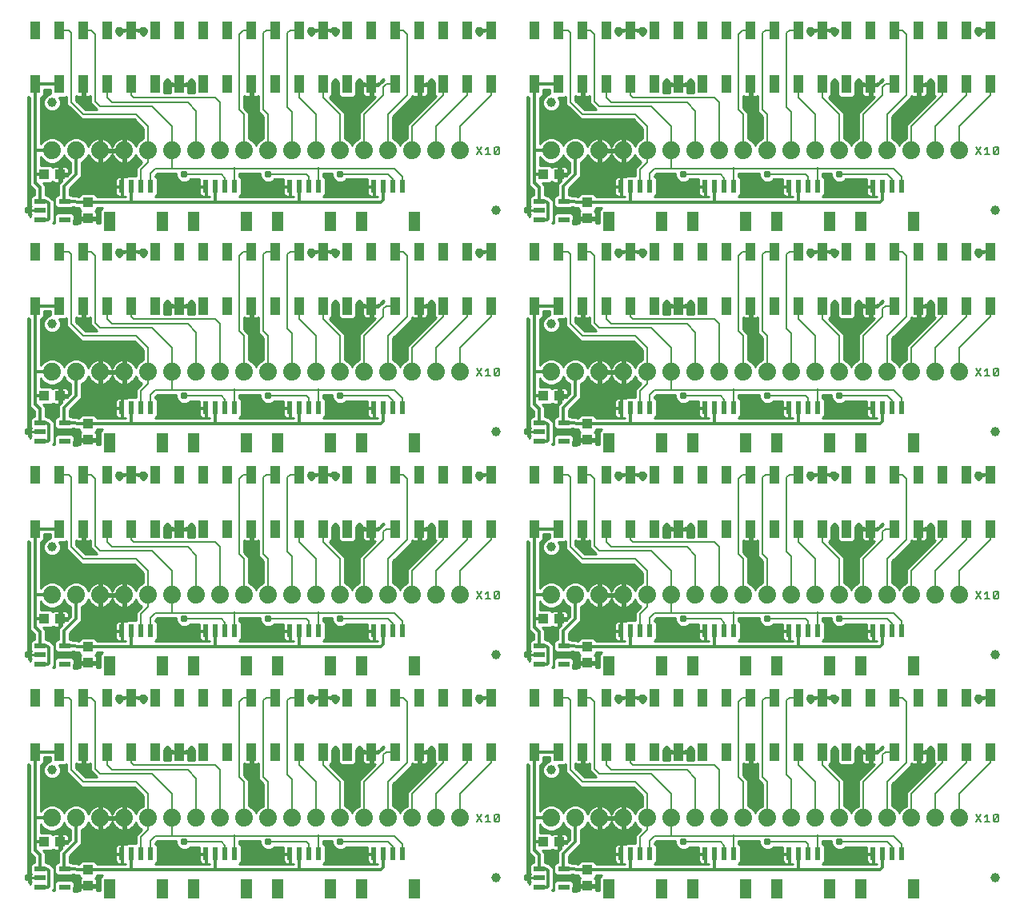
<source format=gtl>
G75*
%MOIN*%
%OFA0B0*%
%FSLAX25Y25*%
%IPPOS*%
%LPD*%
%AMOC8*
5,1,8,0,0,1.08239X$1,22.5*
%
%ADD10C,0.00800*%
%ADD11C,0.03937*%
%ADD12R,0.04724X0.07874*%
%ADD13R,0.02362X0.05315*%
%ADD14C,0.07400*%
%ADD15R,0.04016X0.07362*%
%ADD16R,0.04331X0.03937*%
%ADD17R,0.03937X0.04331*%
%ADD18R,0.04724X0.02165*%
%ADD19C,0.01000*%
%ADD20C,0.03100*%
%ADD21C,0.01200*%
%ADD22C,0.00700*%
D10*
X0295209Y0051733D02*
X0297344Y0054936D01*
X0298892Y0053868D02*
X0299959Y0054936D01*
X0299959Y0051733D01*
X0298892Y0051733D02*
X0301027Y0051733D01*
X0302575Y0052267D02*
X0304710Y0054402D01*
X0304710Y0052267D01*
X0304176Y0051733D01*
X0303109Y0051733D01*
X0302575Y0052267D01*
X0302575Y0054402D01*
X0303109Y0054936D01*
X0304176Y0054936D01*
X0304710Y0054402D01*
X0297344Y0051733D02*
X0295209Y0054936D01*
X0295209Y0144733D02*
X0297344Y0147936D01*
X0298892Y0146868D02*
X0299959Y0147936D01*
X0299959Y0144733D01*
X0298892Y0144733D02*
X0301027Y0144733D01*
X0302575Y0145267D02*
X0304710Y0147402D01*
X0304710Y0145267D01*
X0304176Y0144733D01*
X0303109Y0144733D01*
X0302575Y0145267D01*
X0302575Y0147402D01*
X0303109Y0147936D01*
X0304176Y0147936D01*
X0304710Y0147402D01*
X0297344Y0144733D02*
X0295209Y0147936D01*
X0295209Y0237733D02*
X0297344Y0240936D01*
X0298892Y0239868D02*
X0299959Y0240936D01*
X0299959Y0237733D01*
X0298892Y0237733D02*
X0301027Y0237733D01*
X0302575Y0238267D02*
X0304710Y0240402D01*
X0304710Y0238267D01*
X0304176Y0237733D01*
X0303109Y0237733D01*
X0302575Y0238267D01*
X0302575Y0240402D01*
X0303109Y0240936D01*
X0304176Y0240936D01*
X0304710Y0240402D01*
X0297344Y0237733D02*
X0295209Y0240936D01*
X0295209Y0330080D02*
X0297344Y0333283D01*
X0298892Y0332215D02*
X0299959Y0333283D01*
X0299959Y0330080D01*
X0298892Y0330080D02*
X0301027Y0330080D01*
X0302575Y0330614D02*
X0304710Y0332749D01*
X0304710Y0330614D01*
X0304176Y0330080D01*
X0303109Y0330080D01*
X0302575Y0330614D01*
X0302575Y0332749D01*
X0303109Y0333283D01*
X0304176Y0333283D01*
X0304710Y0332749D01*
X0297344Y0330080D02*
X0295209Y0333283D01*
X0503209Y0333283D02*
X0505344Y0330080D01*
X0506892Y0330080D02*
X0509027Y0330080D01*
X0507959Y0330080D02*
X0507959Y0333283D01*
X0506892Y0332215D01*
X0505344Y0333283D02*
X0503209Y0330080D01*
X0510575Y0330614D02*
X0512710Y0332749D01*
X0512710Y0330614D01*
X0512176Y0330080D01*
X0511109Y0330080D01*
X0510575Y0330614D01*
X0510575Y0332749D01*
X0511109Y0333283D01*
X0512176Y0333283D01*
X0512710Y0332749D01*
X0512176Y0240936D02*
X0511109Y0240936D01*
X0510575Y0240402D01*
X0510575Y0238267D01*
X0512710Y0240402D01*
X0512710Y0238267D01*
X0512176Y0237733D01*
X0511109Y0237733D01*
X0510575Y0238267D01*
X0509027Y0237733D02*
X0506892Y0237733D01*
X0507959Y0237733D02*
X0507959Y0240936D01*
X0506892Y0239868D01*
X0505344Y0240936D02*
X0503209Y0237733D01*
X0505344Y0237733D02*
X0503209Y0240936D01*
X0512176Y0240936D02*
X0512710Y0240402D01*
X0512176Y0147936D02*
X0511109Y0147936D01*
X0510575Y0147402D01*
X0510575Y0145267D01*
X0512710Y0147402D01*
X0512710Y0145267D01*
X0512176Y0144733D01*
X0511109Y0144733D01*
X0510575Y0145267D01*
X0509027Y0144733D02*
X0506892Y0144733D01*
X0507959Y0144733D02*
X0507959Y0147936D01*
X0506892Y0146868D01*
X0505344Y0147936D02*
X0503209Y0144733D01*
X0505344Y0144733D02*
X0503209Y0147936D01*
X0512176Y0147936D02*
X0512710Y0147402D01*
X0512176Y0054936D02*
X0511109Y0054936D01*
X0510575Y0054402D01*
X0510575Y0052267D01*
X0512710Y0054402D01*
X0512710Y0052267D01*
X0512176Y0051733D01*
X0511109Y0051733D01*
X0510575Y0052267D01*
X0509027Y0051733D02*
X0506892Y0051733D01*
X0507959Y0051733D02*
X0507959Y0054936D01*
X0506892Y0053868D01*
X0505344Y0054936D02*
X0503209Y0051733D01*
X0505344Y0051733D02*
X0503209Y0054936D01*
X0512176Y0054936D02*
X0512710Y0054402D01*
D11*
X0511333Y0028333D03*
X0511333Y0121333D03*
X0511333Y0214333D03*
X0511333Y0306680D03*
X0326333Y0351680D03*
X0303333Y0306680D03*
X0326333Y0259333D03*
X0303333Y0214333D03*
X0326333Y0166333D03*
X0303333Y0121333D03*
X0326333Y0073333D03*
X0303333Y0028333D03*
X0118333Y0073333D03*
X0118333Y0166333D03*
X0118333Y0259333D03*
X0118333Y0351680D03*
D12*
X0142310Y0302211D03*
X0164357Y0302211D03*
X0177310Y0302211D03*
X0199357Y0302211D03*
X0212310Y0302211D03*
X0234357Y0302211D03*
X0247313Y0302212D03*
X0269360Y0302212D03*
X0350310Y0302211D03*
X0372357Y0302211D03*
X0385310Y0302211D03*
X0407357Y0302211D03*
X0420310Y0302211D03*
X0442357Y0302211D03*
X0455313Y0302212D03*
X0477360Y0302212D03*
X0477360Y0209865D03*
X0455313Y0209865D03*
X0442357Y0209865D03*
X0420310Y0209865D03*
X0407357Y0209865D03*
X0385310Y0209865D03*
X0372357Y0209865D03*
X0350310Y0209865D03*
X0269360Y0209865D03*
X0247313Y0209865D03*
X0234357Y0209865D03*
X0212310Y0209865D03*
X0199357Y0209865D03*
X0177310Y0209865D03*
X0164357Y0209865D03*
X0142310Y0209865D03*
X0142310Y0116865D03*
X0164357Y0116865D03*
X0177310Y0116865D03*
X0199357Y0116865D03*
X0212310Y0116865D03*
X0234357Y0116865D03*
X0247313Y0116865D03*
X0269360Y0116865D03*
X0350310Y0116865D03*
X0372357Y0116865D03*
X0385310Y0116865D03*
X0407357Y0116865D03*
X0420310Y0116865D03*
X0442357Y0116865D03*
X0455313Y0116865D03*
X0477360Y0116865D03*
X0477360Y0023865D03*
X0455313Y0023865D03*
X0442357Y0023865D03*
X0420310Y0023865D03*
X0407357Y0023865D03*
X0385310Y0023865D03*
X0372357Y0023865D03*
X0350310Y0023865D03*
X0269360Y0023865D03*
X0247313Y0023865D03*
X0234357Y0023865D03*
X0212310Y0023865D03*
X0199357Y0023865D03*
X0177310Y0023865D03*
X0164357Y0023865D03*
X0142310Y0023865D03*
D13*
X0147428Y0038333D03*
X0151365Y0038333D03*
X0155302Y0038333D03*
X0159239Y0038333D03*
X0182428Y0038333D03*
X0186365Y0038333D03*
X0190302Y0038333D03*
X0194239Y0038333D03*
X0217428Y0038333D03*
X0221365Y0038333D03*
X0225302Y0038333D03*
X0229239Y0038333D03*
X0252431Y0038334D03*
X0256368Y0038334D03*
X0260305Y0038334D03*
X0264242Y0038334D03*
X0355428Y0038333D03*
X0359365Y0038333D03*
X0363302Y0038333D03*
X0367239Y0038333D03*
X0390428Y0038333D03*
X0394365Y0038333D03*
X0398302Y0038333D03*
X0402239Y0038333D03*
X0425428Y0038333D03*
X0429365Y0038333D03*
X0433302Y0038333D03*
X0437239Y0038333D03*
X0460431Y0038334D03*
X0464368Y0038334D03*
X0468305Y0038334D03*
X0472242Y0038334D03*
X0472242Y0131334D03*
X0468305Y0131334D03*
X0464368Y0131334D03*
X0460431Y0131334D03*
X0437239Y0131333D03*
X0433302Y0131333D03*
X0429365Y0131333D03*
X0425428Y0131333D03*
X0402239Y0131333D03*
X0398302Y0131333D03*
X0394365Y0131333D03*
X0390428Y0131333D03*
X0367239Y0131333D03*
X0363302Y0131333D03*
X0359365Y0131333D03*
X0355428Y0131333D03*
X0264242Y0131334D03*
X0260305Y0131334D03*
X0256368Y0131334D03*
X0252431Y0131334D03*
X0229239Y0131333D03*
X0225302Y0131333D03*
X0221365Y0131333D03*
X0217428Y0131333D03*
X0194239Y0131333D03*
X0190302Y0131333D03*
X0186365Y0131333D03*
X0182428Y0131333D03*
X0159239Y0131333D03*
X0155302Y0131333D03*
X0151365Y0131333D03*
X0147428Y0131333D03*
X0147428Y0224333D03*
X0151365Y0224333D03*
X0155302Y0224333D03*
X0159239Y0224333D03*
X0182428Y0224333D03*
X0186365Y0224333D03*
X0190302Y0224333D03*
X0194239Y0224333D03*
X0217428Y0224333D03*
X0221365Y0224333D03*
X0225302Y0224333D03*
X0229239Y0224333D03*
X0252431Y0224334D03*
X0256368Y0224334D03*
X0260305Y0224334D03*
X0264242Y0224334D03*
X0355428Y0224333D03*
X0359365Y0224333D03*
X0363302Y0224333D03*
X0367239Y0224333D03*
X0390428Y0224333D03*
X0394365Y0224333D03*
X0398302Y0224333D03*
X0402239Y0224333D03*
X0425428Y0224333D03*
X0429365Y0224333D03*
X0433302Y0224333D03*
X0437239Y0224333D03*
X0460431Y0224334D03*
X0464368Y0224334D03*
X0468305Y0224334D03*
X0472242Y0224334D03*
X0472242Y0316680D03*
X0468305Y0316680D03*
X0464368Y0316680D03*
X0460431Y0316680D03*
X0437239Y0316680D03*
X0433302Y0316680D03*
X0429365Y0316680D03*
X0425428Y0316680D03*
X0402239Y0316680D03*
X0398302Y0316680D03*
X0394365Y0316680D03*
X0390428Y0316680D03*
X0367239Y0316680D03*
X0363302Y0316680D03*
X0359365Y0316680D03*
X0355428Y0316680D03*
X0264242Y0316680D03*
X0260305Y0316680D03*
X0256368Y0316680D03*
X0252431Y0316680D03*
X0229239Y0316680D03*
X0225302Y0316680D03*
X0221365Y0316680D03*
X0217428Y0316680D03*
X0194239Y0316680D03*
X0190302Y0316680D03*
X0186365Y0316680D03*
X0182428Y0316680D03*
X0159239Y0316680D03*
X0155302Y0316680D03*
X0151365Y0316680D03*
X0147428Y0316680D03*
D14*
X0148333Y0331680D03*
X0138333Y0331680D03*
X0128333Y0331680D03*
X0118333Y0331680D03*
X0158333Y0331680D03*
X0168333Y0331680D03*
X0178333Y0331680D03*
X0188333Y0331680D03*
X0198333Y0331680D03*
X0208333Y0331680D03*
X0218333Y0331680D03*
X0228333Y0331680D03*
X0238333Y0331680D03*
X0248333Y0331680D03*
X0258333Y0331680D03*
X0268333Y0331680D03*
X0278333Y0331680D03*
X0288333Y0331680D03*
X0326333Y0331680D03*
X0336333Y0331680D03*
X0346333Y0331680D03*
X0356333Y0331680D03*
X0366333Y0331680D03*
X0376333Y0331680D03*
X0386333Y0331680D03*
X0396333Y0331680D03*
X0406333Y0331680D03*
X0416333Y0331680D03*
X0426333Y0331680D03*
X0436333Y0331680D03*
X0446333Y0331680D03*
X0456333Y0331680D03*
X0466333Y0331680D03*
X0476333Y0331680D03*
X0486333Y0331680D03*
X0496333Y0331680D03*
X0496333Y0239333D03*
X0486333Y0239333D03*
X0476333Y0239333D03*
X0466333Y0239333D03*
X0456333Y0239333D03*
X0446333Y0239333D03*
X0436333Y0239333D03*
X0426333Y0239333D03*
X0416333Y0239333D03*
X0406333Y0239333D03*
X0396333Y0239333D03*
X0386333Y0239333D03*
X0376333Y0239333D03*
X0366333Y0239333D03*
X0356333Y0239333D03*
X0346333Y0239333D03*
X0336333Y0239333D03*
X0326333Y0239333D03*
X0288333Y0239333D03*
X0278333Y0239333D03*
X0268333Y0239333D03*
X0258333Y0239333D03*
X0248333Y0239333D03*
X0238333Y0239333D03*
X0228333Y0239333D03*
X0218333Y0239333D03*
X0208333Y0239333D03*
X0198333Y0239333D03*
X0188333Y0239333D03*
X0178333Y0239333D03*
X0168333Y0239333D03*
X0158333Y0239333D03*
X0148333Y0239333D03*
X0138333Y0239333D03*
X0128333Y0239333D03*
X0118333Y0239333D03*
X0118333Y0146333D03*
X0128333Y0146333D03*
X0138333Y0146333D03*
X0148333Y0146333D03*
X0158333Y0146333D03*
X0168333Y0146333D03*
X0178333Y0146333D03*
X0188333Y0146333D03*
X0198333Y0146333D03*
X0208333Y0146333D03*
X0218333Y0146333D03*
X0228333Y0146333D03*
X0238333Y0146333D03*
X0248333Y0146333D03*
X0258333Y0146333D03*
X0268333Y0146333D03*
X0278333Y0146333D03*
X0288333Y0146333D03*
X0326333Y0146333D03*
X0336333Y0146333D03*
X0346333Y0146333D03*
X0356333Y0146333D03*
X0366333Y0146333D03*
X0376333Y0146333D03*
X0386333Y0146333D03*
X0396333Y0146333D03*
X0406333Y0146333D03*
X0416333Y0146333D03*
X0426333Y0146333D03*
X0436333Y0146333D03*
X0446333Y0146333D03*
X0456333Y0146333D03*
X0466333Y0146333D03*
X0476333Y0146333D03*
X0486333Y0146333D03*
X0496333Y0146333D03*
X0496333Y0053333D03*
X0486333Y0053333D03*
X0476333Y0053333D03*
X0466333Y0053333D03*
X0456333Y0053333D03*
X0446333Y0053333D03*
X0436333Y0053333D03*
X0426333Y0053333D03*
X0416333Y0053333D03*
X0406333Y0053333D03*
X0396333Y0053333D03*
X0386333Y0053333D03*
X0376333Y0053333D03*
X0366333Y0053333D03*
X0356333Y0053333D03*
X0346333Y0053333D03*
X0336333Y0053333D03*
X0326333Y0053333D03*
X0288333Y0053333D03*
X0278333Y0053333D03*
X0268333Y0053333D03*
X0258333Y0053333D03*
X0248333Y0053333D03*
X0238333Y0053333D03*
X0228333Y0053333D03*
X0218333Y0053333D03*
X0208333Y0053333D03*
X0198333Y0053333D03*
X0188333Y0053333D03*
X0178333Y0053333D03*
X0168333Y0053333D03*
X0158333Y0053333D03*
X0148333Y0053333D03*
X0138333Y0053333D03*
X0128333Y0053333D03*
X0118333Y0053333D03*
D15*
X0121286Y0080951D03*
X0111286Y0080951D03*
X0131286Y0080951D03*
X0141286Y0080951D03*
X0151286Y0080951D03*
X0161286Y0080951D03*
X0171286Y0080951D03*
X0181286Y0080951D03*
X0191286Y0080951D03*
X0201286Y0080951D03*
X0211286Y0080951D03*
X0221286Y0080951D03*
X0231286Y0080951D03*
X0241286Y0080951D03*
X0251286Y0080951D03*
X0261286Y0080951D03*
X0271286Y0080951D03*
X0281286Y0080951D03*
X0291286Y0080951D03*
X0301286Y0080951D03*
X0319286Y0080951D03*
X0329286Y0080951D03*
X0339286Y0080951D03*
X0349286Y0080951D03*
X0359286Y0080951D03*
X0369286Y0080951D03*
X0379286Y0080951D03*
X0389286Y0080951D03*
X0399286Y0080951D03*
X0409286Y0080951D03*
X0419286Y0080951D03*
X0429286Y0080951D03*
X0439286Y0080951D03*
X0449286Y0080951D03*
X0459286Y0080951D03*
X0469286Y0080951D03*
X0479286Y0080951D03*
X0489286Y0080951D03*
X0499286Y0080951D03*
X0509286Y0080951D03*
X0509286Y0103510D03*
X0499286Y0103510D03*
X0489286Y0103510D03*
X0479286Y0103510D03*
X0469286Y0103510D03*
X0459286Y0103510D03*
X0449286Y0103510D03*
X0439286Y0103510D03*
X0429286Y0103510D03*
X0419286Y0103510D03*
X0409286Y0103510D03*
X0399286Y0103510D03*
X0389286Y0103510D03*
X0379286Y0103510D03*
X0369286Y0103510D03*
X0359286Y0103510D03*
X0349286Y0103510D03*
X0339286Y0103510D03*
X0329286Y0103510D03*
X0319286Y0103510D03*
X0301286Y0103510D03*
X0291286Y0103510D03*
X0281286Y0103510D03*
X0271286Y0103510D03*
X0261286Y0103510D03*
X0251286Y0103510D03*
X0241286Y0103510D03*
X0231286Y0103510D03*
X0221286Y0103510D03*
X0211286Y0103510D03*
X0201286Y0103510D03*
X0191286Y0103510D03*
X0181286Y0103510D03*
X0171286Y0103510D03*
X0161286Y0103510D03*
X0151286Y0103510D03*
X0141286Y0103510D03*
X0131286Y0103510D03*
X0121286Y0103510D03*
X0111286Y0103510D03*
X0111286Y0173951D03*
X0121286Y0173951D03*
X0131286Y0173951D03*
X0141286Y0173951D03*
X0151286Y0173951D03*
X0161286Y0173951D03*
X0171286Y0173951D03*
X0181286Y0173951D03*
X0191286Y0173951D03*
X0201286Y0173951D03*
X0211286Y0173951D03*
X0221286Y0173951D03*
X0231286Y0173951D03*
X0241286Y0173951D03*
X0251286Y0173951D03*
X0261286Y0173951D03*
X0271286Y0173951D03*
X0281286Y0173951D03*
X0291286Y0173951D03*
X0301286Y0173951D03*
X0319286Y0173951D03*
X0329286Y0173951D03*
X0339286Y0173951D03*
X0349286Y0173951D03*
X0359286Y0173951D03*
X0369286Y0173951D03*
X0379286Y0173951D03*
X0389286Y0173951D03*
X0399286Y0173951D03*
X0409286Y0173951D03*
X0419286Y0173951D03*
X0429286Y0173951D03*
X0439286Y0173951D03*
X0449286Y0173951D03*
X0459286Y0173951D03*
X0469286Y0173951D03*
X0479286Y0173951D03*
X0489286Y0173951D03*
X0499286Y0173951D03*
X0509286Y0173951D03*
X0509286Y0196510D03*
X0499286Y0196510D03*
X0489286Y0196510D03*
X0479286Y0196510D03*
X0469286Y0196510D03*
X0459286Y0196510D03*
X0449286Y0196510D03*
X0439286Y0196510D03*
X0429286Y0196510D03*
X0419286Y0196510D03*
X0409286Y0196510D03*
X0399286Y0196510D03*
X0389286Y0196510D03*
X0379286Y0196510D03*
X0369286Y0196510D03*
X0359286Y0196510D03*
X0349286Y0196510D03*
X0339286Y0196510D03*
X0329286Y0196510D03*
X0319286Y0196510D03*
X0301286Y0196510D03*
X0291286Y0196510D03*
X0281286Y0196510D03*
X0271286Y0196510D03*
X0261286Y0196510D03*
X0251286Y0196510D03*
X0241286Y0196510D03*
X0231286Y0196510D03*
X0221286Y0196510D03*
X0211286Y0196510D03*
X0201286Y0196510D03*
X0191286Y0196510D03*
X0181286Y0196510D03*
X0171286Y0196510D03*
X0161286Y0196510D03*
X0151286Y0196510D03*
X0141286Y0196510D03*
X0131286Y0196510D03*
X0121286Y0196510D03*
X0111286Y0196510D03*
X0111286Y0266951D03*
X0121286Y0266951D03*
X0131286Y0266951D03*
X0141286Y0266951D03*
X0151286Y0266951D03*
X0161286Y0266951D03*
X0171286Y0266951D03*
X0181286Y0266951D03*
X0191286Y0266951D03*
X0201286Y0266951D03*
X0211286Y0266951D03*
X0221286Y0266951D03*
X0231286Y0266951D03*
X0241286Y0266951D03*
X0251286Y0266951D03*
X0261286Y0266951D03*
X0271286Y0266951D03*
X0281286Y0266951D03*
X0291286Y0266951D03*
X0301286Y0266951D03*
X0319286Y0266951D03*
X0329286Y0266951D03*
X0339286Y0266951D03*
X0349286Y0266951D03*
X0359286Y0266951D03*
X0369286Y0266951D03*
X0379286Y0266951D03*
X0389286Y0266951D03*
X0399286Y0266951D03*
X0409286Y0266951D03*
X0419286Y0266951D03*
X0429286Y0266951D03*
X0439286Y0266951D03*
X0449286Y0266951D03*
X0459286Y0266951D03*
X0469286Y0266951D03*
X0479286Y0266951D03*
X0489286Y0266951D03*
X0499286Y0266951D03*
X0509286Y0266951D03*
X0509286Y0289510D03*
X0499286Y0289510D03*
X0489286Y0289510D03*
X0479286Y0289510D03*
X0469286Y0289510D03*
X0459286Y0289510D03*
X0449286Y0289510D03*
X0439286Y0289510D03*
X0429286Y0289510D03*
X0419286Y0289510D03*
X0409286Y0289510D03*
X0399286Y0289510D03*
X0389286Y0289510D03*
X0379286Y0289510D03*
X0369286Y0289510D03*
X0359286Y0289510D03*
X0349286Y0289510D03*
X0339286Y0289510D03*
X0329286Y0289510D03*
X0319286Y0289510D03*
X0301286Y0289510D03*
X0291286Y0289510D03*
X0281286Y0289510D03*
X0271286Y0289510D03*
X0261286Y0289510D03*
X0251286Y0289510D03*
X0241286Y0289510D03*
X0231286Y0289510D03*
X0221286Y0289510D03*
X0211286Y0289510D03*
X0201286Y0289510D03*
X0191286Y0289510D03*
X0181286Y0289510D03*
X0171286Y0289510D03*
X0161286Y0289510D03*
X0151286Y0289510D03*
X0141286Y0289510D03*
X0131286Y0289510D03*
X0121286Y0289510D03*
X0111286Y0289510D03*
X0111286Y0359298D03*
X0121286Y0359298D03*
X0131286Y0359298D03*
X0141286Y0359298D03*
X0151286Y0359298D03*
X0161286Y0359298D03*
X0171286Y0359298D03*
X0181286Y0359298D03*
X0191286Y0359298D03*
X0201286Y0359298D03*
X0211286Y0359298D03*
X0221286Y0359298D03*
X0231286Y0359298D03*
X0241286Y0359298D03*
X0251286Y0359298D03*
X0261286Y0359298D03*
X0271286Y0359298D03*
X0281286Y0359298D03*
X0291286Y0359298D03*
X0301286Y0359298D03*
X0319286Y0359298D03*
X0329286Y0359298D03*
X0339286Y0359298D03*
X0349286Y0359298D03*
X0359286Y0359298D03*
X0369286Y0359298D03*
X0379286Y0359298D03*
X0389286Y0359298D03*
X0399286Y0359298D03*
X0409286Y0359298D03*
X0419286Y0359298D03*
X0429286Y0359298D03*
X0439286Y0359298D03*
X0449286Y0359298D03*
X0459286Y0359298D03*
X0469286Y0359298D03*
X0479286Y0359298D03*
X0489286Y0359298D03*
X0499286Y0359298D03*
X0509286Y0359298D03*
X0509286Y0381857D03*
X0499286Y0381857D03*
X0489286Y0381857D03*
X0479286Y0381857D03*
X0469286Y0381857D03*
X0459286Y0381857D03*
X0449286Y0381857D03*
X0439286Y0381857D03*
X0429286Y0381857D03*
X0419286Y0381857D03*
X0409286Y0381857D03*
X0399286Y0381857D03*
X0389286Y0381857D03*
X0379286Y0381857D03*
X0369286Y0381857D03*
X0359286Y0381857D03*
X0349286Y0381857D03*
X0339286Y0381857D03*
X0329286Y0381857D03*
X0319286Y0381857D03*
X0301286Y0381857D03*
X0291286Y0381857D03*
X0281286Y0381857D03*
X0271286Y0381857D03*
X0261286Y0381857D03*
X0251286Y0381857D03*
X0241286Y0381857D03*
X0231286Y0381857D03*
X0221286Y0381857D03*
X0211286Y0381857D03*
X0201286Y0381857D03*
X0191286Y0381857D03*
X0181286Y0381857D03*
X0171286Y0381857D03*
X0161286Y0381857D03*
X0151286Y0381857D03*
X0141286Y0381857D03*
X0131286Y0381857D03*
X0121286Y0381857D03*
X0111286Y0381857D03*
D16*
X0114987Y0321680D03*
X0121680Y0321680D03*
X0121680Y0229333D03*
X0114987Y0229333D03*
X0114987Y0136333D03*
X0121680Y0136333D03*
X0121680Y0043333D03*
X0114987Y0043333D03*
X0322987Y0043333D03*
X0329680Y0043333D03*
X0329680Y0136333D03*
X0322987Y0136333D03*
X0322987Y0229333D03*
X0329680Y0229333D03*
X0329680Y0321680D03*
X0322987Y0321680D03*
D17*
X0341333Y0310026D03*
X0341333Y0303333D03*
X0341333Y0217680D03*
X0341333Y0210987D03*
X0341333Y0124680D03*
X0341333Y0117987D03*
X0341333Y0031680D03*
X0341333Y0024987D03*
X0133333Y0024987D03*
X0133333Y0031680D03*
X0133333Y0117987D03*
X0133333Y0124680D03*
X0133333Y0210987D03*
X0133333Y0217680D03*
X0133333Y0303333D03*
X0133333Y0310026D03*
D18*
X0123452Y0310420D03*
X0123452Y0302940D03*
X0113215Y0302940D03*
X0113215Y0306680D03*
X0113215Y0310420D03*
X0113215Y0218073D03*
X0113215Y0214333D03*
X0113215Y0210593D03*
X0123452Y0210593D03*
X0123452Y0218073D03*
X0123452Y0125073D03*
X0123452Y0117593D03*
X0113215Y0117593D03*
X0113215Y0121333D03*
X0113215Y0125073D03*
X0113215Y0032073D03*
X0113215Y0028333D03*
X0113215Y0024593D03*
X0123452Y0024593D03*
X0123452Y0032073D03*
X0321215Y0032073D03*
X0321215Y0028333D03*
X0321215Y0024593D03*
X0331452Y0024593D03*
X0331452Y0032073D03*
X0331452Y0117593D03*
X0331452Y0125073D03*
X0321215Y0125073D03*
X0321215Y0121333D03*
X0321215Y0117593D03*
X0321215Y0210593D03*
X0321215Y0214333D03*
X0321215Y0218073D03*
X0331452Y0218073D03*
X0331452Y0210593D03*
X0331452Y0302940D03*
X0331452Y0310420D03*
X0321215Y0310420D03*
X0321215Y0306680D03*
X0321215Y0302940D03*
D19*
X0108233Y0028438D02*
X0108314Y0027643D01*
X0108838Y0026107D01*
X0109153Y0025678D01*
X0109153Y0026380D01*
X0109453Y0026680D01*
X0109353Y0027053D01*
X0109353Y0028292D01*
X0113173Y0028292D01*
X0113173Y0028375D01*
X0109353Y0028375D01*
X0109353Y0029613D01*
X0109453Y0029987D01*
X0109153Y0030287D01*
X0109153Y0033860D01*
X0110148Y0034856D01*
X0110915Y0034856D01*
X0110915Y0036999D01*
X0108986Y0038928D01*
X0108986Y0075570D01*
X0108574Y0075570D01*
X0108233Y0075911D01*
X0108233Y0028438D01*
X0108245Y0028318D02*
X0113173Y0028318D01*
X0109353Y0027320D02*
X0108424Y0027320D01*
X0108764Y0026321D02*
X0109153Y0026321D01*
X0109353Y0029317D02*
X0108233Y0029317D01*
X0108233Y0030315D02*
X0109153Y0030315D01*
X0109153Y0031314D02*
X0108233Y0031314D01*
X0108233Y0032312D02*
X0109153Y0032312D01*
X0109153Y0033311D02*
X0108233Y0033311D01*
X0108233Y0034310D02*
X0109602Y0034310D01*
X0110915Y0035308D02*
X0108233Y0035308D01*
X0108233Y0036307D02*
X0110915Y0036307D01*
X0110609Y0037305D02*
X0108233Y0037305D01*
X0108233Y0038304D02*
X0109610Y0038304D01*
X0108986Y0039302D02*
X0108233Y0039302D01*
X0108233Y0040301D02*
X0108986Y0040301D01*
X0108986Y0041299D02*
X0108233Y0041299D01*
X0108233Y0042298D02*
X0108986Y0042298D01*
X0108986Y0043296D02*
X0108233Y0043296D01*
X0108233Y0044295D02*
X0108986Y0044295D01*
X0108986Y0045293D02*
X0108233Y0045293D01*
X0108233Y0046292D02*
X0108986Y0046292D01*
X0108986Y0047290D02*
X0108233Y0047290D01*
X0108233Y0048289D02*
X0108986Y0048289D01*
X0108986Y0049287D02*
X0108233Y0049287D01*
X0108233Y0050286D02*
X0108986Y0050286D01*
X0108986Y0051284D02*
X0108233Y0051284D01*
X0108233Y0052283D02*
X0108986Y0052283D01*
X0108986Y0053281D02*
X0108233Y0053281D01*
X0108233Y0054280D02*
X0108986Y0054280D01*
X0108986Y0055278D02*
X0108233Y0055278D01*
X0108233Y0056277D02*
X0108986Y0056277D01*
X0108986Y0057275D02*
X0108233Y0057275D01*
X0108233Y0058274D02*
X0108986Y0058274D01*
X0108986Y0059272D02*
X0108233Y0059272D01*
X0108233Y0060271D02*
X0108986Y0060271D01*
X0108986Y0061269D02*
X0108233Y0061269D01*
X0108233Y0062268D02*
X0108986Y0062268D01*
X0108986Y0063266D02*
X0108233Y0063266D01*
X0108233Y0064265D02*
X0108986Y0064265D01*
X0108986Y0065263D02*
X0108233Y0065263D01*
X0108233Y0066262D02*
X0108986Y0066262D01*
X0108986Y0067260D02*
X0108233Y0067260D01*
X0108233Y0068259D02*
X0108986Y0068259D01*
X0108986Y0069257D02*
X0108233Y0069257D01*
X0108233Y0070256D02*
X0108986Y0070256D01*
X0108986Y0071254D02*
X0108233Y0071254D01*
X0108233Y0072253D02*
X0108986Y0072253D01*
X0108986Y0073251D02*
X0108233Y0073251D01*
X0108233Y0074250D02*
X0108986Y0074250D01*
X0108986Y0075248D02*
X0108233Y0075248D01*
X0113586Y0075248D02*
X0115156Y0075248D01*
X0115223Y0075411D02*
X0114665Y0074063D01*
X0114665Y0072604D01*
X0115223Y0071255D01*
X0116255Y0070223D01*
X0117604Y0069665D01*
X0119063Y0069665D01*
X0120411Y0070223D01*
X0121443Y0071255D01*
X0122002Y0072604D01*
X0122002Y0074063D01*
X0121443Y0075411D01*
X0121284Y0075570D01*
X0123998Y0075570D01*
X0124283Y0075856D01*
X0124283Y0072484D01*
X0125484Y0071283D01*
X0130484Y0066283D01*
X0152484Y0066283D01*
X0156283Y0062484D01*
X0156283Y0058329D01*
X0155274Y0057911D01*
X0153755Y0056392D01*
X0153224Y0055109D01*
X0153152Y0055329D01*
X0152781Y0056059D01*
X0152300Y0056721D01*
X0151721Y0057300D01*
X0151059Y0057781D01*
X0150329Y0058152D01*
X0149551Y0058405D01*
X0148833Y0058519D01*
X0148833Y0053833D01*
X0147833Y0053833D01*
X0147833Y0052833D01*
X0148833Y0052833D01*
X0148833Y0048148D01*
X0149551Y0048261D01*
X0150329Y0048514D01*
X0151059Y0048886D01*
X0151721Y0049367D01*
X0152300Y0049946D01*
X0152781Y0050608D01*
X0153152Y0051337D01*
X0153224Y0051558D01*
X0153755Y0050274D01*
X0155274Y0048755D01*
X0155686Y0048585D01*
X0153252Y0046151D01*
X0153252Y0044453D01*
X0153252Y0042689D01*
X0153250Y0042691D01*
X0149480Y0042691D01*
X0149180Y0042391D01*
X0148806Y0042491D01*
X0147518Y0042491D01*
X0147518Y0038424D01*
X0147337Y0038424D01*
X0147337Y0038243D01*
X0144747Y0038243D01*
X0144747Y0035478D01*
X0144849Y0035097D01*
X0145046Y0034755D01*
X0145326Y0034476D01*
X0145668Y0034278D01*
X0146049Y0034176D01*
X0147337Y0034176D01*
X0147337Y0038243D01*
X0147518Y0038243D01*
X0147518Y0034176D01*
X0148806Y0034176D01*
X0149065Y0034245D01*
X0149065Y0033980D01*
X0137002Y0033980D01*
X0137002Y0034549D01*
X0136006Y0035545D01*
X0130661Y0035545D01*
X0129665Y0034549D01*
X0129665Y0033980D01*
X0129440Y0033980D01*
X0129046Y0034373D01*
X0127001Y0034373D01*
X0126518Y0034856D01*
X0125633Y0034856D01*
X0125633Y0037381D01*
X0130633Y0042381D01*
X0130633Y0048441D01*
X0131392Y0048755D01*
X0132911Y0050274D01*
X0133443Y0051558D01*
X0133514Y0051337D01*
X0133886Y0050608D01*
X0134367Y0049946D01*
X0134946Y0049367D01*
X0135608Y0048886D01*
X0136337Y0048514D01*
X0137116Y0048261D01*
X0137833Y0048148D01*
X0137833Y0052833D01*
X0138833Y0052833D01*
X0138833Y0048148D01*
X0139551Y0048261D01*
X0140329Y0048514D01*
X0141059Y0048886D01*
X0141721Y0049367D01*
X0142300Y0049946D01*
X0142781Y0050608D01*
X0143152Y0051337D01*
X0143333Y0051894D01*
X0143514Y0051337D01*
X0143886Y0050608D01*
X0144367Y0049946D01*
X0144946Y0049367D01*
X0145608Y0048886D01*
X0146337Y0048514D01*
X0147116Y0048261D01*
X0147833Y0048148D01*
X0147833Y0052833D01*
X0143148Y0052833D01*
X0138833Y0052833D01*
X0138833Y0053833D01*
X0137833Y0053833D01*
X0137833Y0058519D01*
X0137116Y0058405D01*
X0136337Y0058152D01*
X0135608Y0057781D01*
X0134946Y0057300D01*
X0134367Y0056721D01*
X0133886Y0056059D01*
X0133514Y0055329D01*
X0133443Y0055109D01*
X0132911Y0056392D01*
X0131392Y0057911D01*
X0129407Y0058733D01*
X0127259Y0058733D01*
X0125274Y0057911D01*
X0123755Y0056392D01*
X0123333Y0055373D01*
X0122911Y0056392D01*
X0121392Y0057911D01*
X0119407Y0058733D01*
X0117259Y0058733D01*
X0115274Y0057911D01*
X0113755Y0056392D01*
X0113586Y0055983D01*
X0113586Y0075570D01*
X0113998Y0075570D01*
X0114994Y0076566D01*
X0114994Y0078651D01*
X0117578Y0078651D01*
X0117578Y0076991D01*
X0116255Y0076443D01*
X0115223Y0075411D01*
X0114675Y0076247D02*
X0116059Y0076247D01*
X0114994Y0077245D02*
X0117578Y0077245D01*
X0117578Y0078244D02*
X0114994Y0078244D01*
X0114742Y0074250D02*
X0113586Y0074250D01*
X0113586Y0073251D02*
X0114665Y0073251D01*
X0114810Y0072253D02*
X0113586Y0072253D01*
X0113586Y0071254D02*
X0115224Y0071254D01*
X0116223Y0070256D02*
X0113586Y0070256D01*
X0113586Y0069257D02*
X0127510Y0069257D01*
X0128509Y0068259D02*
X0113586Y0068259D01*
X0113586Y0067260D02*
X0129507Y0067260D01*
X0132182Y0070383D02*
X0128383Y0074182D01*
X0128383Y0076055D01*
X0128699Y0075873D01*
X0129081Y0075770D01*
X0130786Y0075770D01*
X0130786Y0080451D01*
X0131786Y0080451D01*
X0131786Y0075770D01*
X0133491Y0075770D01*
X0133873Y0075873D01*
X0134215Y0076070D01*
X0134283Y0076138D01*
X0134283Y0072984D01*
X0135484Y0071783D01*
X0136283Y0070984D01*
X0136884Y0070383D01*
X0132182Y0070383D01*
X0131311Y0071254D02*
X0136013Y0071254D01*
X0136283Y0070984D02*
X0136283Y0070984D01*
X0135484Y0071783D02*
X0135484Y0071783D01*
X0135015Y0072253D02*
X0130313Y0072253D01*
X0129314Y0073251D02*
X0134283Y0073251D01*
X0134283Y0074250D02*
X0128383Y0074250D01*
X0128383Y0075248D02*
X0134283Y0075248D01*
X0131786Y0076247D02*
X0130786Y0076247D01*
X0130786Y0077245D02*
X0131786Y0077245D01*
X0131786Y0078244D02*
X0130786Y0078244D01*
X0130786Y0079243D02*
X0131786Y0079243D01*
X0131786Y0080241D02*
X0130786Y0080241D01*
X0124283Y0075248D02*
X0121511Y0075248D01*
X0121924Y0074250D02*
X0124283Y0074250D01*
X0124283Y0073251D02*
X0122002Y0073251D01*
X0121857Y0072253D02*
X0124515Y0072253D01*
X0125513Y0071254D02*
X0121442Y0071254D01*
X0120444Y0070256D02*
X0126512Y0070256D01*
X0126150Y0058274D02*
X0120517Y0058274D01*
X0122028Y0057275D02*
X0124639Y0057275D01*
X0123708Y0056277D02*
X0122959Y0056277D01*
X0123333Y0051294D02*
X0123755Y0050274D01*
X0125274Y0048755D01*
X0126033Y0048441D01*
X0126033Y0044286D01*
X0124596Y0042849D01*
X0122164Y0042849D01*
X0122164Y0040417D01*
X0121033Y0039286D01*
X0121033Y0034856D01*
X0120385Y0034856D01*
X0119390Y0033860D01*
X0119390Y0030287D01*
X0120385Y0029291D01*
X0126518Y0029291D01*
X0127001Y0029773D01*
X0127140Y0029773D01*
X0127534Y0029380D01*
X0129665Y0029380D01*
X0129665Y0028810D01*
X0130283Y0028192D01*
X0130165Y0028073D01*
X0129967Y0027731D01*
X0129865Y0027350D01*
X0129865Y0025471D01*
X0132849Y0025471D01*
X0132849Y0024503D01*
X0129865Y0024503D01*
X0129865Y0023233D01*
X0127514Y0023233D01*
X0127514Y0026380D01*
X0126518Y0027376D01*
X0120385Y0027376D01*
X0119390Y0026380D01*
X0119390Y0023233D01*
X0118486Y0023233D01*
X0119133Y0023881D01*
X0119133Y0032286D01*
X0117786Y0033633D01*
X0117046Y0034373D01*
X0116764Y0034373D01*
X0116281Y0034856D01*
X0115515Y0034856D01*
X0115515Y0038905D01*
X0114754Y0039665D01*
X0117856Y0039665D01*
X0118475Y0040283D01*
X0118593Y0040165D01*
X0118935Y0039967D01*
X0119317Y0039865D01*
X0121196Y0039865D01*
X0121196Y0042849D01*
X0122164Y0042849D01*
X0122164Y0043818D01*
X0121196Y0043818D01*
X0121196Y0046802D01*
X0119317Y0046802D01*
X0118935Y0046700D01*
X0118593Y0046502D01*
X0118475Y0046383D01*
X0117856Y0047002D01*
X0113586Y0047002D01*
X0113586Y0050683D01*
X0113755Y0050274D01*
X0115274Y0048755D01*
X0117259Y0047933D01*
X0119407Y0047933D01*
X0121392Y0048755D01*
X0122911Y0050274D01*
X0123333Y0051294D01*
X0123329Y0051284D02*
X0123337Y0051284D01*
X0123751Y0050286D02*
X0122916Y0050286D01*
X0121924Y0049287D02*
X0124743Y0049287D01*
X0126033Y0048289D02*
X0120265Y0048289D01*
X0121196Y0046292D02*
X0122164Y0046292D01*
X0122164Y0046802D02*
X0122164Y0043818D01*
X0125345Y0043818D01*
X0125345Y0045499D01*
X0125243Y0045881D01*
X0125045Y0046223D01*
X0124766Y0046502D01*
X0124424Y0046700D01*
X0124043Y0046802D01*
X0122164Y0046802D01*
X0122164Y0045293D02*
X0121196Y0045293D01*
X0121196Y0044295D02*
X0122164Y0044295D01*
X0122164Y0043296D02*
X0125043Y0043296D01*
X0125345Y0044295D02*
X0126033Y0044295D01*
X0126033Y0045293D02*
X0125345Y0045293D01*
X0124977Y0046292D02*
X0126033Y0046292D01*
X0126033Y0047290D02*
X0113586Y0047290D01*
X0113586Y0048289D02*
X0116401Y0048289D01*
X0114743Y0049287D02*
X0113586Y0049287D01*
X0113586Y0050286D02*
X0113751Y0050286D01*
X0113708Y0056277D02*
X0113586Y0056277D01*
X0113586Y0057275D02*
X0114639Y0057275D01*
X0113586Y0058274D02*
X0116150Y0058274D01*
X0113586Y0059272D02*
X0156283Y0059272D01*
X0156283Y0060271D02*
X0113586Y0060271D01*
X0113586Y0061269D02*
X0156283Y0061269D01*
X0156283Y0062268D02*
X0113586Y0062268D01*
X0113586Y0063266D02*
X0155501Y0063266D01*
X0154503Y0064265D02*
X0113586Y0064265D01*
X0113586Y0065263D02*
X0153504Y0065263D01*
X0152506Y0066262D02*
X0113586Y0066262D01*
X0130517Y0058274D02*
X0136711Y0058274D01*
X0137833Y0058274D02*
X0138833Y0058274D01*
X0138833Y0058519D02*
X0138833Y0053833D01*
X0147833Y0053833D01*
X0147833Y0058519D01*
X0147116Y0058405D01*
X0146337Y0058152D01*
X0145608Y0057781D01*
X0144946Y0057300D01*
X0144367Y0056721D01*
X0143886Y0056059D01*
X0143514Y0055329D01*
X0143333Y0054772D01*
X0143152Y0055329D01*
X0142781Y0056059D01*
X0142300Y0056721D01*
X0141721Y0057300D01*
X0141059Y0057781D01*
X0140329Y0058152D01*
X0139551Y0058405D01*
X0138833Y0058519D01*
X0139956Y0058274D02*
X0146711Y0058274D01*
X0147833Y0058274D02*
X0148833Y0058274D01*
X0148833Y0057275D02*
X0147833Y0057275D01*
X0147833Y0056277D02*
X0148833Y0056277D01*
X0148833Y0055278D02*
X0147833Y0055278D01*
X0147833Y0054280D02*
X0148833Y0054280D01*
X0147833Y0053281D02*
X0138833Y0053281D01*
X0138833Y0052283D02*
X0137833Y0052283D01*
X0137833Y0051284D02*
X0138833Y0051284D01*
X0138833Y0050286D02*
X0137833Y0050286D01*
X0137833Y0049287D02*
X0138833Y0049287D01*
X0138833Y0048289D02*
X0137833Y0048289D01*
X0137032Y0048289D02*
X0130633Y0048289D01*
X0130633Y0047290D02*
X0154391Y0047290D01*
X0153393Y0046292D02*
X0130633Y0046292D01*
X0130633Y0045293D02*
X0153252Y0045293D01*
X0153252Y0044295D02*
X0130633Y0044295D01*
X0130633Y0043296D02*
X0153252Y0043296D01*
X0155390Y0048289D02*
X0149635Y0048289D01*
X0148833Y0048289D02*
X0147833Y0048289D01*
X0147032Y0048289D02*
X0139635Y0048289D01*
X0141611Y0049287D02*
X0145056Y0049287D01*
X0144120Y0050286D02*
X0142547Y0050286D01*
X0143125Y0051284D02*
X0143541Y0051284D01*
X0143498Y0055278D02*
X0143169Y0055278D01*
X0142622Y0056277D02*
X0144044Y0056277D01*
X0144921Y0057275D02*
X0141745Y0057275D01*
X0138833Y0057275D02*
X0137833Y0057275D01*
X0137833Y0056277D02*
X0138833Y0056277D01*
X0138833Y0055278D02*
X0137833Y0055278D01*
X0137833Y0054280D02*
X0138833Y0054280D01*
X0134921Y0057275D02*
X0132028Y0057275D01*
X0132959Y0056277D02*
X0134044Y0056277D01*
X0133498Y0055278D02*
X0133373Y0055278D01*
X0133329Y0051284D02*
X0133541Y0051284D01*
X0134120Y0050286D02*
X0132916Y0050286D01*
X0131924Y0049287D02*
X0135056Y0049287D01*
X0130550Y0042298D02*
X0145510Y0042298D01*
X0145668Y0042389D02*
X0145326Y0042191D01*
X0145046Y0041912D01*
X0144849Y0041570D01*
X0144747Y0041188D01*
X0144747Y0038424D01*
X0147337Y0038424D01*
X0147337Y0042491D01*
X0146049Y0042491D01*
X0145668Y0042389D01*
X0144776Y0041299D02*
X0129552Y0041299D01*
X0128553Y0040301D02*
X0144747Y0040301D01*
X0144747Y0039302D02*
X0127555Y0039302D01*
X0126556Y0038304D02*
X0147337Y0038304D01*
X0147337Y0039302D02*
X0147518Y0039302D01*
X0147518Y0040301D02*
X0147337Y0040301D01*
X0147337Y0041299D02*
X0147518Y0041299D01*
X0147518Y0042298D02*
X0147337Y0042298D01*
X0147337Y0037305D02*
X0147518Y0037305D01*
X0147518Y0036307D02*
X0147337Y0036307D01*
X0147337Y0035308D02*
X0147518Y0035308D01*
X0147518Y0034310D02*
X0147337Y0034310D01*
X0145613Y0034310D02*
X0137002Y0034310D01*
X0136243Y0035308D02*
X0144792Y0035308D01*
X0144747Y0036307D02*
X0125633Y0036307D01*
X0125633Y0037305D02*
X0144747Y0037305D01*
X0139121Y0029380D02*
X0137002Y0029380D01*
X0137002Y0028810D01*
X0136383Y0028192D01*
X0136502Y0028073D01*
X0136700Y0027731D01*
X0136802Y0027350D01*
X0136802Y0025471D01*
X0133818Y0025471D01*
X0133818Y0024503D01*
X0136802Y0024503D01*
X0136802Y0023233D01*
X0138248Y0023233D01*
X0138248Y0028506D01*
X0139121Y0029380D01*
X0139058Y0029317D02*
X0137002Y0029317D01*
X0136510Y0028318D02*
X0138248Y0028318D01*
X0138248Y0027320D02*
X0136802Y0027320D01*
X0136802Y0026321D02*
X0138248Y0026321D01*
X0138248Y0025323D02*
X0133818Y0025323D01*
X0132849Y0025323D02*
X0127514Y0025323D01*
X0127514Y0026321D02*
X0129865Y0026321D01*
X0129865Y0027320D02*
X0126574Y0027320D01*
X0126544Y0029317D02*
X0129665Y0029317D01*
X0130157Y0028318D02*
X0119133Y0028318D01*
X0119133Y0027320D02*
X0120330Y0027320D01*
X0119390Y0026321D02*
X0119133Y0026321D01*
X0119133Y0025323D02*
X0119390Y0025323D01*
X0119390Y0024324D02*
X0119133Y0024324D01*
X0119390Y0023326D02*
X0118579Y0023326D01*
X0119133Y0029317D02*
X0120359Y0029317D01*
X0119390Y0030315D02*
X0119133Y0030315D01*
X0119133Y0031314D02*
X0119390Y0031314D01*
X0119390Y0032312D02*
X0119107Y0032312D01*
X0119390Y0033311D02*
X0118108Y0033311D01*
X0117110Y0034310D02*
X0119839Y0034310D01*
X0121033Y0035308D02*
X0115515Y0035308D01*
X0115515Y0036307D02*
X0121033Y0036307D01*
X0121033Y0037305D02*
X0115515Y0037305D01*
X0115515Y0038304D02*
X0121033Y0038304D01*
X0121049Y0039302D02*
X0115117Y0039302D01*
X0121196Y0040301D02*
X0122048Y0040301D01*
X0122164Y0041299D02*
X0121196Y0041299D01*
X0121196Y0042298D02*
X0122164Y0042298D01*
X0125633Y0035308D02*
X0130424Y0035308D01*
X0129665Y0034310D02*
X0129110Y0034310D01*
X0129865Y0024324D02*
X0127514Y0024324D01*
X0127514Y0023326D02*
X0129865Y0023326D01*
X0136802Y0023326D02*
X0138248Y0023326D01*
X0138248Y0024324D02*
X0136802Y0024324D01*
X0161128Y0033980D02*
X0162120Y0034972D01*
X0162120Y0041695D01*
X0161289Y0042526D01*
X0161289Y0042890D01*
X0162182Y0043783D01*
X0170083Y0043783D01*
X0170083Y0042687D01*
X0170578Y0041492D01*
X0171492Y0040578D01*
X0172687Y0040083D01*
X0173980Y0040083D01*
X0175174Y0040578D01*
X0175880Y0041283D01*
X0179772Y0041283D01*
X0179747Y0041188D01*
X0179747Y0038424D01*
X0182337Y0038424D01*
X0182337Y0038243D01*
X0179747Y0038243D01*
X0179747Y0035478D01*
X0179849Y0035097D01*
X0180046Y0034755D01*
X0180326Y0034476D01*
X0180668Y0034278D01*
X0181049Y0034176D01*
X0182337Y0034176D01*
X0182337Y0038243D01*
X0182518Y0038243D01*
X0182518Y0034176D01*
X0183806Y0034176D01*
X0184065Y0034245D01*
X0184065Y0033980D01*
X0161128Y0033980D01*
X0161458Y0034310D02*
X0180613Y0034310D01*
X0179792Y0035308D02*
X0162120Y0035308D01*
X0162120Y0036307D02*
X0179747Y0036307D01*
X0179747Y0037305D02*
X0162120Y0037305D01*
X0162120Y0038304D02*
X0182337Y0038304D01*
X0182337Y0037305D02*
X0182518Y0037305D01*
X0182518Y0036307D02*
X0182337Y0036307D01*
X0182337Y0035308D02*
X0182518Y0035308D01*
X0182518Y0034310D02*
X0182337Y0034310D01*
X0179747Y0039302D02*
X0162120Y0039302D01*
X0162120Y0040301D02*
X0172162Y0040301D01*
X0170771Y0041299D02*
X0162120Y0041299D01*
X0161517Y0042298D02*
X0170245Y0042298D01*
X0170083Y0043296D02*
X0161695Y0043296D01*
X0154743Y0049287D02*
X0151611Y0049287D01*
X0152547Y0050286D02*
X0153751Y0050286D01*
X0153337Y0051284D02*
X0153125Y0051284D01*
X0153169Y0055278D02*
X0153294Y0055278D01*
X0153708Y0056277D02*
X0152622Y0056277D01*
X0151745Y0057275D02*
X0154639Y0057275D01*
X0156150Y0058274D02*
X0149956Y0058274D01*
X0148833Y0052283D02*
X0147833Y0052283D01*
X0147833Y0051284D02*
X0148833Y0051284D01*
X0148833Y0050286D02*
X0147833Y0050286D01*
X0147833Y0049287D02*
X0148833Y0049287D01*
X0174504Y0040301D02*
X0179747Y0040301D01*
X0196289Y0042526D02*
X0196289Y0043783D01*
X0205083Y0043783D01*
X0205083Y0042687D01*
X0205578Y0041492D01*
X0206492Y0040578D01*
X0207687Y0040083D01*
X0208980Y0040083D01*
X0210174Y0040578D01*
X0210880Y0041283D01*
X0214772Y0041283D01*
X0214747Y0041188D01*
X0214747Y0038424D01*
X0217337Y0038424D01*
X0217337Y0038243D01*
X0214747Y0038243D01*
X0214747Y0035478D01*
X0214849Y0035097D01*
X0215046Y0034755D01*
X0215326Y0034476D01*
X0215668Y0034278D01*
X0216049Y0034176D01*
X0217337Y0034176D01*
X0217337Y0038243D01*
X0217518Y0038243D01*
X0217518Y0034176D01*
X0218806Y0034176D01*
X0219065Y0034245D01*
X0219065Y0033980D01*
X0196128Y0033980D01*
X0197120Y0034972D01*
X0197120Y0041695D01*
X0196289Y0042526D01*
X0196517Y0042298D02*
X0205245Y0042298D01*
X0205083Y0043296D02*
X0196289Y0043296D01*
X0197120Y0041299D02*
X0205771Y0041299D01*
X0207162Y0040301D02*
X0197120Y0040301D01*
X0197120Y0039302D02*
X0214747Y0039302D01*
X0214747Y0040301D02*
X0209504Y0040301D01*
X0214747Y0037305D02*
X0197120Y0037305D01*
X0197120Y0036307D02*
X0214747Y0036307D01*
X0214792Y0035308D02*
X0197120Y0035308D01*
X0196458Y0034310D02*
X0215613Y0034310D01*
X0217337Y0034310D02*
X0217518Y0034310D01*
X0217518Y0035308D02*
X0217337Y0035308D01*
X0217337Y0036307D02*
X0217518Y0036307D01*
X0217518Y0037305D02*
X0217337Y0037305D01*
X0217337Y0038304D02*
X0197120Y0038304D01*
X0203333Y0055373D02*
X0202911Y0056392D01*
X0201392Y0057911D01*
X0200383Y0058329D01*
X0200383Y0069182D01*
X0198383Y0071182D01*
X0198383Y0076055D01*
X0198699Y0075873D01*
X0199081Y0075770D01*
X0200786Y0075770D01*
X0200786Y0080451D01*
X0201786Y0080451D01*
X0201786Y0075770D01*
X0203491Y0075770D01*
X0203873Y0075873D01*
X0204215Y0076070D01*
X0204283Y0076138D01*
X0204283Y0069484D01*
X0206283Y0067484D01*
X0206283Y0058329D01*
X0205274Y0057911D01*
X0203755Y0056392D01*
X0203333Y0055373D01*
X0202959Y0056277D02*
X0203708Y0056277D01*
X0204639Y0057275D02*
X0202028Y0057275D01*
X0200517Y0058274D02*
X0206150Y0058274D01*
X0206283Y0059272D02*
X0200383Y0059272D01*
X0200383Y0060271D02*
X0206283Y0060271D01*
X0206283Y0061269D02*
X0200383Y0061269D01*
X0200383Y0062268D02*
X0206283Y0062268D01*
X0206283Y0063266D02*
X0200383Y0063266D01*
X0200383Y0064265D02*
X0206283Y0064265D01*
X0206283Y0065263D02*
X0200383Y0065263D01*
X0200383Y0066262D02*
X0206283Y0066262D01*
X0206283Y0067260D02*
X0200383Y0067260D01*
X0200383Y0068259D02*
X0205509Y0068259D01*
X0204510Y0069257D02*
X0200308Y0069257D01*
X0199310Y0070256D02*
X0204283Y0070256D01*
X0204283Y0071254D02*
X0198383Y0071254D01*
X0198383Y0072253D02*
X0204283Y0072253D01*
X0204283Y0073251D02*
X0198383Y0073251D01*
X0198383Y0074250D02*
X0204283Y0074250D01*
X0204283Y0075248D02*
X0198383Y0075248D01*
X0200786Y0076247D02*
X0201786Y0076247D01*
X0201786Y0077245D02*
X0200786Y0077245D01*
X0200786Y0078244D02*
X0201786Y0078244D01*
X0201786Y0079243D02*
X0200786Y0079243D01*
X0200786Y0080241D02*
X0201786Y0080241D01*
X0177578Y0080241D02*
X0174794Y0080241D01*
X0174794Y0080451D02*
X0174794Y0077383D01*
X0177578Y0077383D01*
X0177578Y0081735D01*
X0176286Y0083027D01*
X0174972Y0081714D01*
X0174794Y0081640D01*
X0174794Y0081451D01*
X0174339Y0081451D01*
X0172581Y0080723D01*
X0171786Y0080723D01*
X0171786Y0080451D01*
X0174794Y0080451D01*
X0174794Y0079243D02*
X0177578Y0079243D01*
X0177578Y0078244D02*
X0174794Y0078244D01*
X0173827Y0081240D02*
X0177578Y0081240D01*
X0177075Y0082238D02*
X0175497Y0082238D01*
X0170786Y0080723D02*
X0170786Y0080451D01*
X0167778Y0080451D01*
X0167778Y0077383D01*
X0164994Y0077383D01*
X0164994Y0081735D01*
X0166286Y0083027D01*
X0167600Y0081714D01*
X0167778Y0081640D01*
X0167778Y0081451D01*
X0168233Y0081451D01*
X0169992Y0080723D01*
X0170786Y0080723D01*
X0168745Y0081240D02*
X0164994Y0081240D01*
X0164994Y0080241D02*
X0167778Y0080241D01*
X0167778Y0079243D02*
X0164994Y0079243D01*
X0164994Y0078244D02*
X0167778Y0078244D01*
X0167075Y0082238D02*
X0165497Y0082238D01*
X0156286Y0101434D02*
X0154972Y0102748D01*
X0154794Y0102822D01*
X0154794Y0103011D01*
X0154339Y0103011D01*
X0152581Y0103739D01*
X0151786Y0103739D01*
X0151786Y0103933D01*
X0157578Y0103933D01*
X0157578Y0102727D01*
X0156286Y0101434D01*
X0155512Y0102208D02*
X0157060Y0102208D01*
X0157578Y0103207D02*
X0153865Y0103207D01*
X0150786Y0103739D02*
X0149992Y0103739D01*
X0148233Y0103011D01*
X0147778Y0103011D01*
X0147778Y0102822D01*
X0147600Y0102748D01*
X0146286Y0101434D01*
X0144994Y0102727D01*
X0144994Y0103933D01*
X0150786Y0103933D01*
X0150786Y0103739D01*
X0148707Y0103207D02*
X0144994Y0103207D01*
X0145512Y0102208D02*
X0147060Y0102208D01*
X0138248Y0116233D02*
X0136802Y0116233D01*
X0136802Y0117503D01*
X0133818Y0117503D01*
X0133818Y0118471D01*
X0136802Y0118471D01*
X0136802Y0120350D01*
X0136700Y0120731D01*
X0136502Y0121073D01*
X0136383Y0121192D01*
X0137002Y0121810D01*
X0137002Y0122380D01*
X0139121Y0122380D01*
X0138248Y0121506D01*
X0138248Y0116233D01*
X0138248Y0117186D02*
X0136802Y0117186D01*
X0138248Y0118184D02*
X0133818Y0118184D01*
X0132849Y0118184D02*
X0127514Y0118184D01*
X0127514Y0117186D02*
X0129865Y0117186D01*
X0129865Y0117503D02*
X0129865Y0116233D01*
X0127514Y0116233D01*
X0127514Y0119380D01*
X0126518Y0120376D01*
X0120385Y0120376D01*
X0119390Y0119380D01*
X0119390Y0116233D01*
X0118486Y0116233D01*
X0119133Y0116881D01*
X0119133Y0125286D01*
X0117786Y0126633D01*
X0117046Y0127373D01*
X0116764Y0127373D01*
X0116281Y0127856D01*
X0115515Y0127856D01*
X0115515Y0131905D01*
X0114754Y0132665D01*
X0117856Y0132665D01*
X0118475Y0133283D01*
X0118593Y0133165D01*
X0118935Y0132967D01*
X0119317Y0132865D01*
X0121196Y0132865D01*
X0121196Y0135849D01*
X0122164Y0135849D01*
X0122164Y0133417D01*
X0121033Y0132286D01*
X0121033Y0127856D01*
X0120385Y0127856D01*
X0119390Y0126860D01*
X0119390Y0123287D01*
X0120385Y0122291D01*
X0126518Y0122291D01*
X0127001Y0122773D01*
X0127140Y0122773D01*
X0127534Y0122380D01*
X0129665Y0122380D01*
X0129665Y0121810D01*
X0130283Y0121192D01*
X0130165Y0121073D01*
X0129967Y0120731D01*
X0129865Y0120350D01*
X0129865Y0118471D01*
X0132849Y0118471D01*
X0132849Y0117503D01*
X0129865Y0117503D01*
X0129865Y0119183D02*
X0127514Y0119183D01*
X0126713Y0120181D02*
X0129865Y0120181D01*
X0130271Y0121180D02*
X0119133Y0121180D01*
X0119133Y0122179D02*
X0129665Y0122179D01*
X0129665Y0126980D02*
X0129440Y0126980D01*
X0129046Y0127373D01*
X0127001Y0127373D01*
X0126518Y0127856D01*
X0125633Y0127856D01*
X0125633Y0130381D01*
X0130633Y0135381D01*
X0130633Y0141441D01*
X0131392Y0141755D01*
X0132911Y0143274D01*
X0133443Y0144558D01*
X0133514Y0144337D01*
X0133886Y0143608D01*
X0134367Y0142946D01*
X0134946Y0142367D01*
X0135608Y0141886D01*
X0136337Y0141514D01*
X0137116Y0141261D01*
X0137833Y0141148D01*
X0137833Y0145833D01*
X0138833Y0145833D01*
X0138833Y0141148D01*
X0139551Y0141261D01*
X0140329Y0141514D01*
X0141059Y0141886D01*
X0141721Y0142367D01*
X0142300Y0142946D01*
X0142781Y0143608D01*
X0143152Y0144337D01*
X0143333Y0144894D01*
X0143514Y0144337D01*
X0143886Y0143608D01*
X0144367Y0142946D01*
X0144946Y0142367D01*
X0145608Y0141886D01*
X0146337Y0141514D01*
X0147116Y0141261D01*
X0147833Y0141148D01*
X0147833Y0145833D01*
X0148833Y0145833D01*
X0148833Y0141148D01*
X0149551Y0141261D01*
X0150329Y0141514D01*
X0151059Y0141886D01*
X0151721Y0142367D01*
X0152300Y0142946D01*
X0152781Y0143608D01*
X0153152Y0144337D01*
X0153224Y0144558D01*
X0153755Y0143274D01*
X0155274Y0141755D01*
X0155686Y0141585D01*
X0153252Y0139151D01*
X0153252Y0137453D01*
X0153252Y0135689D01*
X0153250Y0135691D01*
X0149480Y0135691D01*
X0149180Y0135391D01*
X0148806Y0135491D01*
X0147518Y0135491D01*
X0147518Y0131424D01*
X0147337Y0131424D01*
X0147337Y0131243D01*
X0144747Y0131243D01*
X0144747Y0128478D01*
X0144849Y0128097D01*
X0145046Y0127755D01*
X0145326Y0127476D01*
X0145668Y0127278D01*
X0146049Y0127176D01*
X0147337Y0127176D01*
X0147337Y0131243D01*
X0147518Y0131243D01*
X0147518Y0127176D01*
X0148806Y0127176D01*
X0149065Y0127245D01*
X0149065Y0126980D01*
X0137002Y0126980D01*
X0137002Y0127549D01*
X0136006Y0128545D01*
X0130661Y0128545D01*
X0129665Y0127549D01*
X0129665Y0126980D01*
X0129665Y0127171D02*
X0129248Y0127171D01*
X0130285Y0128170D02*
X0125633Y0128170D01*
X0125633Y0129168D02*
X0144747Y0129168D01*
X0144747Y0130167D02*
X0125633Y0130167D01*
X0126418Y0131165D02*
X0144747Y0131165D01*
X0144747Y0131424D02*
X0147337Y0131424D01*
X0147337Y0135491D01*
X0146049Y0135491D01*
X0145668Y0135389D01*
X0145326Y0135191D01*
X0145046Y0134912D01*
X0144849Y0134570D01*
X0144747Y0134188D01*
X0144747Y0131424D01*
X0144747Y0132164D02*
X0127416Y0132164D01*
X0128415Y0133162D02*
X0144747Y0133162D01*
X0144747Y0134161D02*
X0129413Y0134161D01*
X0130412Y0135159D02*
X0145294Y0135159D01*
X0147337Y0135159D02*
X0147518Y0135159D01*
X0147518Y0134161D02*
X0147337Y0134161D01*
X0147337Y0133162D02*
X0147518Y0133162D01*
X0147518Y0132164D02*
X0147337Y0132164D01*
X0147337Y0131165D02*
X0147518Y0131165D01*
X0147518Y0130167D02*
X0147337Y0130167D01*
X0147337Y0129168D02*
X0147518Y0129168D01*
X0147518Y0128170D02*
X0147337Y0128170D01*
X0149065Y0127171D02*
X0137002Y0127171D01*
X0136382Y0128170D02*
X0144829Y0128170D01*
X0138920Y0122179D02*
X0137002Y0122179D01*
X0136395Y0121180D02*
X0138248Y0121180D01*
X0138248Y0120181D02*
X0136802Y0120181D01*
X0136802Y0119183D02*
X0138248Y0119183D01*
X0120191Y0120181D02*
X0119133Y0120181D01*
X0119133Y0119183D02*
X0119390Y0119183D01*
X0119390Y0118184D02*
X0119133Y0118184D01*
X0119133Y0117186D02*
X0119390Y0117186D01*
X0119499Y0123177D02*
X0119133Y0123177D01*
X0119133Y0124176D02*
X0119390Y0124176D01*
X0119390Y0125174D02*
X0119133Y0125174D01*
X0119390Y0126173D02*
X0118247Y0126173D01*
X0117248Y0127171D02*
X0119700Y0127171D01*
X0121033Y0128170D02*
X0115515Y0128170D01*
X0115515Y0129168D02*
X0121033Y0129168D01*
X0121033Y0130167D02*
X0115515Y0130167D01*
X0115515Y0131165D02*
X0121033Y0131165D01*
X0121033Y0132164D02*
X0115256Y0132164D01*
X0118354Y0133162D02*
X0118598Y0133162D01*
X0121196Y0133162D02*
X0121909Y0133162D01*
X0122164Y0134161D02*
X0121196Y0134161D01*
X0121196Y0135159D02*
X0122164Y0135159D01*
X0122164Y0135849D02*
X0122164Y0136818D01*
X0121196Y0136818D01*
X0121196Y0139802D01*
X0119317Y0139802D01*
X0118935Y0139700D01*
X0118593Y0139502D01*
X0118475Y0139383D01*
X0117856Y0140002D01*
X0113586Y0140002D01*
X0113586Y0143683D01*
X0113755Y0143274D01*
X0115274Y0141755D01*
X0117259Y0140933D01*
X0119407Y0140933D01*
X0121392Y0141755D01*
X0122911Y0143274D01*
X0123333Y0144294D01*
X0123755Y0143274D01*
X0125274Y0141755D01*
X0126033Y0141441D01*
X0126033Y0137286D01*
X0124596Y0135849D01*
X0122164Y0135849D01*
X0122164Y0136158D02*
X0124905Y0136158D01*
X0125345Y0136818D02*
X0125345Y0138499D01*
X0125243Y0138881D01*
X0125045Y0139223D01*
X0124766Y0139502D01*
X0124424Y0139700D01*
X0124043Y0139802D01*
X0122164Y0139802D01*
X0122164Y0136818D01*
X0125345Y0136818D01*
X0125345Y0137156D02*
X0125903Y0137156D01*
X0126033Y0138155D02*
X0125345Y0138155D01*
X0125086Y0139153D02*
X0126033Y0139153D01*
X0126033Y0140152D02*
X0113586Y0140152D01*
X0113586Y0141150D02*
X0116736Y0141150D01*
X0114881Y0142149D02*
X0113586Y0142149D01*
X0113586Y0143147D02*
X0113883Y0143147D01*
X0108986Y0143147D02*
X0108233Y0143147D01*
X0108233Y0142149D02*
X0108986Y0142149D01*
X0108986Y0141150D02*
X0108233Y0141150D01*
X0108233Y0140152D02*
X0108986Y0140152D01*
X0108986Y0139153D02*
X0108233Y0139153D01*
X0108233Y0138155D02*
X0108986Y0138155D01*
X0108986Y0137156D02*
X0108233Y0137156D01*
X0108233Y0136158D02*
X0108986Y0136158D01*
X0108986Y0135159D02*
X0108233Y0135159D01*
X0108233Y0134161D02*
X0108986Y0134161D01*
X0108986Y0133162D02*
X0108233Y0133162D01*
X0108233Y0132164D02*
X0108986Y0132164D01*
X0108986Y0131928D02*
X0110915Y0129999D01*
X0110915Y0127856D01*
X0110148Y0127856D01*
X0109153Y0126860D01*
X0109153Y0123287D01*
X0109453Y0122987D01*
X0109353Y0122613D01*
X0109353Y0121375D01*
X0113173Y0121375D01*
X0113173Y0121292D01*
X0109353Y0121292D01*
X0109353Y0120053D01*
X0109453Y0119680D01*
X0109153Y0119380D01*
X0109153Y0118678D01*
X0108838Y0119107D01*
X0108314Y0120643D01*
X0108233Y0121438D01*
X0108233Y0168911D01*
X0108574Y0168570D01*
X0108986Y0168570D01*
X0108986Y0131928D01*
X0108233Y0131165D02*
X0109749Y0131165D01*
X0110747Y0130167D02*
X0108233Y0130167D01*
X0108233Y0129168D02*
X0110915Y0129168D01*
X0110915Y0128170D02*
X0108233Y0128170D01*
X0108233Y0127171D02*
X0109463Y0127171D01*
X0109153Y0126173D02*
X0108233Y0126173D01*
X0108233Y0125174D02*
X0109153Y0125174D01*
X0109153Y0124176D02*
X0108233Y0124176D01*
X0108233Y0123177D02*
X0109262Y0123177D01*
X0109353Y0122179D02*
X0108233Y0122179D01*
X0108259Y0121180D02*
X0109353Y0121180D01*
X0109353Y0120181D02*
X0108471Y0120181D01*
X0108812Y0119183D02*
X0109153Y0119183D01*
X0121196Y0137156D02*
X0122164Y0137156D01*
X0122164Y0138155D02*
X0121196Y0138155D01*
X0121196Y0139153D02*
X0122164Y0139153D01*
X0119931Y0141150D02*
X0126033Y0141150D01*
X0124881Y0142149D02*
X0121785Y0142149D01*
X0122784Y0143147D02*
X0123883Y0143147D01*
X0123395Y0144146D02*
X0123272Y0144146D01*
X0123333Y0148373D02*
X0122911Y0149392D01*
X0121392Y0150911D01*
X0119407Y0151733D01*
X0117259Y0151733D01*
X0115274Y0150911D01*
X0113755Y0149392D01*
X0113586Y0148983D01*
X0113586Y0168570D01*
X0113998Y0168570D01*
X0114994Y0169566D01*
X0114994Y0171651D01*
X0117578Y0171651D01*
X0117578Y0169991D01*
X0116255Y0169443D01*
X0115223Y0168411D01*
X0114665Y0167063D01*
X0114665Y0165604D01*
X0115223Y0164255D01*
X0116255Y0163223D01*
X0117604Y0162665D01*
X0119063Y0162665D01*
X0120411Y0163223D01*
X0121443Y0164255D01*
X0122002Y0165604D01*
X0122002Y0167063D01*
X0121443Y0168411D01*
X0121284Y0168570D01*
X0123998Y0168570D01*
X0124283Y0168856D01*
X0124283Y0165484D01*
X0125484Y0164283D01*
X0129283Y0160484D01*
X0130484Y0159283D01*
X0152484Y0159283D01*
X0156283Y0155484D01*
X0156283Y0151329D01*
X0155274Y0150911D01*
X0153755Y0149392D01*
X0153224Y0148109D01*
X0153152Y0148329D01*
X0152781Y0149059D01*
X0152300Y0149721D01*
X0151721Y0150300D01*
X0151059Y0150781D01*
X0150329Y0151152D01*
X0149551Y0151405D01*
X0148833Y0151519D01*
X0148833Y0146833D01*
X0147833Y0146833D01*
X0147833Y0145833D01*
X0143148Y0145833D01*
X0138833Y0145833D01*
X0138833Y0146833D01*
X0137833Y0146833D01*
X0137833Y0151519D01*
X0137116Y0151405D01*
X0136337Y0151152D01*
X0135608Y0150781D01*
X0134946Y0150300D01*
X0134367Y0149721D01*
X0133886Y0149059D01*
X0133514Y0148329D01*
X0133443Y0148109D01*
X0132911Y0149392D01*
X0131392Y0150911D01*
X0129407Y0151733D01*
X0127259Y0151733D01*
X0125274Y0150911D01*
X0123755Y0149392D01*
X0123333Y0148373D01*
X0123016Y0149138D02*
X0123650Y0149138D01*
X0124500Y0150137D02*
X0122167Y0150137D01*
X0120851Y0151135D02*
X0125816Y0151135D01*
X0130851Y0151135D02*
X0136304Y0151135D01*
X0137833Y0151135D02*
X0138833Y0151135D01*
X0138833Y0151519D02*
X0138833Y0146833D01*
X0147833Y0146833D01*
X0147833Y0151519D01*
X0147116Y0151405D01*
X0146337Y0151152D01*
X0145608Y0150781D01*
X0144946Y0150300D01*
X0144367Y0149721D01*
X0143886Y0149059D01*
X0143514Y0148329D01*
X0143333Y0147772D01*
X0143152Y0148329D01*
X0142781Y0149059D01*
X0142300Y0149721D01*
X0141721Y0150300D01*
X0141059Y0150781D01*
X0140329Y0151152D01*
X0139551Y0151405D01*
X0138833Y0151519D01*
X0138833Y0150137D02*
X0137833Y0150137D01*
X0137833Y0149138D02*
X0138833Y0149138D01*
X0138833Y0148140D02*
X0137833Y0148140D01*
X0137833Y0147141D02*
X0138833Y0147141D01*
X0138833Y0146143D02*
X0147833Y0146143D01*
X0147833Y0147141D02*
X0148833Y0147141D01*
X0148833Y0148140D02*
X0147833Y0148140D01*
X0147833Y0149138D02*
X0148833Y0149138D01*
X0148833Y0150137D02*
X0147833Y0150137D01*
X0147833Y0151135D02*
X0148833Y0151135D01*
X0150363Y0151135D02*
X0155816Y0151135D01*
X0156283Y0152134D02*
X0113586Y0152134D01*
X0113586Y0153132D02*
X0156283Y0153132D01*
X0156283Y0154131D02*
X0113586Y0154131D01*
X0113586Y0155129D02*
X0156283Y0155129D01*
X0155640Y0156128D02*
X0113586Y0156128D01*
X0113586Y0157126D02*
X0154641Y0157126D01*
X0153643Y0158125D02*
X0113586Y0158125D01*
X0113586Y0159123D02*
X0152644Y0159123D01*
X0151884Y0150137D02*
X0154500Y0150137D01*
X0153650Y0149138D02*
X0152723Y0149138D01*
X0153214Y0148140D02*
X0153237Y0148140D01*
X0153395Y0144146D02*
X0153055Y0144146D01*
X0152446Y0143147D02*
X0153883Y0143147D01*
X0154881Y0142149D02*
X0151420Y0142149D01*
X0148833Y0142149D02*
X0147833Y0142149D01*
X0147833Y0143147D02*
X0148833Y0143147D01*
X0148833Y0144146D02*
X0147833Y0144146D01*
X0147833Y0145144D02*
X0148833Y0145144D01*
X0148833Y0141150D02*
X0147833Y0141150D01*
X0147817Y0141150D02*
X0138849Y0141150D01*
X0138833Y0141150D02*
X0137833Y0141150D01*
X0137817Y0141150D02*
X0130633Y0141150D01*
X0130633Y0140152D02*
X0154253Y0140152D01*
X0155251Y0141150D02*
X0148849Y0141150D01*
X0145246Y0142149D02*
X0141420Y0142149D01*
X0142446Y0143147D02*
X0144221Y0143147D01*
X0143612Y0144146D02*
X0143055Y0144146D01*
X0143214Y0148140D02*
X0143453Y0148140D01*
X0143944Y0149138D02*
X0142723Y0149138D01*
X0141884Y0150137D02*
X0144783Y0150137D01*
X0146304Y0151135D02*
X0140363Y0151135D01*
X0134783Y0150137D02*
X0132167Y0150137D01*
X0133016Y0149138D02*
X0133944Y0149138D01*
X0133453Y0148140D02*
X0133430Y0148140D01*
X0133272Y0144146D02*
X0133612Y0144146D01*
X0134221Y0143147D02*
X0132784Y0143147D01*
X0131785Y0142149D02*
X0135246Y0142149D01*
X0137833Y0142149D02*
X0138833Y0142149D01*
X0138833Y0143147D02*
X0137833Y0143147D01*
X0137833Y0144146D02*
X0138833Y0144146D01*
X0138833Y0145144D02*
X0137833Y0145144D01*
X0130633Y0139153D02*
X0153254Y0139153D01*
X0153252Y0138155D02*
X0130633Y0138155D01*
X0130633Y0137156D02*
X0153252Y0137156D01*
X0153252Y0136158D02*
X0130633Y0136158D01*
X0115816Y0151135D02*
X0113586Y0151135D01*
X0113586Y0150137D02*
X0114500Y0150137D01*
X0113650Y0149138D02*
X0113586Y0149138D01*
X0108986Y0149138D02*
X0108233Y0149138D01*
X0108233Y0148140D02*
X0108986Y0148140D01*
X0108986Y0147141D02*
X0108233Y0147141D01*
X0108233Y0146143D02*
X0108986Y0146143D01*
X0108986Y0145144D02*
X0108233Y0145144D01*
X0108233Y0144146D02*
X0108986Y0144146D01*
X0108986Y0150137D02*
X0108233Y0150137D01*
X0108233Y0151135D02*
X0108986Y0151135D01*
X0108986Y0152134D02*
X0108233Y0152134D01*
X0108233Y0153132D02*
X0108986Y0153132D01*
X0108986Y0154131D02*
X0108233Y0154131D01*
X0108233Y0155129D02*
X0108986Y0155129D01*
X0108986Y0156128D02*
X0108233Y0156128D01*
X0108233Y0157126D02*
X0108986Y0157126D01*
X0108986Y0158125D02*
X0108233Y0158125D01*
X0108233Y0159123D02*
X0108986Y0159123D01*
X0108986Y0160122D02*
X0108233Y0160122D01*
X0108233Y0161120D02*
X0108986Y0161120D01*
X0108986Y0162119D02*
X0108233Y0162119D01*
X0108233Y0163117D02*
X0108986Y0163117D01*
X0108986Y0164116D02*
X0108233Y0164116D01*
X0108233Y0165114D02*
X0108986Y0165114D01*
X0108986Y0166113D02*
X0108233Y0166113D01*
X0108233Y0167112D02*
X0108986Y0167112D01*
X0108986Y0168110D02*
X0108233Y0168110D01*
X0113586Y0168110D02*
X0115098Y0168110D01*
X0114685Y0167112D02*
X0113586Y0167112D01*
X0113586Y0166113D02*
X0114665Y0166113D01*
X0114867Y0165114D02*
X0113586Y0165114D01*
X0113586Y0164116D02*
X0115363Y0164116D01*
X0116511Y0163117D02*
X0113586Y0163117D01*
X0113586Y0162119D02*
X0127649Y0162119D01*
X0128647Y0161120D02*
X0113586Y0161120D01*
X0113586Y0160122D02*
X0129646Y0160122D01*
X0129283Y0160484D02*
X0129283Y0160484D01*
X0126650Y0163117D02*
X0120156Y0163117D01*
X0121304Y0164116D02*
X0125652Y0164116D01*
X0125484Y0164283D02*
X0125484Y0164283D01*
X0124653Y0165114D02*
X0121799Y0165114D01*
X0122002Y0166113D02*
X0124283Y0166113D01*
X0124283Y0167112D02*
X0121982Y0167112D01*
X0121568Y0168110D02*
X0124283Y0168110D01*
X0128383Y0168110D02*
X0134283Y0168110D01*
X0133873Y0168873D02*
X0134215Y0169070D01*
X0134283Y0169138D01*
X0134283Y0165984D01*
X0136283Y0163984D01*
X0136884Y0163383D01*
X0132182Y0163383D01*
X0128383Y0167182D01*
X0128383Y0169055D01*
X0128699Y0168873D01*
X0129081Y0168770D01*
X0130786Y0168770D01*
X0130786Y0173451D01*
X0131786Y0173451D01*
X0131786Y0168770D01*
X0133491Y0168770D01*
X0133873Y0168873D01*
X0134253Y0169109D02*
X0134283Y0169109D01*
X0134283Y0167112D02*
X0128454Y0167112D01*
X0129453Y0166113D02*
X0134283Y0166113D01*
X0135153Y0165114D02*
X0130451Y0165114D01*
X0131450Y0164116D02*
X0136152Y0164116D01*
X0131786Y0169109D02*
X0130786Y0169109D01*
X0130786Y0170107D02*
X0131786Y0170107D01*
X0131786Y0171106D02*
X0130786Y0171106D01*
X0130786Y0172104D02*
X0131786Y0172104D01*
X0131786Y0173103D02*
X0130786Y0173103D01*
X0117578Y0171106D02*
X0114994Y0171106D01*
X0114994Y0170107D02*
X0117578Y0170107D01*
X0115920Y0169109D02*
X0114536Y0169109D01*
X0144994Y0195727D02*
X0146286Y0194434D01*
X0147600Y0195748D01*
X0147778Y0195822D01*
X0147778Y0196011D01*
X0148233Y0196011D01*
X0149992Y0196739D01*
X0150786Y0196739D01*
X0150786Y0196933D01*
X0144994Y0196933D01*
X0144994Y0195727D01*
X0144994Y0196068D02*
X0148373Y0196068D01*
X0146921Y0195070D02*
X0145651Y0195070D01*
X0151786Y0196739D02*
X0151786Y0196933D01*
X0157578Y0196933D01*
X0157578Y0195727D01*
X0156286Y0194434D01*
X0154972Y0195748D01*
X0154794Y0195822D01*
X0154794Y0196011D01*
X0154339Y0196011D01*
X0152581Y0196739D01*
X0151786Y0196739D01*
X0154199Y0196068D02*
X0157578Y0196068D01*
X0156921Y0195070D02*
X0155651Y0195070D01*
X0138248Y0209233D02*
X0136802Y0209233D01*
X0136802Y0210503D01*
X0133818Y0210503D01*
X0133818Y0211471D01*
X0136802Y0211471D01*
X0136802Y0213350D01*
X0136700Y0213731D01*
X0136502Y0214073D01*
X0136383Y0214192D01*
X0137002Y0214810D01*
X0137002Y0215380D01*
X0139121Y0215380D01*
X0138248Y0214506D01*
X0138248Y0209233D01*
X0138248Y0210048D02*
X0136802Y0210048D01*
X0138248Y0211046D02*
X0133818Y0211046D01*
X0132849Y0211046D02*
X0127514Y0211046D01*
X0127514Y0210048D02*
X0129865Y0210048D01*
X0129865Y0210503D02*
X0129865Y0209233D01*
X0127514Y0209233D01*
X0127514Y0212380D01*
X0126518Y0213376D01*
X0120385Y0213376D01*
X0119390Y0212380D01*
X0119390Y0209233D01*
X0118486Y0209233D01*
X0119133Y0209881D01*
X0119133Y0218286D01*
X0117786Y0219633D01*
X0117046Y0220373D01*
X0116764Y0220373D01*
X0116281Y0220856D01*
X0115515Y0220856D01*
X0115515Y0224905D01*
X0114754Y0225665D01*
X0117856Y0225665D01*
X0118475Y0226283D01*
X0118593Y0226165D01*
X0118935Y0225967D01*
X0119317Y0225865D01*
X0121196Y0225865D01*
X0121196Y0228849D01*
X0122164Y0228849D01*
X0122164Y0226417D01*
X0121033Y0225286D01*
X0121033Y0220856D01*
X0120385Y0220856D01*
X0119390Y0219860D01*
X0119390Y0216287D01*
X0120385Y0215291D01*
X0126518Y0215291D01*
X0127001Y0215773D01*
X0127140Y0215773D01*
X0127534Y0215380D01*
X0129665Y0215380D01*
X0129665Y0214810D01*
X0130283Y0214192D01*
X0130165Y0214073D01*
X0129967Y0213731D01*
X0129865Y0213350D01*
X0129865Y0211471D01*
X0132849Y0211471D01*
X0132849Y0210503D01*
X0129865Y0210503D01*
X0129865Y0212045D02*
X0127514Y0212045D01*
X0126851Y0213043D02*
X0129865Y0213043D01*
X0130146Y0214042D02*
X0119133Y0214042D01*
X0119133Y0215040D02*
X0129665Y0215040D01*
X0129665Y0219980D02*
X0129440Y0219980D01*
X0129046Y0220373D01*
X0127001Y0220373D01*
X0126518Y0220856D01*
X0125633Y0220856D01*
X0125633Y0223381D01*
X0130633Y0228381D01*
X0130633Y0234441D01*
X0131392Y0234755D01*
X0132911Y0236274D01*
X0133443Y0237558D01*
X0133514Y0237337D01*
X0133886Y0236608D01*
X0134367Y0235946D01*
X0134946Y0235367D01*
X0135608Y0234886D01*
X0136337Y0234514D01*
X0137116Y0234261D01*
X0137833Y0234148D01*
X0137833Y0238833D01*
X0138833Y0238833D01*
X0138833Y0234148D01*
X0139551Y0234261D01*
X0140329Y0234514D01*
X0141059Y0234886D01*
X0141721Y0235367D01*
X0142300Y0235946D01*
X0142781Y0236608D01*
X0143152Y0237337D01*
X0143333Y0237894D01*
X0143514Y0237337D01*
X0143886Y0236608D01*
X0144367Y0235946D01*
X0144946Y0235367D01*
X0145608Y0234886D01*
X0146337Y0234514D01*
X0147116Y0234261D01*
X0147833Y0234148D01*
X0147833Y0238833D01*
X0148833Y0238833D01*
X0148833Y0234148D01*
X0149551Y0234261D01*
X0150329Y0234514D01*
X0151059Y0234886D01*
X0151721Y0235367D01*
X0152300Y0235946D01*
X0152781Y0236608D01*
X0153152Y0237337D01*
X0153224Y0237558D01*
X0153755Y0236274D01*
X0155274Y0234755D01*
X0155686Y0234585D01*
X0153252Y0232151D01*
X0153252Y0230453D01*
X0153252Y0228689D01*
X0153250Y0228691D01*
X0149480Y0228691D01*
X0149180Y0228391D01*
X0148806Y0228491D01*
X0147518Y0228491D01*
X0147518Y0224424D01*
X0147337Y0224424D01*
X0147337Y0224243D01*
X0144747Y0224243D01*
X0144747Y0221478D01*
X0144849Y0221097D01*
X0145046Y0220755D01*
X0145326Y0220476D01*
X0145668Y0220278D01*
X0146049Y0220176D01*
X0147337Y0220176D01*
X0147337Y0224243D01*
X0147518Y0224243D01*
X0147518Y0220176D01*
X0148806Y0220176D01*
X0149065Y0220245D01*
X0149065Y0219980D01*
X0137002Y0219980D01*
X0137002Y0220549D01*
X0136006Y0221545D01*
X0130661Y0221545D01*
X0129665Y0220549D01*
X0129665Y0219980D01*
X0129665Y0220033D02*
X0129387Y0220033D01*
X0130147Y0221031D02*
X0125633Y0221031D01*
X0125633Y0222030D02*
X0144747Y0222030D01*
X0144747Y0223028D02*
X0125633Y0223028D01*
X0126279Y0224027D02*
X0144747Y0224027D01*
X0144747Y0224424D02*
X0147337Y0224424D01*
X0147337Y0228491D01*
X0146049Y0228491D01*
X0145668Y0228389D01*
X0145326Y0228191D01*
X0145046Y0227912D01*
X0144849Y0227570D01*
X0144747Y0227188D01*
X0144747Y0224424D01*
X0144747Y0225025D02*
X0127278Y0225025D01*
X0128276Y0226024D02*
X0144747Y0226024D01*
X0144747Y0227022D02*
X0129275Y0227022D01*
X0130273Y0228021D02*
X0145155Y0228021D01*
X0147337Y0228021D02*
X0147518Y0228021D01*
X0147518Y0227022D02*
X0147337Y0227022D01*
X0147337Y0226024D02*
X0147518Y0226024D01*
X0147518Y0225025D02*
X0147337Y0225025D01*
X0147337Y0224027D02*
X0147518Y0224027D01*
X0147518Y0223028D02*
X0147337Y0223028D01*
X0147337Y0222030D02*
X0147518Y0222030D01*
X0147518Y0221031D02*
X0147337Y0221031D01*
X0149065Y0220033D02*
X0137002Y0220033D01*
X0136520Y0221031D02*
X0144887Y0221031D01*
X0138782Y0215040D02*
X0137002Y0215040D01*
X0136520Y0214042D02*
X0138248Y0214042D01*
X0138248Y0213043D02*
X0136802Y0213043D01*
X0136802Y0212045D02*
X0138248Y0212045D01*
X0130633Y0229019D02*
X0153252Y0229019D01*
X0153252Y0230018D02*
X0130633Y0230018D01*
X0130633Y0231016D02*
X0153252Y0231016D01*
X0153252Y0232015D02*
X0130633Y0232015D01*
X0130633Y0233013D02*
X0154114Y0233013D01*
X0155113Y0234012D02*
X0130633Y0234012D01*
X0131647Y0235010D02*
X0135437Y0235010D01*
X0134321Y0236009D02*
X0132646Y0236009D01*
X0133215Y0237007D02*
X0133682Y0237007D01*
X0133443Y0241109D02*
X0132911Y0242392D01*
X0131392Y0243911D01*
X0129407Y0244733D01*
X0127259Y0244733D01*
X0125274Y0243911D01*
X0123755Y0242392D01*
X0123333Y0241373D01*
X0122911Y0242392D01*
X0121392Y0243911D01*
X0119407Y0244733D01*
X0117259Y0244733D01*
X0115274Y0243911D01*
X0113755Y0242392D01*
X0113586Y0241983D01*
X0113586Y0261570D01*
X0113998Y0261570D01*
X0114994Y0262566D01*
X0114994Y0264651D01*
X0117578Y0264651D01*
X0117578Y0262991D01*
X0116255Y0262443D01*
X0115223Y0261411D01*
X0114665Y0260063D01*
X0114665Y0258604D01*
X0115223Y0257255D01*
X0116255Y0256223D01*
X0117604Y0255665D01*
X0119063Y0255665D01*
X0120411Y0256223D01*
X0121443Y0257255D01*
X0122002Y0258604D01*
X0122002Y0260063D01*
X0121443Y0261411D01*
X0121284Y0261570D01*
X0123998Y0261570D01*
X0124283Y0261856D01*
X0124283Y0258484D01*
X0125484Y0257283D01*
X0130484Y0252283D01*
X0152484Y0252283D01*
X0156283Y0248484D01*
X0156283Y0244329D01*
X0155274Y0243911D01*
X0153755Y0242392D01*
X0153224Y0241109D01*
X0153152Y0241329D01*
X0152781Y0242059D01*
X0152300Y0242721D01*
X0151721Y0243300D01*
X0151059Y0243781D01*
X0150329Y0244152D01*
X0149551Y0244405D01*
X0148833Y0244519D01*
X0148833Y0239833D01*
X0147833Y0239833D01*
X0147833Y0238833D01*
X0143148Y0238833D01*
X0138833Y0238833D01*
X0138833Y0239833D01*
X0137833Y0239833D01*
X0137833Y0244519D01*
X0137116Y0244405D01*
X0136337Y0244152D01*
X0135608Y0243781D01*
X0134946Y0243300D01*
X0134367Y0242721D01*
X0133886Y0242059D01*
X0133514Y0241329D01*
X0133443Y0241109D01*
X0133074Y0242000D02*
X0133856Y0242000D01*
X0134644Y0242998D02*
X0132305Y0242998D01*
X0131185Y0243997D02*
X0136032Y0243997D01*
X0137833Y0243997D02*
X0138833Y0243997D01*
X0138833Y0244519D02*
X0138833Y0239833D01*
X0147833Y0239833D01*
X0147833Y0244519D01*
X0147116Y0244405D01*
X0146337Y0244152D01*
X0145608Y0243781D01*
X0144946Y0243300D01*
X0144367Y0242721D01*
X0143886Y0242059D01*
X0143514Y0241329D01*
X0143333Y0240772D01*
X0143152Y0241329D01*
X0142781Y0242059D01*
X0142300Y0242721D01*
X0141721Y0243300D01*
X0141059Y0243781D01*
X0140329Y0244152D01*
X0139551Y0244405D01*
X0138833Y0244519D01*
X0138833Y0242998D02*
X0137833Y0242998D01*
X0137833Y0242000D02*
X0138833Y0242000D01*
X0138833Y0241001D02*
X0137833Y0241001D01*
X0137833Y0240003D02*
X0138833Y0240003D01*
X0138833Y0239004D02*
X0147833Y0239004D01*
X0147833Y0238006D02*
X0148833Y0238006D01*
X0148833Y0237007D02*
X0147833Y0237007D01*
X0147833Y0236009D02*
X0148833Y0236009D01*
X0148833Y0235010D02*
X0147833Y0235010D01*
X0145437Y0235010D02*
X0141230Y0235010D01*
X0142345Y0236009D02*
X0144321Y0236009D01*
X0143682Y0237007D02*
X0142984Y0237007D01*
X0143259Y0241001D02*
X0143408Y0241001D01*
X0143856Y0242000D02*
X0142811Y0242000D01*
X0142022Y0242998D02*
X0144644Y0242998D01*
X0146032Y0243997D02*
X0140635Y0243997D01*
X0138833Y0238006D02*
X0137833Y0238006D01*
X0137833Y0237007D02*
X0138833Y0237007D01*
X0138833Y0236009D02*
X0137833Y0236009D01*
X0137833Y0235010D02*
X0138833Y0235010D01*
X0147833Y0240003D02*
X0148833Y0240003D01*
X0148833Y0241001D02*
X0147833Y0241001D01*
X0147833Y0242000D02*
X0148833Y0242000D01*
X0148833Y0242998D02*
X0147833Y0242998D01*
X0147833Y0243997D02*
X0148833Y0243997D01*
X0150635Y0243997D02*
X0155481Y0243997D01*
X0156283Y0244995D02*
X0113586Y0244995D01*
X0113586Y0243997D02*
X0115481Y0243997D01*
X0114362Y0242998D02*
X0113586Y0242998D01*
X0113586Y0242000D02*
X0113593Y0242000D01*
X0113586Y0245994D02*
X0156283Y0245994D01*
X0156283Y0246992D02*
X0113586Y0246992D01*
X0113586Y0247991D02*
X0156283Y0247991D01*
X0155778Y0248989D02*
X0113586Y0248989D01*
X0113586Y0249988D02*
X0154780Y0249988D01*
X0153781Y0250986D02*
X0113586Y0250986D01*
X0113586Y0251985D02*
X0152783Y0251985D01*
X0152022Y0242998D02*
X0154362Y0242998D01*
X0153593Y0242000D02*
X0152811Y0242000D01*
X0152984Y0237007D02*
X0153452Y0237007D01*
X0154021Y0236009D02*
X0152345Y0236009D01*
X0151230Y0235010D02*
X0155020Y0235010D01*
X0161289Y0228890D02*
X0162182Y0229783D01*
X0170083Y0229783D01*
X0170083Y0228687D01*
X0170578Y0227492D01*
X0171492Y0226578D01*
X0172687Y0226083D01*
X0173980Y0226083D01*
X0175174Y0226578D01*
X0175880Y0227283D01*
X0179772Y0227283D01*
X0179747Y0227188D01*
X0179747Y0224424D01*
X0182337Y0224424D01*
X0182337Y0224243D01*
X0179747Y0224243D01*
X0179747Y0221478D01*
X0179849Y0221097D01*
X0180046Y0220755D01*
X0180326Y0220476D01*
X0180668Y0220278D01*
X0181049Y0220176D01*
X0182337Y0220176D01*
X0182337Y0224243D01*
X0182518Y0224243D01*
X0182518Y0220176D01*
X0183806Y0220176D01*
X0184065Y0220245D01*
X0184065Y0219980D01*
X0161128Y0219980D01*
X0162120Y0220972D01*
X0162120Y0227695D01*
X0161289Y0228526D01*
X0161289Y0228890D01*
X0161418Y0229019D02*
X0170083Y0229019D01*
X0170359Y0228021D02*
X0161794Y0228021D01*
X0162120Y0227022D02*
X0171048Y0227022D01*
X0175618Y0227022D02*
X0179747Y0227022D01*
X0179747Y0226024D02*
X0162120Y0226024D01*
X0162120Y0225025D02*
X0179747Y0225025D01*
X0179747Y0224027D02*
X0162120Y0224027D01*
X0162120Y0223028D02*
X0179747Y0223028D01*
X0179747Y0222030D02*
X0162120Y0222030D01*
X0162120Y0221031D02*
X0179887Y0221031D01*
X0182337Y0221031D02*
X0182518Y0221031D01*
X0182518Y0222030D02*
X0182337Y0222030D01*
X0182337Y0223028D02*
X0182518Y0223028D01*
X0182518Y0224027D02*
X0182337Y0224027D01*
X0184065Y0220033D02*
X0161181Y0220033D01*
X0126033Y0230286D02*
X0124596Y0228849D01*
X0122164Y0228849D01*
X0122164Y0229818D01*
X0121196Y0229818D01*
X0121196Y0232802D01*
X0119317Y0232802D01*
X0118935Y0232700D01*
X0118593Y0232502D01*
X0118475Y0232383D01*
X0117856Y0233002D01*
X0113586Y0233002D01*
X0113586Y0236683D01*
X0113755Y0236274D01*
X0115274Y0234755D01*
X0117259Y0233933D01*
X0119407Y0233933D01*
X0121392Y0234755D01*
X0122911Y0236274D01*
X0123333Y0237294D01*
X0123755Y0236274D01*
X0125274Y0234755D01*
X0126033Y0234441D01*
X0126033Y0230286D01*
X0125765Y0230018D02*
X0125345Y0230018D01*
X0125345Y0229818D02*
X0125345Y0231499D01*
X0125243Y0231881D01*
X0125045Y0232223D01*
X0124766Y0232502D01*
X0124424Y0232700D01*
X0124043Y0232802D01*
X0122164Y0232802D01*
X0122164Y0229818D01*
X0125345Y0229818D01*
X0124767Y0229019D02*
X0122164Y0229019D01*
X0122164Y0228021D02*
X0121196Y0228021D01*
X0121196Y0227022D02*
X0122164Y0227022D01*
X0121771Y0226024D02*
X0121196Y0226024D01*
X0121033Y0225025D02*
X0115394Y0225025D01*
X0115515Y0224027D02*
X0121033Y0224027D01*
X0121033Y0223028D02*
X0115515Y0223028D01*
X0115515Y0222030D02*
X0121033Y0222030D01*
X0121033Y0221031D02*
X0115515Y0221031D01*
X0117387Y0220033D02*
X0119562Y0220033D01*
X0119390Y0219034D02*
X0118385Y0219034D01*
X0119133Y0218036D02*
X0119390Y0218036D01*
X0119390Y0217037D02*
X0119133Y0217037D01*
X0119133Y0216039D02*
X0119638Y0216039D01*
X0120053Y0213043D02*
X0119133Y0213043D01*
X0119133Y0212045D02*
X0119390Y0212045D01*
X0119390Y0211046D02*
X0119133Y0211046D01*
X0119133Y0210048D02*
X0119390Y0210048D01*
X0113173Y0214292D02*
X0109353Y0214292D01*
X0109353Y0213053D01*
X0109453Y0212680D01*
X0109153Y0212380D01*
X0109153Y0211678D01*
X0108838Y0212107D01*
X0108314Y0213643D01*
X0108233Y0214438D01*
X0108233Y0261911D01*
X0108574Y0261570D01*
X0108986Y0261570D01*
X0108986Y0224928D01*
X0110915Y0222999D01*
X0110915Y0220856D01*
X0110148Y0220856D01*
X0109153Y0219860D01*
X0109153Y0216287D01*
X0109453Y0215987D01*
X0109353Y0215613D01*
X0109353Y0214375D01*
X0113173Y0214375D01*
X0113173Y0214292D01*
X0109353Y0214042D02*
X0108273Y0214042D01*
X0108233Y0215040D02*
X0109353Y0215040D01*
X0109401Y0216039D02*
X0108233Y0216039D01*
X0108233Y0217037D02*
X0109153Y0217037D01*
X0109153Y0218036D02*
X0108233Y0218036D01*
X0108233Y0219034D02*
X0109153Y0219034D01*
X0109325Y0220033D02*
X0108233Y0220033D01*
X0108233Y0221031D02*
X0110915Y0221031D01*
X0110915Y0222030D02*
X0108233Y0222030D01*
X0108233Y0223028D02*
X0110886Y0223028D01*
X0109887Y0224027D02*
X0108233Y0224027D01*
X0108233Y0225025D02*
X0108986Y0225025D01*
X0108986Y0226024D02*
X0108233Y0226024D01*
X0108233Y0227022D02*
X0108986Y0227022D01*
X0108986Y0228021D02*
X0108233Y0228021D01*
X0108233Y0229019D02*
X0108986Y0229019D01*
X0108986Y0230018D02*
X0108233Y0230018D01*
X0108233Y0231016D02*
X0108986Y0231016D01*
X0108986Y0232015D02*
X0108233Y0232015D01*
X0108233Y0233013D02*
X0108986Y0233013D01*
X0108986Y0234012D02*
X0108233Y0234012D01*
X0108233Y0235010D02*
X0108986Y0235010D01*
X0108986Y0236009D02*
X0108233Y0236009D01*
X0108233Y0237007D02*
X0108986Y0237007D01*
X0108986Y0238006D02*
X0108233Y0238006D01*
X0108233Y0239004D02*
X0108986Y0239004D01*
X0108986Y0240003D02*
X0108233Y0240003D01*
X0108233Y0241001D02*
X0108986Y0241001D01*
X0108986Y0242000D02*
X0108233Y0242000D01*
X0108233Y0242998D02*
X0108986Y0242998D01*
X0108986Y0243997D02*
X0108233Y0243997D01*
X0108233Y0244995D02*
X0108986Y0244995D01*
X0108986Y0245994D02*
X0108233Y0245994D01*
X0108233Y0246992D02*
X0108986Y0246992D01*
X0108986Y0247991D02*
X0108233Y0247991D01*
X0108233Y0248989D02*
X0108986Y0248989D01*
X0108986Y0249988D02*
X0108233Y0249988D01*
X0108233Y0250986D02*
X0108986Y0250986D01*
X0108986Y0251985D02*
X0108233Y0251985D01*
X0108233Y0252983D02*
X0108986Y0252983D01*
X0108986Y0253982D02*
X0108233Y0253982D01*
X0108233Y0254981D02*
X0108986Y0254981D01*
X0108986Y0255979D02*
X0108233Y0255979D01*
X0108233Y0256978D02*
X0108986Y0256978D01*
X0108986Y0257976D02*
X0108233Y0257976D01*
X0108233Y0258975D02*
X0108986Y0258975D01*
X0108986Y0259973D02*
X0108233Y0259973D01*
X0108233Y0260972D02*
X0108986Y0260972D01*
X0113586Y0260972D02*
X0115041Y0260972D01*
X0114665Y0259973D02*
X0113586Y0259973D01*
X0113586Y0258975D02*
X0114665Y0258975D01*
X0114925Y0257976D02*
X0113586Y0257976D01*
X0113586Y0256978D02*
X0115501Y0256978D01*
X0116845Y0255979D02*
X0113586Y0255979D01*
X0113586Y0254981D02*
X0127787Y0254981D01*
X0126788Y0255979D02*
X0119822Y0255979D01*
X0121166Y0256978D02*
X0125790Y0256978D01*
X0124791Y0257976D02*
X0121742Y0257976D01*
X0122002Y0258975D02*
X0124283Y0258975D01*
X0124283Y0259973D02*
X0122002Y0259973D01*
X0121626Y0260972D02*
X0124283Y0260972D01*
X0128383Y0260972D02*
X0134283Y0260972D01*
X0133873Y0261873D02*
X0134215Y0262070D01*
X0134283Y0262138D01*
X0134283Y0258984D01*
X0136283Y0256984D01*
X0136884Y0256383D01*
X0132182Y0256383D01*
X0128383Y0260182D01*
X0128383Y0262055D01*
X0128699Y0261873D01*
X0129081Y0261770D01*
X0130786Y0261770D01*
X0130786Y0266451D01*
X0131786Y0266451D01*
X0131786Y0261770D01*
X0133491Y0261770D01*
X0133873Y0261873D01*
X0134042Y0261970D02*
X0134283Y0261970D01*
X0134283Y0259973D02*
X0128593Y0259973D01*
X0129591Y0258975D02*
X0134293Y0258975D01*
X0135291Y0257976D02*
X0130590Y0257976D01*
X0131588Y0256978D02*
X0136290Y0256978D01*
X0131786Y0261970D02*
X0130786Y0261970D01*
X0130786Y0262969D02*
X0131786Y0262969D01*
X0131786Y0263967D02*
X0130786Y0263967D01*
X0130786Y0264966D02*
X0131786Y0264966D01*
X0131786Y0265964D02*
X0130786Y0265964D01*
X0128530Y0261970D02*
X0128383Y0261970D01*
X0128786Y0253982D02*
X0113586Y0253982D01*
X0113586Y0252983D02*
X0129784Y0252983D01*
X0125481Y0243997D02*
X0121185Y0243997D01*
X0122305Y0242998D02*
X0124362Y0242998D01*
X0123593Y0242000D02*
X0123074Y0242000D01*
X0123215Y0237007D02*
X0123452Y0237007D01*
X0124021Y0236009D02*
X0122646Y0236009D01*
X0121647Y0235010D02*
X0125020Y0235010D01*
X0126033Y0234012D02*
X0119597Y0234012D01*
X0117070Y0234012D02*
X0113586Y0234012D01*
X0113586Y0235010D02*
X0115020Y0235010D01*
X0114021Y0236009D02*
X0113586Y0236009D01*
X0113586Y0233013D02*
X0126033Y0233013D01*
X0126033Y0232015D02*
X0125166Y0232015D01*
X0125345Y0231016D02*
X0126033Y0231016D01*
X0122164Y0231016D02*
X0121196Y0231016D01*
X0121196Y0230018D02*
X0122164Y0230018D01*
X0122164Y0232015D02*
X0121196Y0232015D01*
X0118837Y0226024D02*
X0118215Y0226024D01*
X0109355Y0213043D02*
X0108518Y0213043D01*
X0108883Y0212045D02*
X0109153Y0212045D01*
X0114398Y0261970D02*
X0115782Y0261970D01*
X0114994Y0262969D02*
X0117523Y0262969D01*
X0117578Y0263967D02*
X0114994Y0263967D01*
X0144994Y0288727D02*
X0146286Y0287434D01*
X0147600Y0288748D01*
X0147778Y0288822D01*
X0147778Y0289011D01*
X0148233Y0289011D01*
X0149992Y0289739D01*
X0150786Y0289739D01*
X0150786Y0289933D01*
X0144994Y0289933D01*
X0144994Y0288727D01*
X0144994Y0288930D02*
X0147778Y0288930D01*
X0146783Y0287931D02*
X0145789Y0287931D01*
X0144994Y0289928D02*
X0150786Y0289928D01*
X0151786Y0289928D02*
X0157578Y0289928D01*
X0157578Y0289933D02*
X0157578Y0288727D01*
X0156286Y0287434D01*
X0154972Y0288748D01*
X0154794Y0288822D01*
X0154794Y0289011D01*
X0154339Y0289011D01*
X0152581Y0289739D01*
X0151786Y0289739D01*
X0151786Y0289933D01*
X0157578Y0289933D01*
X0157578Y0288930D02*
X0154794Y0288930D01*
X0155789Y0287931D02*
X0156783Y0287931D01*
X0166286Y0269027D02*
X0167600Y0267714D01*
X0167778Y0267640D01*
X0167778Y0267451D01*
X0168233Y0267451D01*
X0169992Y0266723D01*
X0170786Y0266723D01*
X0170786Y0266451D01*
X0167778Y0266451D01*
X0167778Y0263383D01*
X0164994Y0263383D01*
X0164994Y0267735D01*
X0166286Y0269027D01*
X0166218Y0268960D02*
X0166354Y0268960D01*
X0167352Y0267961D02*
X0165220Y0267961D01*
X0164994Y0266963D02*
X0169413Y0266963D01*
X0167778Y0265964D02*
X0164994Y0265964D01*
X0164994Y0264966D02*
X0167778Y0264966D01*
X0167778Y0263967D02*
X0164994Y0263967D01*
X0171786Y0266451D02*
X0171786Y0266723D01*
X0172581Y0266723D01*
X0174339Y0267451D01*
X0174794Y0267451D01*
X0174794Y0267640D01*
X0174972Y0267714D01*
X0176286Y0269027D01*
X0177578Y0267735D01*
X0177578Y0263383D01*
X0174794Y0263383D01*
X0174794Y0266451D01*
X0171786Y0266451D01*
X0173159Y0266963D02*
X0177578Y0266963D01*
X0177578Y0265964D02*
X0174794Y0265964D01*
X0174794Y0264966D02*
X0177578Y0264966D01*
X0177578Y0263967D02*
X0174794Y0263967D01*
X0175220Y0267961D02*
X0177352Y0267961D01*
X0176354Y0268960D02*
X0176218Y0268960D01*
X0198383Y0262055D02*
X0198383Y0257182D01*
X0200383Y0255182D01*
X0200383Y0244329D01*
X0201392Y0243911D01*
X0202911Y0242392D01*
X0203333Y0241373D01*
X0203755Y0242392D01*
X0205274Y0243911D01*
X0206283Y0244329D01*
X0206283Y0253484D01*
X0204283Y0255484D01*
X0204283Y0262138D01*
X0204215Y0262070D01*
X0203873Y0261873D01*
X0203491Y0261770D01*
X0201786Y0261770D01*
X0201786Y0266451D01*
X0200786Y0266451D01*
X0200786Y0261770D01*
X0199081Y0261770D01*
X0198699Y0261873D01*
X0198383Y0262055D01*
X0198383Y0261970D02*
X0198530Y0261970D01*
X0198383Y0260972D02*
X0204283Y0260972D01*
X0204283Y0261970D02*
X0204042Y0261970D01*
X0204283Y0259973D02*
X0198383Y0259973D01*
X0198383Y0258975D02*
X0204283Y0258975D01*
X0204283Y0257976D02*
X0198383Y0257976D01*
X0198588Y0256978D02*
X0204283Y0256978D01*
X0204283Y0255979D02*
X0199587Y0255979D01*
X0200383Y0254981D02*
X0204787Y0254981D01*
X0205786Y0253982D02*
X0200383Y0253982D01*
X0200383Y0252983D02*
X0206283Y0252983D01*
X0206283Y0251985D02*
X0200383Y0251985D01*
X0200383Y0250986D02*
X0206283Y0250986D01*
X0206283Y0249988D02*
X0200383Y0249988D01*
X0200383Y0248989D02*
X0206283Y0248989D01*
X0206283Y0247991D02*
X0200383Y0247991D01*
X0200383Y0246992D02*
X0206283Y0246992D01*
X0206283Y0245994D02*
X0200383Y0245994D01*
X0200383Y0244995D02*
X0206283Y0244995D01*
X0205481Y0243997D02*
X0201185Y0243997D01*
X0202305Y0242998D02*
X0204362Y0242998D01*
X0203593Y0242000D02*
X0203074Y0242000D01*
X0205083Y0229783D02*
X0196289Y0229783D01*
X0196289Y0228526D01*
X0197120Y0227695D01*
X0197120Y0220972D01*
X0196128Y0219980D01*
X0219065Y0219980D01*
X0219065Y0220245D01*
X0218806Y0220176D01*
X0217518Y0220176D01*
X0217518Y0224243D01*
X0217337Y0224243D01*
X0214747Y0224243D01*
X0214747Y0221478D01*
X0214849Y0221097D01*
X0215046Y0220755D01*
X0215326Y0220476D01*
X0215668Y0220278D01*
X0216049Y0220176D01*
X0217337Y0220176D01*
X0217337Y0224243D01*
X0217337Y0224424D01*
X0214747Y0224424D01*
X0214747Y0227188D01*
X0214772Y0227283D01*
X0210880Y0227283D01*
X0210174Y0226578D01*
X0208980Y0226083D01*
X0207687Y0226083D01*
X0206492Y0226578D01*
X0205578Y0227492D01*
X0205083Y0228687D01*
X0205083Y0229783D01*
X0205083Y0229019D02*
X0196289Y0229019D01*
X0196794Y0228021D02*
X0205359Y0228021D01*
X0206048Y0227022D02*
X0197120Y0227022D01*
X0197120Y0226024D02*
X0214747Y0226024D01*
X0214747Y0227022D02*
X0210618Y0227022D01*
X0214747Y0225025D02*
X0197120Y0225025D01*
X0197120Y0224027D02*
X0214747Y0224027D01*
X0214747Y0223028D02*
X0197120Y0223028D01*
X0197120Y0222030D02*
X0214747Y0222030D01*
X0214887Y0221031D02*
X0197120Y0221031D01*
X0196181Y0220033D02*
X0219065Y0220033D01*
X0217518Y0221031D02*
X0217337Y0221031D01*
X0217337Y0222030D02*
X0217518Y0222030D01*
X0217518Y0223028D02*
X0217337Y0223028D01*
X0217337Y0224027D02*
X0217518Y0224027D01*
X0231128Y0219980D02*
X0232120Y0220972D01*
X0232120Y0227695D01*
X0231289Y0228526D01*
X0231289Y0229783D01*
X0235083Y0229783D01*
X0235083Y0228687D01*
X0235578Y0227492D01*
X0236492Y0226578D01*
X0237687Y0226083D01*
X0238980Y0226083D01*
X0240174Y0226578D01*
X0240880Y0227283D01*
X0249775Y0227283D01*
X0249750Y0227189D01*
X0249750Y0224424D01*
X0252340Y0224424D01*
X0252340Y0224243D01*
X0249750Y0224243D01*
X0249750Y0221479D01*
X0249852Y0221097D01*
X0250049Y0220755D01*
X0250329Y0220476D01*
X0250671Y0220279D01*
X0251052Y0220176D01*
X0252340Y0220176D01*
X0252340Y0224243D01*
X0252521Y0224243D01*
X0252521Y0220176D01*
X0253809Y0220176D01*
X0254068Y0220246D01*
X0254068Y0219980D01*
X0231128Y0219980D01*
X0231181Y0220033D02*
X0254068Y0220033D01*
X0252521Y0221031D02*
X0252340Y0221031D01*
X0252340Y0222030D02*
X0252521Y0222030D01*
X0252521Y0223028D02*
X0252340Y0223028D01*
X0252340Y0224027D02*
X0252521Y0224027D01*
X0249750Y0224027D02*
X0232120Y0224027D01*
X0232120Y0225025D02*
X0249750Y0225025D01*
X0249750Y0226024D02*
X0232120Y0226024D01*
X0232120Y0227022D02*
X0236048Y0227022D01*
X0235359Y0228021D02*
X0231794Y0228021D01*
X0231289Y0229019D02*
X0235083Y0229019D01*
X0240618Y0227022D02*
X0249750Y0227022D01*
X0249750Y0223028D02*
X0232120Y0223028D01*
X0232120Y0222030D02*
X0249750Y0222030D01*
X0249890Y0221031D02*
X0232120Y0221031D01*
X0243333Y0241373D02*
X0242911Y0242392D01*
X0241392Y0243911D01*
X0240383Y0244329D01*
X0240383Y0255182D01*
X0233995Y0261570D01*
X0233998Y0261570D01*
X0234994Y0262566D01*
X0234994Y0267735D01*
X0236286Y0269027D01*
X0237578Y0267735D01*
X0237578Y0262566D01*
X0238574Y0261570D01*
X0243998Y0261570D01*
X0244994Y0262566D01*
X0244994Y0267735D01*
X0246286Y0269027D01*
X0247600Y0267714D01*
X0247778Y0267640D01*
X0247778Y0267451D01*
X0248233Y0267451D01*
X0249992Y0266723D01*
X0250786Y0266723D01*
X0250786Y0266451D01*
X0251786Y0266451D01*
X0251786Y0261770D01*
X0252871Y0261770D01*
X0246283Y0255182D01*
X0246283Y0244329D01*
X0245274Y0243911D01*
X0243755Y0242392D01*
X0243333Y0241373D01*
X0243074Y0242000D02*
X0243593Y0242000D01*
X0244362Y0242998D02*
X0242305Y0242998D01*
X0241185Y0243997D02*
X0245481Y0243997D01*
X0246283Y0244995D02*
X0240383Y0244995D01*
X0240383Y0245994D02*
X0246283Y0245994D01*
X0246283Y0246992D02*
X0240383Y0246992D01*
X0240383Y0247991D02*
X0246283Y0247991D01*
X0246283Y0248989D02*
X0240383Y0248989D01*
X0240383Y0249988D02*
X0246283Y0249988D01*
X0246283Y0250986D02*
X0240383Y0250986D01*
X0240383Y0251985D02*
X0246283Y0251985D01*
X0246283Y0252983D02*
X0240383Y0252983D01*
X0240383Y0253982D02*
X0246283Y0253982D01*
X0246283Y0254981D02*
X0240383Y0254981D01*
X0239587Y0255979D02*
X0247080Y0255979D01*
X0248078Y0256978D02*
X0238588Y0256978D01*
X0237590Y0257976D02*
X0249077Y0257976D01*
X0250075Y0258975D02*
X0236591Y0258975D01*
X0235593Y0259973D02*
X0251074Y0259973D01*
X0252072Y0260972D02*
X0234594Y0260972D01*
X0234398Y0261970D02*
X0238174Y0261970D01*
X0237578Y0262969D02*
X0234994Y0262969D01*
X0234994Y0263967D02*
X0237578Y0263967D01*
X0237578Y0264966D02*
X0234994Y0264966D01*
X0234994Y0265964D02*
X0237578Y0265964D01*
X0237578Y0266963D02*
X0234994Y0266963D01*
X0235220Y0267961D02*
X0237352Y0267961D01*
X0236354Y0268960D02*
X0236218Y0268960D01*
X0244994Y0266963D02*
X0249413Y0266963D01*
X0250786Y0266451D02*
X0247778Y0266451D01*
X0247778Y0263073D01*
X0247880Y0262691D01*
X0248078Y0262349D01*
X0248357Y0262070D01*
X0248699Y0261873D01*
X0249081Y0261770D01*
X0250786Y0261770D01*
X0250786Y0266451D01*
X0250786Y0265964D02*
X0251786Y0265964D01*
X0251786Y0266451D02*
X0254283Y0266451D01*
X0254283Y0266682D01*
X0255484Y0267883D01*
X0256457Y0268856D01*
X0256286Y0269027D01*
X0254972Y0267714D01*
X0254794Y0267640D01*
X0254794Y0267451D01*
X0254339Y0267451D01*
X0252581Y0266723D01*
X0251786Y0266723D01*
X0251786Y0266451D01*
X0253159Y0266963D02*
X0254564Y0266963D01*
X0255220Y0267961D02*
X0255562Y0267961D01*
X0256218Y0268960D02*
X0256354Y0268960D01*
X0251786Y0264966D02*
X0250786Y0264966D01*
X0250786Y0263967D02*
X0251786Y0263967D01*
X0251786Y0262969D02*
X0250786Y0262969D01*
X0250786Y0261970D02*
X0251786Y0261970D01*
X0248530Y0261970D02*
X0244398Y0261970D01*
X0244994Y0262969D02*
X0247806Y0262969D01*
X0247778Y0263967D02*
X0244994Y0263967D01*
X0244994Y0264966D02*
X0247778Y0264966D01*
X0247778Y0265964D02*
X0244994Y0265964D01*
X0245220Y0267961D02*
X0247352Y0267961D01*
X0246354Y0268960D02*
X0246218Y0268960D01*
X0260881Y0253982D02*
X0270083Y0253982D01*
X0271081Y0254981D02*
X0261880Y0254981D01*
X0262878Y0255979D02*
X0272080Y0255979D01*
X0273078Y0256978D02*
X0263877Y0256978D01*
X0264875Y0257976D02*
X0274077Y0257976D01*
X0275075Y0258975D02*
X0265874Y0258975D01*
X0266872Y0259973D02*
X0276074Y0259973D01*
X0277072Y0260972D02*
X0267871Y0260972D01*
X0268383Y0261484D02*
X0267182Y0260283D01*
X0260383Y0253484D01*
X0260383Y0244329D01*
X0261392Y0243911D01*
X0262911Y0242392D01*
X0263333Y0241373D01*
X0263755Y0242392D01*
X0265274Y0243911D01*
X0266283Y0244329D01*
X0266283Y0250182D01*
X0278123Y0262022D01*
X0277578Y0262566D01*
X0277578Y0267735D01*
X0276286Y0269027D01*
X0274972Y0267714D01*
X0274794Y0267640D01*
X0274794Y0267451D01*
X0274339Y0267451D01*
X0272581Y0266723D01*
X0271786Y0266723D01*
X0271786Y0266451D01*
X0271786Y0261770D01*
X0273491Y0261770D01*
X0273873Y0261873D01*
X0274215Y0262070D01*
X0274494Y0262349D01*
X0274692Y0262691D01*
X0274794Y0263073D01*
X0274794Y0266451D01*
X0271786Y0266451D01*
X0270786Y0266451D01*
X0270786Y0261770D01*
X0269081Y0261770D01*
X0268699Y0261873D01*
X0268383Y0262055D01*
X0268383Y0261484D01*
X0268383Y0261970D02*
X0268530Y0261970D01*
X0270786Y0261970D02*
X0271786Y0261970D01*
X0271786Y0262969D02*
X0270786Y0262969D01*
X0270786Y0263967D02*
X0271786Y0263967D01*
X0271786Y0264966D02*
X0270786Y0264966D01*
X0270786Y0265964D02*
X0271786Y0265964D01*
X0273159Y0266963D02*
X0277578Y0266963D01*
X0277578Y0265964D02*
X0274794Y0265964D01*
X0274794Y0264966D02*
X0277578Y0264966D01*
X0277578Y0263967D02*
X0274794Y0263967D01*
X0274766Y0262969D02*
X0277578Y0262969D01*
X0278071Y0261970D02*
X0274042Y0261970D01*
X0275220Y0267961D02*
X0277352Y0267961D01*
X0276354Y0268960D02*
X0276218Y0268960D01*
X0269084Y0252983D02*
X0260383Y0252983D01*
X0260383Y0251985D02*
X0268086Y0251985D01*
X0267087Y0250986D02*
X0260383Y0250986D01*
X0260383Y0249988D02*
X0266283Y0249988D01*
X0266283Y0248989D02*
X0260383Y0248989D01*
X0260383Y0247991D02*
X0266283Y0247991D01*
X0266283Y0246992D02*
X0260383Y0246992D01*
X0260383Y0245994D02*
X0266283Y0245994D01*
X0266283Y0244995D02*
X0260383Y0244995D01*
X0261185Y0243997D02*
X0265481Y0243997D01*
X0264362Y0242998D02*
X0262305Y0242998D01*
X0263074Y0242000D02*
X0263593Y0242000D01*
X0236286Y0287434D02*
X0234972Y0288748D01*
X0234794Y0288822D01*
X0234794Y0289011D01*
X0234339Y0289011D01*
X0232581Y0289739D01*
X0231786Y0289739D01*
X0231786Y0289933D01*
X0237578Y0289933D01*
X0237578Y0288727D01*
X0236286Y0287434D01*
X0235789Y0287931D02*
X0236783Y0287931D01*
X0237578Y0288930D02*
X0234794Y0288930D01*
X0237578Y0289928D02*
X0231786Y0289928D01*
X0230786Y0289928D02*
X0224994Y0289928D01*
X0224994Y0289933D02*
X0230786Y0289933D01*
X0230786Y0289739D01*
X0229992Y0289739D01*
X0228233Y0289011D01*
X0227778Y0289011D01*
X0227778Y0288822D01*
X0227600Y0288748D01*
X0226286Y0287434D01*
X0224994Y0288727D01*
X0224994Y0289933D01*
X0224994Y0288930D02*
X0227778Y0288930D01*
X0226783Y0287931D02*
X0225789Y0287931D01*
X0201786Y0265964D02*
X0200786Y0265964D01*
X0200786Y0264966D02*
X0201786Y0264966D01*
X0201786Y0263967D02*
X0200786Y0263967D01*
X0200786Y0262969D02*
X0201786Y0262969D01*
X0201786Y0261970D02*
X0200786Y0261970D01*
X0196128Y0312326D02*
X0197120Y0313318D01*
X0197120Y0320041D01*
X0196289Y0320873D01*
X0196289Y0322130D01*
X0205083Y0322130D01*
X0205083Y0321033D01*
X0205578Y0319839D01*
X0206492Y0318925D01*
X0207687Y0318430D01*
X0208980Y0318430D01*
X0210174Y0318925D01*
X0210880Y0319630D01*
X0214772Y0319630D01*
X0214747Y0319535D01*
X0214747Y0316770D01*
X0217337Y0316770D01*
X0217337Y0316589D01*
X0214747Y0316589D01*
X0214747Y0313825D01*
X0214849Y0313443D01*
X0215046Y0313101D01*
X0215326Y0312822D01*
X0215668Y0312625D01*
X0216049Y0312522D01*
X0217337Y0312522D01*
X0217337Y0316589D01*
X0217518Y0316589D01*
X0217518Y0312522D01*
X0218806Y0312522D01*
X0219065Y0312592D01*
X0219065Y0312326D01*
X0196128Y0312326D01*
X0196696Y0312894D02*
X0215254Y0312894D01*
X0214747Y0313893D02*
X0197120Y0313893D01*
X0197120Y0314891D02*
X0214747Y0314891D01*
X0214747Y0315890D02*
X0197120Y0315890D01*
X0197120Y0316888D02*
X0214747Y0316888D01*
X0214747Y0317887D02*
X0197120Y0317887D01*
X0197120Y0318885D02*
X0206587Y0318885D01*
X0205559Y0319884D02*
X0197120Y0319884D01*
X0196289Y0320882D02*
X0205146Y0320882D01*
X0205083Y0321881D02*
X0196289Y0321881D01*
X0203333Y0333720D02*
X0202911Y0334739D01*
X0201392Y0336258D01*
X0200383Y0336676D01*
X0200383Y0347529D01*
X0198383Y0349529D01*
X0198383Y0354401D01*
X0198699Y0354219D01*
X0199081Y0354117D01*
X0200786Y0354117D01*
X0200786Y0358798D01*
X0201786Y0358798D01*
X0201786Y0354117D01*
X0203491Y0354117D01*
X0203873Y0354219D01*
X0204215Y0354416D01*
X0204283Y0354485D01*
X0204283Y0347831D01*
X0206283Y0345831D01*
X0206283Y0336676D01*
X0205274Y0336258D01*
X0203755Y0334739D01*
X0203333Y0333720D01*
X0203274Y0333863D02*
X0203393Y0333863D01*
X0203878Y0334861D02*
X0202788Y0334861D01*
X0201790Y0335860D02*
X0204877Y0335860D01*
X0206283Y0336858D02*
X0200383Y0336858D01*
X0200383Y0337857D02*
X0206283Y0337857D01*
X0206283Y0338855D02*
X0200383Y0338855D01*
X0200383Y0339854D02*
X0206283Y0339854D01*
X0206283Y0340852D02*
X0200383Y0340852D01*
X0200383Y0341851D02*
X0206283Y0341851D01*
X0206283Y0342850D02*
X0200383Y0342850D01*
X0200383Y0343848D02*
X0206283Y0343848D01*
X0206283Y0344847D02*
X0200383Y0344847D01*
X0200383Y0345845D02*
X0206269Y0345845D01*
X0205270Y0346844D02*
X0200383Y0346844D01*
X0200070Y0347842D02*
X0204283Y0347842D01*
X0204283Y0348841D02*
X0199072Y0348841D01*
X0198383Y0349839D02*
X0204283Y0349839D01*
X0204283Y0350838D02*
X0198383Y0350838D01*
X0198383Y0351836D02*
X0204283Y0351836D01*
X0204283Y0352835D02*
X0198383Y0352835D01*
X0198383Y0353833D02*
X0204283Y0353833D01*
X0201786Y0354832D02*
X0200786Y0354832D01*
X0200786Y0355830D02*
X0201786Y0355830D01*
X0201786Y0356829D02*
X0200786Y0356829D01*
X0200786Y0357827D02*
X0201786Y0357827D01*
X0177578Y0357827D02*
X0174794Y0357827D01*
X0174794Y0358798D02*
X0174794Y0355730D01*
X0177578Y0355730D01*
X0177578Y0360082D01*
X0176286Y0361374D01*
X0174972Y0360060D01*
X0174794Y0359986D01*
X0174794Y0359798D01*
X0174339Y0359798D01*
X0172581Y0359070D01*
X0171786Y0359070D01*
X0171786Y0358798D01*
X0174794Y0358798D01*
X0174794Y0359824D02*
X0177578Y0359824D01*
X0177578Y0358826D02*
X0171786Y0358826D01*
X0170786Y0358826D02*
X0164994Y0358826D01*
X0164994Y0359824D02*
X0167778Y0359824D01*
X0167778Y0359798D02*
X0168233Y0359798D01*
X0169992Y0359070D01*
X0170786Y0359070D01*
X0170786Y0358798D01*
X0167778Y0358798D01*
X0167778Y0355730D01*
X0164994Y0355730D01*
X0164994Y0360082D01*
X0166286Y0361374D01*
X0167600Y0360060D01*
X0167778Y0359986D01*
X0167778Y0359798D01*
X0166837Y0360823D02*
X0165735Y0360823D01*
X0164994Y0357827D02*
X0167778Y0357827D01*
X0167778Y0356829D02*
X0164994Y0356829D01*
X0164994Y0355830D02*
X0167778Y0355830D01*
X0174794Y0355830D02*
X0177578Y0355830D01*
X0177578Y0356829D02*
X0174794Y0356829D01*
X0175735Y0360823D02*
X0176837Y0360823D01*
X0157298Y0380793D02*
X0155274Y0380793D01*
X0154972Y0381095D02*
X0154794Y0381168D01*
X0154794Y0381357D01*
X0154339Y0381357D01*
X0152581Y0382085D01*
X0151786Y0382085D01*
X0151786Y0382280D01*
X0157578Y0382280D01*
X0157578Y0381073D01*
X0156286Y0379781D01*
X0154972Y0381095D01*
X0153290Y0381791D02*
X0157578Y0381791D01*
X0156300Y0379794D02*
X0156273Y0379794D01*
X0150786Y0382085D02*
X0149992Y0382085D01*
X0148233Y0381357D01*
X0147778Y0381357D01*
X0147778Y0381168D01*
X0147600Y0381095D01*
X0146286Y0379781D01*
X0144994Y0381073D01*
X0144994Y0382280D01*
X0150786Y0382280D01*
X0150786Y0382085D01*
X0149282Y0381791D02*
X0144994Y0381791D01*
X0145274Y0380793D02*
X0147298Y0380793D01*
X0146300Y0379794D02*
X0146273Y0379794D01*
X0131786Y0358798D02*
X0130786Y0358798D01*
X0130786Y0354117D01*
X0129081Y0354117D01*
X0128699Y0354219D01*
X0128383Y0354401D01*
X0128383Y0352529D01*
X0132182Y0348730D01*
X0136884Y0348730D01*
X0136283Y0349331D01*
X0134283Y0351331D01*
X0134283Y0354485D01*
X0134215Y0354416D01*
X0133873Y0354219D01*
X0133491Y0354117D01*
X0131786Y0354117D01*
X0131786Y0358798D01*
X0131786Y0357827D02*
X0130786Y0357827D01*
X0130786Y0356829D02*
X0131786Y0356829D01*
X0131786Y0355830D02*
X0130786Y0355830D01*
X0130786Y0354832D02*
X0131786Y0354832D01*
X0134283Y0353833D02*
X0128383Y0353833D01*
X0128383Y0352835D02*
X0134283Y0352835D01*
X0134283Y0351836D02*
X0129076Y0351836D01*
X0130075Y0350838D02*
X0134776Y0350838D01*
X0135775Y0349839D02*
X0131073Y0349839D01*
X0132072Y0348841D02*
X0136773Y0348841D01*
X0130484Y0344630D02*
X0152484Y0344630D01*
X0156283Y0340831D01*
X0156283Y0336676D01*
X0155274Y0336258D01*
X0153755Y0334739D01*
X0153224Y0333456D01*
X0153152Y0333676D01*
X0152781Y0334405D01*
X0152300Y0335067D01*
X0151721Y0335646D01*
X0151059Y0336127D01*
X0150329Y0336499D01*
X0149551Y0336752D01*
X0148833Y0336865D01*
X0148833Y0332180D01*
X0147833Y0332180D01*
X0147833Y0336865D01*
X0147116Y0336752D01*
X0146337Y0336499D01*
X0145608Y0336127D01*
X0144946Y0335646D01*
X0144367Y0335067D01*
X0143886Y0334405D01*
X0143514Y0333676D01*
X0143333Y0333119D01*
X0143152Y0333676D01*
X0142781Y0334405D01*
X0142300Y0335067D01*
X0141721Y0335646D01*
X0141059Y0336127D01*
X0140329Y0336499D01*
X0139551Y0336752D01*
X0138833Y0336865D01*
X0138833Y0332180D01*
X0137833Y0332180D01*
X0137833Y0336865D01*
X0137116Y0336752D01*
X0136337Y0336499D01*
X0135608Y0336127D01*
X0134946Y0335646D01*
X0134367Y0335067D01*
X0133886Y0334405D01*
X0133514Y0333676D01*
X0133443Y0333456D01*
X0132911Y0334739D01*
X0131392Y0336258D01*
X0129407Y0337080D01*
X0127259Y0337080D01*
X0125274Y0336258D01*
X0123755Y0334739D01*
X0123333Y0333720D01*
X0122911Y0334739D01*
X0121392Y0336258D01*
X0119407Y0337080D01*
X0117259Y0337080D01*
X0115274Y0336258D01*
X0113755Y0334739D01*
X0113586Y0334330D01*
X0113586Y0353917D01*
X0113998Y0353917D01*
X0114994Y0354913D01*
X0114994Y0356998D01*
X0117578Y0356998D01*
X0117578Y0355338D01*
X0116255Y0354790D01*
X0115223Y0353758D01*
X0114665Y0352409D01*
X0114665Y0350950D01*
X0115223Y0349602D01*
X0116255Y0348570D01*
X0117604Y0348011D01*
X0119063Y0348011D01*
X0120411Y0348570D01*
X0121443Y0349602D01*
X0122002Y0350950D01*
X0122002Y0352409D01*
X0121443Y0353758D01*
X0121284Y0353917D01*
X0123998Y0353917D01*
X0124283Y0354202D01*
X0124283Y0350831D01*
X0125484Y0349630D01*
X0130484Y0344630D01*
X0130267Y0344847D02*
X0113586Y0344847D01*
X0113586Y0345845D02*
X0129269Y0345845D01*
X0128270Y0346844D02*
X0113586Y0346844D01*
X0113586Y0347842D02*
X0127272Y0347842D01*
X0126273Y0348841D02*
X0120682Y0348841D01*
X0121542Y0349839D02*
X0125275Y0349839D01*
X0124283Y0350838D02*
X0121955Y0350838D01*
X0122002Y0351836D02*
X0124283Y0351836D01*
X0124283Y0352835D02*
X0121826Y0352835D01*
X0121368Y0353833D02*
X0124283Y0353833D01*
X0117578Y0355830D02*
X0114994Y0355830D01*
X0114994Y0356829D02*
X0117578Y0356829D01*
X0116356Y0354832D02*
X0114913Y0354832D01*
X0115299Y0353833D02*
X0113586Y0353833D01*
X0113586Y0352835D02*
X0114841Y0352835D01*
X0114665Y0351836D02*
X0113586Y0351836D01*
X0113586Y0350838D02*
X0114711Y0350838D01*
X0115125Y0349839D02*
X0113586Y0349839D01*
X0113586Y0348841D02*
X0115984Y0348841D01*
X0113586Y0343848D02*
X0153266Y0343848D01*
X0154264Y0342850D02*
X0113586Y0342850D01*
X0113586Y0341851D02*
X0155263Y0341851D01*
X0156261Y0340852D02*
X0113586Y0340852D01*
X0113586Y0339854D02*
X0156283Y0339854D01*
X0156283Y0338855D02*
X0113586Y0338855D01*
X0113586Y0337857D02*
X0156283Y0337857D01*
X0156283Y0336858D02*
X0148877Y0336858D01*
X0148833Y0336858D02*
X0147833Y0336858D01*
X0147789Y0336858D02*
X0138877Y0336858D01*
X0138833Y0336858D02*
X0137833Y0336858D01*
X0137789Y0336858D02*
X0129942Y0336858D01*
X0131790Y0335860D02*
X0135240Y0335860D01*
X0134217Y0334861D02*
X0132788Y0334861D01*
X0133274Y0333863D02*
X0133610Y0333863D01*
X0133443Y0329904D02*
X0133514Y0329684D01*
X0133886Y0328954D01*
X0134367Y0328292D01*
X0134946Y0327713D01*
X0135608Y0327232D01*
X0136337Y0326861D01*
X0137116Y0326608D01*
X0137833Y0326494D01*
X0137833Y0331180D01*
X0138833Y0331180D01*
X0138833Y0326494D01*
X0139551Y0326608D01*
X0140329Y0326861D01*
X0141059Y0327232D01*
X0141721Y0327713D01*
X0142300Y0328292D01*
X0142781Y0328954D01*
X0143152Y0329684D01*
X0143333Y0330241D01*
X0143514Y0329684D01*
X0143886Y0328954D01*
X0144367Y0328292D01*
X0144946Y0327713D01*
X0145608Y0327232D01*
X0146337Y0326861D01*
X0147116Y0326608D01*
X0147833Y0326494D01*
X0147833Y0331180D01*
X0143148Y0331180D01*
X0138833Y0331180D01*
X0138833Y0332180D01*
X0147833Y0332180D01*
X0147833Y0331180D01*
X0148833Y0331180D01*
X0148833Y0326494D01*
X0149551Y0326608D01*
X0150329Y0326861D01*
X0151059Y0327232D01*
X0151721Y0327713D01*
X0152300Y0328292D01*
X0152781Y0328954D01*
X0153152Y0329684D01*
X0153224Y0329904D01*
X0153755Y0328621D01*
X0155274Y0327102D01*
X0155686Y0326931D01*
X0153252Y0324497D01*
X0153252Y0322799D01*
X0153252Y0321035D01*
X0153250Y0321037D01*
X0149480Y0321037D01*
X0149180Y0320737D01*
X0148806Y0320837D01*
X0147518Y0320837D01*
X0147518Y0316770D01*
X0147337Y0316770D01*
X0147337Y0316589D01*
X0144747Y0316589D01*
X0144747Y0313825D01*
X0144849Y0313443D01*
X0145046Y0313101D01*
X0145326Y0312822D01*
X0145668Y0312625D01*
X0146049Y0312522D01*
X0147337Y0312522D01*
X0147337Y0316589D01*
X0147518Y0316589D01*
X0147518Y0312522D01*
X0148806Y0312522D01*
X0149065Y0312592D01*
X0149065Y0312326D01*
X0137002Y0312326D01*
X0137002Y0312896D01*
X0136006Y0313892D01*
X0130661Y0313892D01*
X0129665Y0312896D01*
X0129665Y0312326D01*
X0129440Y0312326D01*
X0129046Y0312720D01*
X0127001Y0312720D01*
X0126518Y0313203D01*
X0125633Y0313203D01*
X0125633Y0315727D01*
X0130633Y0320727D01*
X0130633Y0326788D01*
X0131392Y0327102D01*
X0132911Y0328621D01*
X0133443Y0329904D01*
X0133454Y0329869D02*
X0133428Y0329869D01*
X0133015Y0328870D02*
X0133947Y0328870D01*
X0134787Y0327872D02*
X0132162Y0327872D01*
X0130840Y0326873D02*
X0136313Y0326873D01*
X0137833Y0326873D02*
X0138833Y0326873D01*
X0138833Y0327872D02*
X0137833Y0327872D01*
X0137833Y0328870D02*
X0138833Y0328870D01*
X0138833Y0329869D02*
X0137833Y0329869D01*
X0137833Y0330867D02*
X0138833Y0330867D01*
X0138833Y0331866D02*
X0147833Y0331866D01*
X0147833Y0332864D02*
X0148833Y0332864D01*
X0148833Y0333863D02*
X0147833Y0333863D01*
X0147833Y0334861D02*
X0148833Y0334861D01*
X0148833Y0335860D02*
X0147833Y0335860D01*
X0145240Y0335860D02*
X0141427Y0335860D01*
X0142449Y0334861D02*
X0144217Y0334861D01*
X0143610Y0333863D02*
X0143057Y0333863D01*
X0143213Y0329869D02*
X0143454Y0329869D01*
X0143947Y0328870D02*
X0142720Y0328870D01*
X0141879Y0327872D02*
X0144787Y0327872D01*
X0146313Y0326873D02*
X0140354Y0326873D01*
X0138833Y0332864D02*
X0137833Y0332864D01*
X0137833Y0333863D02*
X0138833Y0333863D01*
X0138833Y0334861D02*
X0137833Y0334861D01*
X0137833Y0335860D02*
X0138833Y0335860D01*
X0147833Y0330867D02*
X0148833Y0330867D01*
X0148833Y0329869D02*
X0147833Y0329869D01*
X0147833Y0328870D02*
X0148833Y0328870D01*
X0148833Y0327872D02*
X0147833Y0327872D01*
X0147833Y0326873D02*
X0148833Y0326873D01*
X0150354Y0326873D02*
X0155628Y0326873D01*
X0154629Y0325875D02*
X0130633Y0325875D01*
X0130633Y0324876D02*
X0153631Y0324876D01*
X0153252Y0323878D02*
X0130633Y0323878D01*
X0130633Y0322879D02*
X0153252Y0322879D01*
X0153252Y0321881D02*
X0130633Y0321881D01*
X0130633Y0320882D02*
X0149325Y0320882D01*
X0147337Y0320837D02*
X0146049Y0320837D01*
X0145668Y0320735D01*
X0145326Y0320538D01*
X0145046Y0320258D01*
X0144849Y0319916D01*
X0144747Y0319535D01*
X0144747Y0316770D01*
X0147337Y0316770D01*
X0147337Y0320837D01*
X0147337Y0319884D02*
X0147518Y0319884D01*
X0147518Y0318885D02*
X0147337Y0318885D01*
X0147337Y0317887D02*
X0147518Y0317887D01*
X0147518Y0316888D02*
X0147337Y0316888D01*
X0147337Y0315890D02*
X0147518Y0315890D01*
X0147518Y0314891D02*
X0147337Y0314891D01*
X0147337Y0313893D02*
X0147518Y0313893D01*
X0147518Y0312894D02*
X0147337Y0312894D01*
X0145254Y0312894D02*
X0137002Y0312894D01*
X0137002Y0307726D02*
X0139121Y0307726D01*
X0138248Y0306852D01*
X0138248Y0301580D01*
X0136802Y0301580D01*
X0136802Y0302849D01*
X0133818Y0302849D01*
X0133818Y0303818D01*
X0136802Y0303818D01*
X0136802Y0305696D01*
X0136700Y0306078D01*
X0136502Y0306420D01*
X0136383Y0306538D01*
X0137002Y0307157D01*
X0137002Y0307726D01*
X0136748Y0306903D02*
X0138298Y0306903D01*
X0138248Y0305905D02*
X0136746Y0305905D01*
X0136802Y0304906D02*
X0138248Y0304906D01*
X0138248Y0303908D02*
X0136802Y0303908D01*
X0138248Y0302909D02*
X0133818Y0302909D01*
X0132849Y0302909D02*
X0127514Y0302909D01*
X0127514Y0301911D02*
X0129865Y0301911D01*
X0129865Y0301580D02*
X0127514Y0301580D01*
X0127514Y0304726D01*
X0126518Y0305722D01*
X0120385Y0305722D01*
X0119390Y0304726D01*
X0119390Y0301580D01*
X0118486Y0301580D01*
X0119133Y0302227D01*
X0119133Y0310632D01*
X0118393Y0311373D01*
X0117046Y0312720D01*
X0116764Y0312720D01*
X0116281Y0313203D01*
X0115515Y0313203D01*
X0115515Y0317251D01*
X0114754Y0318011D01*
X0117856Y0318011D01*
X0118475Y0318630D01*
X0118593Y0318511D01*
X0118935Y0318314D01*
X0119317Y0318211D01*
X0121196Y0318211D01*
X0121196Y0321195D01*
X0122164Y0321195D01*
X0122164Y0318763D01*
X0121033Y0317632D01*
X0121033Y0313203D01*
X0120385Y0313203D01*
X0119390Y0312207D01*
X0119390Y0308633D01*
X0120385Y0307637D01*
X0126518Y0307637D01*
X0127001Y0308120D01*
X0127140Y0308120D01*
X0127534Y0307726D01*
X0129665Y0307726D01*
X0129665Y0307157D01*
X0130283Y0306538D01*
X0130165Y0306420D01*
X0129967Y0306078D01*
X0129865Y0305696D01*
X0129865Y0303818D01*
X0132849Y0303818D01*
X0132849Y0302849D01*
X0129865Y0302849D01*
X0129865Y0301580D01*
X0129865Y0303908D02*
X0127514Y0303908D01*
X0127334Y0304906D02*
X0129865Y0304906D01*
X0129921Y0305905D02*
X0119133Y0305905D01*
X0119133Y0306903D02*
X0129918Y0306903D01*
X0127359Y0307902D02*
X0126783Y0307902D01*
X0126827Y0312894D02*
X0129665Y0312894D01*
X0125633Y0313893D02*
X0144747Y0313893D01*
X0144747Y0314891D02*
X0125633Y0314891D01*
X0125796Y0315890D02*
X0144747Y0315890D01*
X0144747Y0316888D02*
X0126794Y0316888D01*
X0127793Y0317887D02*
X0144747Y0317887D01*
X0144747Y0318885D02*
X0128791Y0318885D01*
X0129790Y0319884D02*
X0144840Y0319884D01*
X0151879Y0327872D02*
X0154505Y0327872D01*
X0153652Y0328870D02*
X0152720Y0328870D01*
X0153213Y0329869D02*
X0153239Y0329869D01*
X0153393Y0333863D02*
X0153057Y0333863D01*
X0152449Y0334861D02*
X0153878Y0334861D01*
X0154877Y0335860D02*
X0151427Y0335860D01*
X0162182Y0322130D02*
X0170083Y0322130D01*
X0170083Y0321033D01*
X0170578Y0319839D01*
X0171492Y0318925D01*
X0172687Y0318430D01*
X0173980Y0318430D01*
X0175174Y0318925D01*
X0175880Y0319630D01*
X0179772Y0319630D01*
X0179747Y0319535D01*
X0179747Y0316770D01*
X0182337Y0316770D01*
X0182337Y0316589D01*
X0179747Y0316589D01*
X0179747Y0313825D01*
X0179849Y0313443D01*
X0180046Y0313101D01*
X0180326Y0312822D01*
X0180668Y0312625D01*
X0181049Y0312522D01*
X0182337Y0312522D01*
X0182337Y0316589D01*
X0182518Y0316589D01*
X0182518Y0312522D01*
X0183806Y0312522D01*
X0184065Y0312592D01*
X0184065Y0312326D01*
X0161128Y0312326D01*
X0162120Y0313318D01*
X0162120Y0320041D01*
X0161289Y0320873D01*
X0161289Y0321236D01*
X0162182Y0322130D01*
X0161933Y0321881D02*
X0170083Y0321881D01*
X0170146Y0320882D02*
X0161289Y0320882D01*
X0162120Y0319884D02*
X0170559Y0319884D01*
X0171587Y0318885D02*
X0162120Y0318885D01*
X0162120Y0317887D02*
X0179747Y0317887D01*
X0179747Y0318885D02*
X0175079Y0318885D01*
X0179747Y0316888D02*
X0162120Y0316888D01*
X0162120Y0315890D02*
X0179747Y0315890D01*
X0179747Y0314891D02*
X0162120Y0314891D01*
X0162120Y0313893D02*
X0179747Y0313893D01*
X0180254Y0312894D02*
X0161696Y0312894D01*
X0138248Y0301911D02*
X0136802Y0301911D01*
X0119390Y0301911D02*
X0118817Y0301911D01*
X0119133Y0302909D02*
X0119390Y0302909D01*
X0119390Y0303908D02*
X0119133Y0303908D01*
X0119133Y0304906D02*
X0119569Y0304906D01*
X0119133Y0307902D02*
X0120121Y0307902D01*
X0119390Y0308900D02*
X0119133Y0308900D01*
X0119133Y0309899D02*
X0119390Y0309899D01*
X0119390Y0310897D02*
X0118869Y0310897D01*
X0118393Y0311373D02*
X0118393Y0311373D01*
X0117870Y0311896D02*
X0119390Y0311896D01*
X0120077Y0312894D02*
X0116590Y0312894D01*
X0115515Y0313893D02*
X0121033Y0313893D01*
X0121033Y0314891D02*
X0115515Y0314891D01*
X0115515Y0315890D02*
X0121033Y0315890D01*
X0121033Y0316888D02*
X0115515Y0316888D01*
X0114879Y0317887D02*
X0121288Y0317887D01*
X0121196Y0318885D02*
X0122164Y0318885D01*
X0122164Y0319884D02*
X0121196Y0319884D01*
X0121196Y0320882D02*
X0122164Y0320882D01*
X0122164Y0321196D02*
X0122164Y0322164D01*
X0121196Y0322164D01*
X0121196Y0325148D01*
X0119317Y0325148D01*
X0118935Y0325046D01*
X0118593Y0324849D01*
X0118475Y0324730D01*
X0117856Y0325348D01*
X0113586Y0325348D01*
X0113586Y0329030D01*
X0113755Y0328621D01*
X0115274Y0327102D01*
X0117259Y0326280D01*
X0119407Y0326280D01*
X0121392Y0327102D01*
X0122911Y0328621D01*
X0123333Y0329640D01*
X0123755Y0328621D01*
X0125274Y0327102D01*
X0126033Y0326788D01*
X0126033Y0322632D01*
X0124596Y0321196D01*
X0122164Y0321196D01*
X0122164Y0321881D02*
X0125282Y0321881D01*
X0125345Y0322164D02*
X0125345Y0323846D01*
X0125243Y0324227D01*
X0125045Y0324569D01*
X0124766Y0324849D01*
X0124424Y0325046D01*
X0124043Y0325148D01*
X0122164Y0325148D01*
X0122164Y0322164D01*
X0125345Y0322164D01*
X0125345Y0322879D02*
X0126033Y0322879D01*
X0126033Y0323878D02*
X0125337Y0323878D01*
X0124718Y0324876D02*
X0126033Y0324876D01*
X0126033Y0325875D02*
X0113586Y0325875D01*
X0113586Y0326873D02*
X0115826Y0326873D01*
X0114505Y0327872D02*
X0113586Y0327872D01*
X0113586Y0328870D02*
X0113652Y0328870D01*
X0108986Y0328870D02*
X0108233Y0328870D01*
X0108233Y0327872D02*
X0108986Y0327872D01*
X0108986Y0326873D02*
X0108233Y0326873D01*
X0108233Y0325875D02*
X0108986Y0325875D01*
X0108986Y0324876D02*
X0108233Y0324876D01*
X0108233Y0323878D02*
X0108986Y0323878D01*
X0108986Y0322879D02*
X0108233Y0322879D01*
X0108233Y0321881D02*
X0108986Y0321881D01*
X0108986Y0320882D02*
X0108233Y0320882D01*
X0108233Y0319884D02*
X0108986Y0319884D01*
X0108986Y0318885D02*
X0108233Y0318885D01*
X0108233Y0317887D02*
X0108986Y0317887D01*
X0108986Y0317274D02*
X0110915Y0315346D01*
X0110915Y0313203D01*
X0110148Y0313203D01*
X0109153Y0312207D01*
X0109153Y0308633D01*
X0109453Y0308333D01*
X0109353Y0307960D01*
X0109353Y0306721D01*
X0113173Y0306721D01*
X0113173Y0306638D01*
X0109353Y0306638D01*
X0109353Y0305400D01*
X0109453Y0305026D01*
X0109153Y0304726D01*
X0109153Y0304024D01*
X0108838Y0304453D01*
X0108314Y0305989D01*
X0108233Y0306785D01*
X0108233Y0354258D01*
X0108574Y0353917D01*
X0108986Y0353917D01*
X0108986Y0317274D01*
X0109372Y0316888D02*
X0108233Y0316888D01*
X0108233Y0315890D02*
X0110371Y0315890D01*
X0110915Y0314891D02*
X0108233Y0314891D01*
X0108233Y0313893D02*
X0110915Y0313893D01*
X0109840Y0312894D02*
X0108233Y0312894D01*
X0108233Y0311896D02*
X0109153Y0311896D01*
X0109153Y0310897D02*
X0108233Y0310897D01*
X0108233Y0309899D02*
X0109153Y0309899D01*
X0109153Y0308900D02*
X0108233Y0308900D01*
X0108233Y0307902D02*
X0109353Y0307902D01*
X0109353Y0306903D02*
X0108233Y0306903D01*
X0108342Y0305905D02*
X0109353Y0305905D01*
X0109332Y0304906D02*
X0108683Y0304906D01*
X0121196Y0322879D02*
X0122164Y0322879D01*
X0122164Y0323878D02*
X0121196Y0323878D01*
X0121196Y0324876D02*
X0122164Y0324876D01*
X0120840Y0326873D02*
X0125826Y0326873D01*
X0124505Y0327872D02*
X0122162Y0327872D01*
X0123015Y0328870D02*
X0123652Y0328870D01*
X0123393Y0333863D02*
X0123274Y0333863D01*
X0122788Y0334861D02*
X0123878Y0334861D01*
X0124877Y0335860D02*
X0121790Y0335860D01*
X0119942Y0336858D02*
X0126725Y0336858D01*
X0116725Y0336858D02*
X0113586Y0336858D01*
X0113586Y0335860D02*
X0114877Y0335860D01*
X0113878Y0334861D02*
X0113586Y0334861D01*
X0108986Y0334861D02*
X0108233Y0334861D01*
X0108233Y0333863D02*
X0108986Y0333863D01*
X0108986Y0332864D02*
X0108233Y0332864D01*
X0108233Y0331866D02*
X0108986Y0331866D01*
X0108986Y0330867D02*
X0108233Y0330867D01*
X0108233Y0329869D02*
X0108986Y0329869D01*
X0108986Y0335860D02*
X0108233Y0335860D01*
X0108233Y0336858D02*
X0108986Y0336858D01*
X0108986Y0337857D02*
X0108233Y0337857D01*
X0108233Y0338855D02*
X0108986Y0338855D01*
X0108986Y0339854D02*
X0108233Y0339854D01*
X0108233Y0340852D02*
X0108986Y0340852D01*
X0108986Y0341851D02*
X0108233Y0341851D01*
X0108233Y0342850D02*
X0108986Y0342850D01*
X0108986Y0343848D02*
X0108233Y0343848D01*
X0108233Y0344847D02*
X0108986Y0344847D01*
X0108986Y0345845D02*
X0108233Y0345845D01*
X0108233Y0346844D02*
X0108986Y0346844D01*
X0108986Y0347842D02*
X0108233Y0347842D01*
X0108233Y0348841D02*
X0108986Y0348841D01*
X0108986Y0349839D02*
X0108233Y0349839D01*
X0108233Y0350838D02*
X0108986Y0350838D01*
X0108986Y0351836D02*
X0108233Y0351836D01*
X0108233Y0352835D02*
X0108986Y0352835D01*
X0108986Y0353833D02*
X0108233Y0353833D01*
X0118328Y0324876D02*
X0118641Y0324876D01*
X0182337Y0315890D02*
X0182518Y0315890D01*
X0182518Y0314891D02*
X0182337Y0314891D01*
X0182337Y0313893D02*
X0182518Y0313893D01*
X0182518Y0312894D02*
X0182337Y0312894D01*
X0210079Y0318885D02*
X0214747Y0318885D01*
X0217337Y0315890D02*
X0217518Y0315890D01*
X0217518Y0314891D02*
X0217337Y0314891D01*
X0217337Y0313893D02*
X0217518Y0313893D01*
X0217518Y0312894D02*
X0217337Y0312894D01*
X0231128Y0312326D02*
X0232120Y0313318D01*
X0232120Y0320041D01*
X0231289Y0320873D01*
X0231289Y0322130D01*
X0235083Y0322130D01*
X0235083Y0321033D01*
X0235578Y0319839D01*
X0236492Y0318925D01*
X0237687Y0318430D01*
X0238980Y0318430D01*
X0240174Y0318925D01*
X0240880Y0319630D01*
X0249775Y0319630D01*
X0249750Y0319535D01*
X0249750Y0316771D01*
X0252340Y0316771D01*
X0252340Y0316590D01*
X0249750Y0316590D01*
X0249750Y0313825D01*
X0249852Y0313444D01*
X0250049Y0313102D01*
X0250329Y0312822D01*
X0250671Y0312625D01*
X0251052Y0312523D01*
X0252340Y0312523D01*
X0252340Y0316590D01*
X0252521Y0316590D01*
X0252521Y0312523D01*
X0253809Y0312523D01*
X0254068Y0312592D01*
X0254068Y0312326D01*
X0231128Y0312326D01*
X0231696Y0312894D02*
X0250257Y0312894D01*
X0249750Y0313893D02*
X0232120Y0313893D01*
X0232120Y0314891D02*
X0249750Y0314891D01*
X0249750Y0315890D02*
X0232120Y0315890D01*
X0232120Y0316888D02*
X0249750Y0316888D01*
X0249750Y0317887D02*
X0232120Y0317887D01*
X0232120Y0318885D02*
X0236587Y0318885D01*
X0235559Y0319884D02*
X0232120Y0319884D01*
X0231289Y0320882D02*
X0235146Y0320882D01*
X0235083Y0321881D02*
X0231289Y0321881D01*
X0240079Y0318885D02*
X0249750Y0318885D01*
X0252340Y0315890D02*
X0252521Y0315890D01*
X0252521Y0314891D02*
X0252340Y0314891D01*
X0252340Y0313893D02*
X0252521Y0313893D01*
X0252521Y0312894D02*
X0252340Y0312894D01*
X0243333Y0333720D02*
X0242911Y0334739D01*
X0241392Y0336258D01*
X0240383Y0336676D01*
X0240383Y0347529D01*
X0233995Y0353917D01*
X0233998Y0353917D01*
X0234994Y0354913D01*
X0234994Y0360082D01*
X0236286Y0361374D01*
X0237578Y0360082D01*
X0237578Y0354913D01*
X0238574Y0353917D01*
X0243998Y0353917D01*
X0244994Y0354913D01*
X0244994Y0360082D01*
X0246286Y0361374D01*
X0247600Y0360060D01*
X0247778Y0359986D01*
X0247778Y0359798D01*
X0248233Y0359798D01*
X0249992Y0359070D01*
X0250786Y0359070D01*
X0250786Y0358798D01*
X0247778Y0358798D01*
X0247778Y0355419D01*
X0247880Y0355038D01*
X0248078Y0354696D01*
X0248357Y0354416D01*
X0248699Y0354219D01*
X0249081Y0354117D01*
X0250786Y0354117D01*
X0250786Y0358798D01*
X0251786Y0358798D01*
X0251786Y0354117D01*
X0252871Y0354117D01*
X0246283Y0347529D01*
X0246283Y0336676D01*
X0245274Y0336258D01*
X0243755Y0334739D01*
X0243333Y0333720D01*
X0243274Y0333863D02*
X0243393Y0333863D01*
X0243878Y0334861D02*
X0242788Y0334861D01*
X0241790Y0335860D02*
X0244877Y0335860D01*
X0246283Y0336858D02*
X0240383Y0336858D01*
X0240383Y0337857D02*
X0246283Y0337857D01*
X0246283Y0338855D02*
X0240383Y0338855D01*
X0240383Y0339854D02*
X0246283Y0339854D01*
X0246283Y0340852D02*
X0240383Y0340852D01*
X0240383Y0341851D02*
X0246283Y0341851D01*
X0246283Y0342850D02*
X0240383Y0342850D01*
X0240383Y0343848D02*
X0246283Y0343848D01*
X0246283Y0344847D02*
X0240383Y0344847D01*
X0240383Y0345845D02*
X0246283Y0345845D01*
X0246283Y0346844D02*
X0240383Y0346844D01*
X0240070Y0347842D02*
X0246596Y0347842D01*
X0247595Y0348841D02*
X0239072Y0348841D01*
X0238073Y0349839D02*
X0248594Y0349839D01*
X0249592Y0350838D02*
X0237075Y0350838D01*
X0236076Y0351836D02*
X0250591Y0351836D01*
X0251589Y0352835D02*
X0235078Y0352835D01*
X0234079Y0353833D02*
X0252588Y0353833D01*
X0251786Y0354832D02*
X0250786Y0354832D01*
X0250786Y0355830D02*
X0251786Y0355830D01*
X0251786Y0356829D02*
X0250786Y0356829D01*
X0250786Y0357827D02*
X0251786Y0357827D01*
X0251786Y0358798D02*
X0254283Y0358798D01*
X0254283Y0359029D01*
X0255484Y0360230D01*
X0256457Y0361203D01*
X0256286Y0361374D01*
X0254972Y0360060D01*
X0254794Y0359986D01*
X0254794Y0359798D01*
X0254339Y0359798D01*
X0252581Y0359070D01*
X0251786Y0359070D01*
X0251786Y0358798D01*
X0251786Y0358826D02*
X0254283Y0358826D01*
X0254794Y0359824D02*
X0255079Y0359824D01*
X0255735Y0360823D02*
X0256077Y0360823D01*
X0250786Y0358826D02*
X0244994Y0358826D01*
X0244994Y0359824D02*
X0247778Y0359824D01*
X0246837Y0360823D02*
X0245735Y0360823D01*
X0244994Y0357827D02*
X0247778Y0357827D01*
X0247778Y0356829D02*
X0244994Y0356829D01*
X0244994Y0355830D02*
X0247778Y0355830D01*
X0247999Y0354832D02*
X0244913Y0354832D01*
X0237659Y0354832D02*
X0234913Y0354832D01*
X0234994Y0355830D02*
X0237578Y0355830D01*
X0237578Y0356829D02*
X0234994Y0356829D01*
X0234994Y0357827D02*
X0237578Y0357827D01*
X0237578Y0358826D02*
X0234994Y0358826D01*
X0234994Y0359824D02*
X0237578Y0359824D01*
X0236837Y0360823D02*
X0235735Y0360823D01*
X0236286Y0379781D02*
X0234972Y0381095D01*
X0234794Y0381168D01*
X0234794Y0381357D01*
X0234339Y0381357D01*
X0232581Y0382085D01*
X0231786Y0382085D01*
X0231786Y0382280D01*
X0237578Y0382280D01*
X0237578Y0381073D01*
X0236286Y0379781D01*
X0236273Y0379794D02*
X0236300Y0379794D01*
X0237298Y0380793D02*
X0235274Y0380793D01*
X0233290Y0381791D02*
X0237578Y0381791D01*
X0230786Y0382085D02*
X0229992Y0382085D01*
X0228233Y0381357D01*
X0227778Y0381357D01*
X0227778Y0381168D01*
X0227600Y0381095D01*
X0226286Y0379781D01*
X0224994Y0381073D01*
X0224994Y0382280D01*
X0230786Y0382280D01*
X0230786Y0382085D01*
X0229282Y0381791D02*
X0224994Y0381791D01*
X0225274Y0380793D02*
X0227298Y0380793D01*
X0226300Y0379794D02*
X0226273Y0379794D01*
X0261396Y0346844D02*
X0270598Y0346844D01*
X0271596Y0347842D02*
X0262395Y0347842D01*
X0263393Y0348841D02*
X0272595Y0348841D01*
X0273593Y0349839D02*
X0264392Y0349839D01*
X0265390Y0350838D02*
X0274592Y0350838D01*
X0275591Y0351836D02*
X0266389Y0351836D01*
X0267182Y0352630D02*
X0268383Y0353831D01*
X0268383Y0354401D01*
X0268699Y0354219D01*
X0269081Y0354117D01*
X0270786Y0354117D01*
X0270786Y0358798D01*
X0271786Y0358798D01*
X0271786Y0359070D01*
X0272581Y0359070D01*
X0274339Y0359798D01*
X0274794Y0359798D01*
X0274794Y0359986D01*
X0274972Y0360060D01*
X0276286Y0361374D01*
X0277578Y0360082D01*
X0277578Y0354913D01*
X0278123Y0354368D01*
X0266283Y0342529D01*
X0266283Y0336676D01*
X0265274Y0336258D01*
X0263755Y0334739D01*
X0263333Y0333720D01*
X0262911Y0334739D01*
X0261392Y0336258D01*
X0260383Y0336676D01*
X0260383Y0345831D01*
X0267182Y0352630D01*
X0267387Y0352835D02*
X0276589Y0352835D01*
X0277588Y0353833D02*
X0268383Y0353833D01*
X0270786Y0354832D02*
X0271786Y0354832D01*
X0271786Y0354117D02*
X0273491Y0354117D01*
X0273873Y0354219D01*
X0274215Y0354416D01*
X0274494Y0354696D01*
X0274692Y0355038D01*
X0274794Y0355419D01*
X0274794Y0358798D01*
X0271786Y0358798D01*
X0271786Y0354117D01*
X0271786Y0355830D02*
X0270786Y0355830D01*
X0270786Y0356829D02*
X0271786Y0356829D01*
X0271786Y0357827D02*
X0270786Y0357827D01*
X0271786Y0358826D02*
X0277578Y0358826D01*
X0277578Y0359824D02*
X0274794Y0359824D01*
X0275735Y0360823D02*
X0276837Y0360823D01*
X0277578Y0357827D02*
X0274794Y0357827D01*
X0274794Y0356829D02*
X0277578Y0356829D01*
X0277578Y0355830D02*
X0274794Y0355830D01*
X0274573Y0354832D02*
X0277659Y0354832D01*
X0269599Y0345845D02*
X0260398Y0345845D01*
X0260383Y0344847D02*
X0268601Y0344847D01*
X0267602Y0343848D02*
X0260383Y0343848D01*
X0260383Y0342850D02*
X0266604Y0342850D01*
X0266283Y0341851D02*
X0260383Y0341851D01*
X0260383Y0340852D02*
X0266283Y0340852D01*
X0266283Y0339854D02*
X0260383Y0339854D01*
X0260383Y0338855D02*
X0266283Y0338855D01*
X0266283Y0337857D02*
X0260383Y0337857D01*
X0260383Y0336858D02*
X0266283Y0336858D01*
X0264877Y0335860D02*
X0261790Y0335860D01*
X0262788Y0334861D02*
X0263878Y0334861D01*
X0263393Y0333863D02*
X0263274Y0333863D01*
X0294994Y0289933D02*
X0299228Y0289933D01*
X0300024Y0289853D01*
X0300359Y0289739D01*
X0299992Y0289739D01*
X0298233Y0289011D01*
X0297778Y0289011D01*
X0297778Y0288822D01*
X0297600Y0288748D01*
X0296286Y0287434D01*
X0294994Y0288727D01*
X0294994Y0289933D01*
X0294994Y0289928D02*
X0299277Y0289928D01*
X0297778Y0288930D02*
X0294994Y0288930D01*
X0295789Y0287931D02*
X0296783Y0287931D01*
X0317153Y0304024D02*
X0316838Y0304453D01*
X0316314Y0305989D01*
X0316233Y0306785D01*
X0316233Y0354258D01*
X0316574Y0353917D01*
X0316986Y0353917D01*
X0316986Y0317274D01*
X0318915Y0315346D01*
X0318915Y0313203D01*
X0318148Y0313203D01*
X0317153Y0312207D01*
X0317153Y0308633D01*
X0317453Y0308333D01*
X0317353Y0307960D01*
X0317353Y0306721D01*
X0321173Y0306721D01*
X0321173Y0306638D01*
X0317353Y0306638D01*
X0317353Y0305400D01*
X0317453Y0305026D01*
X0317153Y0304726D01*
X0317153Y0304024D01*
X0317332Y0304906D02*
X0316683Y0304906D01*
X0316342Y0305905D02*
X0317353Y0305905D01*
X0317353Y0306903D02*
X0316233Y0306903D01*
X0316233Y0307902D02*
X0317353Y0307902D01*
X0317153Y0308900D02*
X0316233Y0308900D01*
X0316233Y0309899D02*
X0317153Y0309899D01*
X0317153Y0310897D02*
X0316233Y0310897D01*
X0316233Y0311896D02*
X0317153Y0311896D01*
X0317840Y0312894D02*
X0316233Y0312894D01*
X0316233Y0313893D02*
X0318915Y0313893D01*
X0318915Y0314891D02*
X0316233Y0314891D01*
X0316233Y0315890D02*
X0318371Y0315890D01*
X0317372Y0316888D02*
X0316233Y0316888D01*
X0316233Y0317887D02*
X0316986Y0317887D01*
X0316986Y0318885D02*
X0316233Y0318885D01*
X0316233Y0319884D02*
X0316986Y0319884D01*
X0316986Y0320882D02*
X0316233Y0320882D01*
X0316233Y0321881D02*
X0316986Y0321881D01*
X0316986Y0322879D02*
X0316233Y0322879D01*
X0316233Y0323878D02*
X0316986Y0323878D01*
X0316986Y0324876D02*
X0316233Y0324876D01*
X0316233Y0325875D02*
X0316986Y0325875D01*
X0316986Y0326873D02*
X0316233Y0326873D01*
X0316233Y0327872D02*
X0316986Y0327872D01*
X0316986Y0328870D02*
X0316233Y0328870D01*
X0316233Y0329869D02*
X0316986Y0329869D01*
X0316986Y0330867D02*
X0316233Y0330867D01*
X0316233Y0331866D02*
X0316986Y0331866D01*
X0316986Y0332864D02*
X0316233Y0332864D01*
X0316233Y0333863D02*
X0316986Y0333863D01*
X0316986Y0334861D02*
X0316233Y0334861D01*
X0316233Y0335860D02*
X0316986Y0335860D01*
X0316986Y0336858D02*
X0316233Y0336858D01*
X0316233Y0337857D02*
X0316986Y0337857D01*
X0316986Y0338855D02*
X0316233Y0338855D01*
X0316233Y0339854D02*
X0316986Y0339854D01*
X0316986Y0340852D02*
X0316233Y0340852D01*
X0316233Y0341851D02*
X0316986Y0341851D01*
X0316986Y0342850D02*
X0316233Y0342850D01*
X0316233Y0343848D02*
X0316986Y0343848D01*
X0316986Y0344847D02*
X0316233Y0344847D01*
X0316233Y0345845D02*
X0316986Y0345845D01*
X0316986Y0346844D02*
X0316233Y0346844D01*
X0316233Y0347842D02*
X0316986Y0347842D01*
X0316986Y0348841D02*
X0316233Y0348841D01*
X0316233Y0349839D02*
X0316986Y0349839D01*
X0316986Y0350838D02*
X0316233Y0350838D01*
X0316233Y0351836D02*
X0316986Y0351836D01*
X0316986Y0352835D02*
X0316233Y0352835D01*
X0316233Y0353833D02*
X0316986Y0353833D01*
X0321586Y0353833D02*
X0323299Y0353833D01*
X0323223Y0353758D02*
X0322665Y0352409D01*
X0322665Y0350950D01*
X0323223Y0349602D01*
X0324255Y0348570D01*
X0325604Y0348011D01*
X0327063Y0348011D01*
X0328411Y0348570D01*
X0329443Y0349602D01*
X0330002Y0350950D01*
X0330002Y0352409D01*
X0329443Y0353758D01*
X0329284Y0353917D01*
X0331998Y0353917D01*
X0332283Y0354202D01*
X0332283Y0350831D01*
X0333484Y0349630D01*
X0338484Y0344630D01*
X0360484Y0344630D01*
X0364283Y0340831D01*
X0364283Y0336676D01*
X0363274Y0336258D01*
X0361755Y0334739D01*
X0361224Y0333456D01*
X0361152Y0333676D01*
X0360781Y0334405D01*
X0360300Y0335067D01*
X0359721Y0335646D01*
X0359059Y0336127D01*
X0358329Y0336499D01*
X0357551Y0336752D01*
X0356833Y0336865D01*
X0356833Y0332180D01*
X0355833Y0332180D01*
X0355833Y0336865D01*
X0355116Y0336752D01*
X0354337Y0336499D01*
X0353608Y0336127D01*
X0352946Y0335646D01*
X0352367Y0335067D01*
X0351886Y0334405D01*
X0351514Y0333676D01*
X0351333Y0333119D01*
X0351152Y0333676D01*
X0350781Y0334405D01*
X0350300Y0335067D01*
X0349721Y0335646D01*
X0349059Y0336127D01*
X0348329Y0336499D01*
X0347551Y0336752D01*
X0346833Y0336865D01*
X0346833Y0332180D01*
X0345833Y0332180D01*
X0345833Y0336865D01*
X0345116Y0336752D01*
X0344337Y0336499D01*
X0343608Y0336127D01*
X0342946Y0335646D01*
X0342367Y0335067D01*
X0341886Y0334405D01*
X0341514Y0333676D01*
X0341443Y0333456D01*
X0340911Y0334739D01*
X0339392Y0336258D01*
X0337407Y0337080D01*
X0335259Y0337080D01*
X0333274Y0336258D01*
X0331755Y0334739D01*
X0331333Y0333720D01*
X0330911Y0334739D01*
X0329392Y0336258D01*
X0327407Y0337080D01*
X0325259Y0337080D01*
X0323274Y0336258D01*
X0321755Y0334739D01*
X0321586Y0334330D01*
X0321586Y0353917D01*
X0321998Y0353917D01*
X0322994Y0354913D01*
X0322994Y0356998D01*
X0325578Y0356998D01*
X0325578Y0355338D01*
X0324255Y0354790D01*
X0323223Y0353758D01*
X0322841Y0352835D02*
X0321586Y0352835D01*
X0321586Y0351836D02*
X0322665Y0351836D01*
X0322711Y0350838D02*
X0321586Y0350838D01*
X0321586Y0349839D02*
X0323125Y0349839D01*
X0323984Y0348841D02*
X0321586Y0348841D01*
X0321586Y0347842D02*
X0335272Y0347842D01*
X0336270Y0346844D02*
X0321586Y0346844D01*
X0321586Y0345845D02*
X0337269Y0345845D01*
X0338267Y0344847D02*
X0321586Y0344847D01*
X0321586Y0343848D02*
X0361266Y0343848D01*
X0362264Y0342850D02*
X0321586Y0342850D01*
X0321586Y0341851D02*
X0363263Y0341851D01*
X0364261Y0340852D02*
X0321586Y0340852D01*
X0321586Y0339854D02*
X0364283Y0339854D01*
X0364283Y0338855D02*
X0321586Y0338855D01*
X0321586Y0337857D02*
X0364283Y0337857D01*
X0364283Y0336858D02*
X0356877Y0336858D01*
X0356833Y0336858D02*
X0355833Y0336858D01*
X0355789Y0336858D02*
X0346877Y0336858D01*
X0346833Y0336858D02*
X0345833Y0336858D01*
X0345789Y0336858D02*
X0337942Y0336858D01*
X0339790Y0335860D02*
X0343240Y0335860D01*
X0342217Y0334861D02*
X0340788Y0334861D01*
X0341274Y0333863D02*
X0341610Y0333863D01*
X0341443Y0329904D02*
X0341514Y0329684D01*
X0341886Y0328954D01*
X0342367Y0328292D01*
X0342946Y0327713D01*
X0343608Y0327232D01*
X0344337Y0326861D01*
X0345116Y0326608D01*
X0345833Y0326494D01*
X0345833Y0331180D01*
X0346833Y0331180D01*
X0346833Y0326494D01*
X0347551Y0326608D01*
X0348329Y0326861D01*
X0349059Y0327232D01*
X0349721Y0327713D01*
X0350300Y0328292D01*
X0350781Y0328954D01*
X0351152Y0329684D01*
X0351333Y0330241D01*
X0351514Y0329684D01*
X0351886Y0328954D01*
X0352367Y0328292D01*
X0352946Y0327713D01*
X0353608Y0327232D01*
X0354337Y0326861D01*
X0355116Y0326608D01*
X0355833Y0326494D01*
X0355833Y0331180D01*
X0351148Y0331180D01*
X0346833Y0331180D01*
X0346833Y0332180D01*
X0355833Y0332180D01*
X0355833Y0331180D01*
X0356833Y0331180D01*
X0356833Y0326494D01*
X0357551Y0326608D01*
X0358329Y0326861D01*
X0359059Y0327232D01*
X0359721Y0327713D01*
X0360300Y0328292D01*
X0360781Y0328954D01*
X0361152Y0329684D01*
X0361224Y0329904D01*
X0361755Y0328621D01*
X0363274Y0327102D01*
X0363686Y0326931D01*
X0361252Y0324497D01*
X0361252Y0322799D01*
X0361252Y0321035D01*
X0361250Y0321037D01*
X0357480Y0321037D01*
X0357180Y0320737D01*
X0356806Y0320837D01*
X0355518Y0320837D01*
X0355518Y0316770D01*
X0355337Y0316770D01*
X0355337Y0316589D01*
X0352747Y0316589D01*
X0352747Y0313825D01*
X0352849Y0313443D01*
X0353046Y0313101D01*
X0353326Y0312822D01*
X0353668Y0312625D01*
X0354049Y0312522D01*
X0355337Y0312522D01*
X0355337Y0316589D01*
X0355518Y0316589D01*
X0355518Y0312522D01*
X0356806Y0312522D01*
X0357065Y0312592D01*
X0357065Y0312326D01*
X0345002Y0312326D01*
X0345002Y0312896D01*
X0344006Y0313892D01*
X0338661Y0313892D01*
X0337665Y0312896D01*
X0337665Y0312326D01*
X0337440Y0312326D01*
X0337046Y0312720D01*
X0335001Y0312720D01*
X0334518Y0313203D01*
X0333633Y0313203D01*
X0333633Y0315727D01*
X0338633Y0320727D01*
X0338633Y0326788D01*
X0339392Y0327102D01*
X0340911Y0328621D01*
X0341443Y0329904D01*
X0341454Y0329869D02*
X0341428Y0329869D01*
X0341015Y0328870D02*
X0341947Y0328870D01*
X0342787Y0327872D02*
X0340162Y0327872D01*
X0338840Y0326873D02*
X0344313Y0326873D01*
X0345833Y0326873D02*
X0346833Y0326873D01*
X0346833Y0327872D02*
X0345833Y0327872D01*
X0345833Y0328870D02*
X0346833Y0328870D01*
X0346833Y0329869D02*
X0345833Y0329869D01*
X0345833Y0330867D02*
X0346833Y0330867D01*
X0346833Y0331866D02*
X0355833Y0331866D01*
X0355833Y0332864D02*
X0356833Y0332864D01*
X0356833Y0333863D02*
X0355833Y0333863D01*
X0355833Y0334861D02*
X0356833Y0334861D01*
X0356833Y0335860D02*
X0355833Y0335860D01*
X0353240Y0335860D02*
X0349427Y0335860D01*
X0350449Y0334861D02*
X0352217Y0334861D01*
X0351610Y0333863D02*
X0351057Y0333863D01*
X0351213Y0329869D02*
X0351454Y0329869D01*
X0351947Y0328870D02*
X0350720Y0328870D01*
X0349879Y0327872D02*
X0352787Y0327872D01*
X0354313Y0326873D02*
X0348354Y0326873D01*
X0346833Y0332864D02*
X0345833Y0332864D01*
X0345833Y0333863D02*
X0346833Y0333863D01*
X0346833Y0334861D02*
X0345833Y0334861D01*
X0345833Y0335860D02*
X0346833Y0335860D01*
X0355833Y0330867D02*
X0356833Y0330867D01*
X0356833Y0329869D02*
X0355833Y0329869D01*
X0355833Y0328870D02*
X0356833Y0328870D01*
X0356833Y0327872D02*
X0355833Y0327872D01*
X0355833Y0326873D02*
X0356833Y0326873D01*
X0358354Y0326873D02*
X0363628Y0326873D01*
X0362629Y0325875D02*
X0338633Y0325875D01*
X0338633Y0324876D02*
X0361631Y0324876D01*
X0361252Y0323878D02*
X0338633Y0323878D01*
X0338633Y0322879D02*
X0361252Y0322879D01*
X0361252Y0321881D02*
X0338633Y0321881D01*
X0338633Y0320882D02*
X0357325Y0320882D01*
X0355337Y0320837D02*
X0355337Y0316770D01*
X0352747Y0316770D01*
X0352747Y0319535D01*
X0352849Y0319916D01*
X0353046Y0320258D01*
X0353326Y0320538D01*
X0353668Y0320735D01*
X0354049Y0320837D01*
X0355337Y0320837D01*
X0355337Y0319884D02*
X0355518Y0319884D01*
X0355518Y0318885D02*
X0355337Y0318885D01*
X0355337Y0317887D02*
X0355518Y0317887D01*
X0355518Y0316888D02*
X0355337Y0316888D01*
X0355337Y0315890D02*
X0355518Y0315890D01*
X0355518Y0314891D02*
X0355337Y0314891D01*
X0355337Y0313893D02*
X0355518Y0313893D01*
X0355518Y0312894D02*
X0355337Y0312894D01*
X0353254Y0312894D02*
X0345002Y0312894D01*
X0345002Y0307726D02*
X0347121Y0307726D01*
X0346248Y0306852D01*
X0346248Y0301580D01*
X0344802Y0301580D01*
X0344802Y0302849D01*
X0341818Y0302849D01*
X0341818Y0303818D01*
X0344802Y0303818D01*
X0344802Y0305696D01*
X0344700Y0306078D01*
X0344502Y0306420D01*
X0344383Y0306538D01*
X0345002Y0307157D01*
X0345002Y0307726D01*
X0344748Y0306903D02*
X0346298Y0306903D01*
X0346248Y0305905D02*
X0344746Y0305905D01*
X0344802Y0304906D02*
X0346248Y0304906D01*
X0346248Y0303908D02*
X0344802Y0303908D01*
X0346248Y0302909D02*
X0341818Y0302909D01*
X0340849Y0302909D02*
X0335514Y0302909D01*
X0335514Y0301911D02*
X0337865Y0301911D01*
X0337865Y0301580D02*
X0335514Y0301580D01*
X0335514Y0304726D01*
X0334518Y0305722D01*
X0328385Y0305722D01*
X0327390Y0304726D01*
X0327390Y0301580D01*
X0326486Y0301580D01*
X0327133Y0302227D01*
X0327133Y0310632D01*
X0325786Y0311980D01*
X0325046Y0312720D01*
X0324764Y0312720D01*
X0324281Y0313203D01*
X0323515Y0313203D01*
X0323515Y0317251D01*
X0322754Y0318011D01*
X0325856Y0318011D01*
X0326475Y0318630D01*
X0326593Y0318511D01*
X0326935Y0318314D01*
X0327317Y0318211D01*
X0329196Y0318211D01*
X0329196Y0321195D01*
X0330164Y0321195D01*
X0330164Y0318763D01*
X0329033Y0317632D01*
X0329033Y0313203D01*
X0328385Y0313203D01*
X0327390Y0312207D01*
X0327390Y0308633D01*
X0328385Y0307637D01*
X0334518Y0307637D01*
X0335001Y0308120D01*
X0335140Y0308120D01*
X0335534Y0307726D01*
X0337665Y0307726D01*
X0337665Y0307157D01*
X0338283Y0306538D01*
X0338165Y0306420D01*
X0337967Y0306078D01*
X0337865Y0305696D01*
X0337865Y0303818D01*
X0340849Y0303818D01*
X0340849Y0302849D01*
X0337865Y0302849D01*
X0337865Y0301580D01*
X0337865Y0303908D02*
X0335514Y0303908D01*
X0335334Y0304906D02*
X0337865Y0304906D01*
X0337921Y0305905D02*
X0327133Y0305905D01*
X0327133Y0306903D02*
X0337918Y0306903D01*
X0335359Y0307902D02*
X0334783Y0307902D01*
X0334827Y0312894D02*
X0337665Y0312894D01*
X0333633Y0313893D02*
X0352747Y0313893D01*
X0352747Y0314891D02*
X0333633Y0314891D01*
X0333796Y0315890D02*
X0352747Y0315890D01*
X0352747Y0316888D02*
X0334794Y0316888D01*
X0335793Y0317887D02*
X0352747Y0317887D01*
X0352747Y0318885D02*
X0336791Y0318885D01*
X0337790Y0319884D02*
X0352840Y0319884D01*
X0359879Y0327872D02*
X0362505Y0327872D01*
X0361652Y0328870D02*
X0360720Y0328870D01*
X0361213Y0329869D02*
X0361239Y0329869D01*
X0361393Y0333863D02*
X0361057Y0333863D01*
X0360449Y0334861D02*
X0361878Y0334861D01*
X0362877Y0335860D02*
X0359427Y0335860D01*
X0344884Y0348730D02*
X0340182Y0348730D01*
X0336383Y0352529D01*
X0336383Y0354401D01*
X0336699Y0354219D01*
X0337081Y0354117D01*
X0338786Y0354117D01*
X0338786Y0358798D01*
X0339786Y0358798D01*
X0339786Y0354117D01*
X0341491Y0354117D01*
X0341873Y0354219D01*
X0342215Y0354416D01*
X0342283Y0354485D01*
X0342283Y0351331D01*
X0344283Y0349331D01*
X0344884Y0348730D01*
X0344773Y0348841D02*
X0340072Y0348841D01*
X0339073Y0349839D02*
X0343775Y0349839D01*
X0342776Y0350838D02*
X0338075Y0350838D01*
X0337076Y0351836D02*
X0342283Y0351836D01*
X0342283Y0352835D02*
X0336383Y0352835D01*
X0336383Y0353833D02*
X0342283Y0353833D01*
X0339786Y0354832D02*
X0338786Y0354832D01*
X0338786Y0355830D02*
X0339786Y0355830D01*
X0339786Y0356829D02*
X0338786Y0356829D01*
X0338786Y0357827D02*
X0339786Y0357827D01*
X0332283Y0353833D02*
X0329368Y0353833D01*
X0329826Y0352835D02*
X0332283Y0352835D01*
X0332283Y0351836D02*
X0330002Y0351836D01*
X0329955Y0350838D02*
X0332283Y0350838D01*
X0333275Y0349839D02*
X0329542Y0349839D01*
X0328682Y0348841D02*
X0334273Y0348841D01*
X0325578Y0355830D02*
X0322994Y0355830D01*
X0322994Y0356829D02*
X0325578Y0356829D01*
X0324356Y0354832D02*
X0322913Y0354832D01*
X0321586Y0336858D02*
X0324725Y0336858D01*
X0322877Y0335860D02*
X0321586Y0335860D01*
X0321586Y0334861D02*
X0321878Y0334861D01*
X0321586Y0329030D02*
X0321755Y0328621D01*
X0323274Y0327102D01*
X0325259Y0326280D01*
X0327407Y0326280D01*
X0329392Y0327102D01*
X0330911Y0328621D01*
X0331333Y0329640D01*
X0331755Y0328621D01*
X0333274Y0327102D01*
X0334033Y0326788D01*
X0334033Y0322632D01*
X0332596Y0321196D01*
X0330164Y0321196D01*
X0330164Y0322164D01*
X0329196Y0322164D01*
X0329196Y0325148D01*
X0327317Y0325148D01*
X0326935Y0325046D01*
X0326593Y0324849D01*
X0326475Y0324730D01*
X0325856Y0325348D01*
X0321586Y0325348D01*
X0321586Y0329030D01*
X0321586Y0328870D02*
X0321652Y0328870D01*
X0321586Y0327872D02*
X0322505Y0327872D01*
X0321586Y0326873D02*
X0323826Y0326873D01*
X0321586Y0325875D02*
X0334033Y0325875D01*
X0334033Y0324876D02*
X0332718Y0324876D01*
X0332766Y0324849D02*
X0332424Y0325046D01*
X0332043Y0325148D01*
X0330164Y0325148D01*
X0330164Y0322164D01*
X0333345Y0322164D01*
X0333345Y0323846D01*
X0333243Y0324227D01*
X0333045Y0324569D01*
X0332766Y0324849D01*
X0333337Y0323878D02*
X0334033Y0323878D01*
X0334033Y0322879D02*
X0333345Y0322879D01*
X0333282Y0321881D02*
X0330164Y0321881D01*
X0330164Y0322879D02*
X0329196Y0322879D01*
X0329196Y0323878D02*
X0330164Y0323878D01*
X0330164Y0324876D02*
X0329196Y0324876D01*
X0328840Y0326873D02*
X0333826Y0326873D01*
X0332505Y0327872D02*
X0330162Y0327872D01*
X0331015Y0328870D02*
X0331652Y0328870D01*
X0331393Y0333863D02*
X0331274Y0333863D01*
X0330788Y0334861D02*
X0331878Y0334861D01*
X0332877Y0335860D02*
X0329790Y0335860D01*
X0327942Y0336858D02*
X0334725Y0336858D01*
X0326641Y0324876D02*
X0326328Y0324876D01*
X0329196Y0320882D02*
X0330164Y0320882D01*
X0330164Y0319884D02*
X0329196Y0319884D01*
X0329196Y0318885D02*
X0330164Y0318885D01*
X0329288Y0317887D02*
X0322879Y0317887D01*
X0323515Y0316888D02*
X0329033Y0316888D01*
X0329033Y0315890D02*
X0323515Y0315890D01*
X0323515Y0314891D02*
X0329033Y0314891D01*
X0329033Y0313893D02*
X0323515Y0313893D01*
X0324590Y0312894D02*
X0328077Y0312894D01*
X0327390Y0311896D02*
X0325870Y0311896D01*
X0326869Y0310897D02*
X0327390Y0310897D01*
X0327390Y0309899D02*
X0327133Y0309899D01*
X0327133Y0308900D02*
X0327390Y0308900D01*
X0327133Y0307902D02*
X0328121Y0307902D01*
X0327569Y0304906D02*
X0327133Y0304906D01*
X0327133Y0303908D02*
X0327390Y0303908D01*
X0327390Y0302909D02*
X0327133Y0302909D01*
X0327390Y0301911D02*
X0326817Y0301911D01*
X0344802Y0301911D02*
X0346248Y0301911D01*
X0352994Y0289933D02*
X0358786Y0289933D01*
X0358786Y0289739D01*
X0357992Y0289739D01*
X0356233Y0289011D01*
X0355778Y0289011D01*
X0355778Y0288822D01*
X0355600Y0288748D01*
X0354286Y0287434D01*
X0352994Y0288727D01*
X0352994Y0289933D01*
X0352994Y0289928D02*
X0358786Y0289928D01*
X0359786Y0289928D02*
X0365578Y0289928D01*
X0365578Y0289933D02*
X0365578Y0288727D01*
X0364286Y0287434D01*
X0362972Y0288748D01*
X0362794Y0288822D01*
X0362794Y0289011D01*
X0362339Y0289011D01*
X0360581Y0289739D01*
X0359786Y0289739D01*
X0359786Y0289933D01*
X0365578Y0289933D01*
X0365578Y0288930D02*
X0362794Y0288930D01*
X0363789Y0287931D02*
X0364783Y0287931D01*
X0355778Y0288930D02*
X0352994Y0288930D01*
X0353789Y0287931D02*
X0354783Y0287931D01*
X0339786Y0266451D02*
X0339786Y0261770D01*
X0341491Y0261770D01*
X0341873Y0261873D01*
X0342215Y0262070D01*
X0342283Y0262138D01*
X0342283Y0258984D01*
X0344283Y0256984D01*
X0344884Y0256383D01*
X0340182Y0256383D01*
X0336383Y0260182D01*
X0336383Y0262055D01*
X0336699Y0261873D01*
X0337081Y0261770D01*
X0338786Y0261770D01*
X0338786Y0266451D01*
X0339786Y0266451D01*
X0339786Y0265964D02*
X0338786Y0265964D01*
X0338786Y0264966D02*
X0339786Y0264966D01*
X0339786Y0263967D02*
X0338786Y0263967D01*
X0338786Y0262969D02*
X0339786Y0262969D01*
X0339786Y0261970D02*
X0338786Y0261970D01*
X0336530Y0261970D02*
X0336383Y0261970D01*
X0336383Y0260972D02*
X0342283Y0260972D01*
X0342283Y0261970D02*
X0342042Y0261970D01*
X0342283Y0259973D02*
X0336593Y0259973D01*
X0337591Y0258975D02*
X0342293Y0258975D01*
X0343291Y0257976D02*
X0338590Y0257976D01*
X0339588Y0256978D02*
X0344290Y0256978D01*
X0338484Y0252283D02*
X0360484Y0252283D01*
X0364283Y0248484D01*
X0364283Y0244329D01*
X0363274Y0243911D01*
X0361755Y0242392D01*
X0361224Y0241109D01*
X0361152Y0241329D01*
X0360781Y0242059D01*
X0360300Y0242721D01*
X0359721Y0243300D01*
X0359059Y0243781D01*
X0358329Y0244152D01*
X0357551Y0244405D01*
X0356833Y0244519D01*
X0356833Y0239833D01*
X0355833Y0239833D01*
X0355833Y0238833D01*
X0356833Y0238833D01*
X0356833Y0234148D01*
X0357551Y0234261D01*
X0358329Y0234514D01*
X0359059Y0234886D01*
X0359721Y0235367D01*
X0360300Y0235946D01*
X0360781Y0236608D01*
X0361152Y0237337D01*
X0361224Y0237558D01*
X0361755Y0236274D01*
X0363274Y0234755D01*
X0363686Y0234585D01*
X0361252Y0232151D01*
X0361252Y0230453D01*
X0361252Y0228689D01*
X0361250Y0228691D01*
X0357480Y0228691D01*
X0357180Y0228391D01*
X0356806Y0228491D01*
X0355518Y0228491D01*
X0355518Y0224424D01*
X0355337Y0224424D01*
X0355337Y0224243D01*
X0352747Y0224243D01*
X0352747Y0221478D01*
X0352849Y0221097D01*
X0353046Y0220755D01*
X0353326Y0220476D01*
X0353668Y0220278D01*
X0354049Y0220176D01*
X0355337Y0220176D01*
X0355337Y0224243D01*
X0355518Y0224243D01*
X0355518Y0220176D01*
X0356806Y0220176D01*
X0357065Y0220245D01*
X0357065Y0219980D01*
X0345002Y0219980D01*
X0345002Y0220549D01*
X0344006Y0221545D01*
X0338661Y0221545D01*
X0337665Y0220549D01*
X0337665Y0219980D01*
X0337440Y0219980D01*
X0337046Y0220373D01*
X0335001Y0220373D01*
X0334518Y0220856D01*
X0333633Y0220856D01*
X0333633Y0223381D01*
X0338633Y0228381D01*
X0338633Y0234441D01*
X0339392Y0234755D01*
X0340911Y0236274D01*
X0341443Y0237558D01*
X0341514Y0237337D01*
X0341886Y0236608D01*
X0342367Y0235946D01*
X0342946Y0235367D01*
X0343608Y0234886D01*
X0344337Y0234514D01*
X0345116Y0234261D01*
X0345833Y0234148D01*
X0345833Y0238833D01*
X0346833Y0238833D01*
X0346833Y0234148D01*
X0347551Y0234261D01*
X0348329Y0234514D01*
X0349059Y0234886D01*
X0349721Y0235367D01*
X0350300Y0235946D01*
X0350781Y0236608D01*
X0351152Y0237337D01*
X0351333Y0237894D01*
X0351514Y0237337D01*
X0351886Y0236608D01*
X0352367Y0235946D01*
X0352946Y0235367D01*
X0353608Y0234886D01*
X0354337Y0234514D01*
X0355116Y0234261D01*
X0355833Y0234148D01*
X0355833Y0238833D01*
X0351148Y0238833D01*
X0346833Y0238833D01*
X0346833Y0239833D01*
X0345833Y0239833D01*
X0345833Y0244519D01*
X0345116Y0244405D01*
X0344337Y0244152D01*
X0343608Y0243781D01*
X0342946Y0243300D01*
X0342367Y0242721D01*
X0341886Y0242059D01*
X0341514Y0241329D01*
X0341443Y0241109D01*
X0340911Y0242392D01*
X0339392Y0243911D01*
X0337407Y0244733D01*
X0335259Y0244733D01*
X0333274Y0243911D01*
X0331755Y0242392D01*
X0331333Y0241373D01*
X0330911Y0242392D01*
X0329392Y0243911D01*
X0327407Y0244733D01*
X0325259Y0244733D01*
X0323274Y0243911D01*
X0321755Y0242392D01*
X0321586Y0241983D01*
X0321586Y0261570D01*
X0321998Y0261570D01*
X0322994Y0262566D01*
X0322994Y0264651D01*
X0325578Y0264651D01*
X0325578Y0262991D01*
X0324255Y0262443D01*
X0323223Y0261411D01*
X0322665Y0260063D01*
X0322665Y0258604D01*
X0323223Y0257255D01*
X0324255Y0256223D01*
X0325604Y0255665D01*
X0327063Y0255665D01*
X0328411Y0256223D01*
X0329443Y0257255D01*
X0330002Y0258604D01*
X0330002Y0260063D01*
X0329443Y0261411D01*
X0329284Y0261570D01*
X0331998Y0261570D01*
X0332283Y0261856D01*
X0332283Y0258484D01*
X0333484Y0257283D01*
X0338484Y0252283D01*
X0337784Y0252983D02*
X0321586Y0252983D01*
X0321586Y0251985D02*
X0360783Y0251985D01*
X0361781Y0250986D02*
X0321586Y0250986D01*
X0321586Y0249988D02*
X0362780Y0249988D01*
X0363778Y0248989D02*
X0321586Y0248989D01*
X0321586Y0247991D02*
X0364283Y0247991D01*
X0364283Y0246992D02*
X0321586Y0246992D01*
X0321586Y0245994D02*
X0364283Y0245994D01*
X0364283Y0244995D02*
X0321586Y0244995D01*
X0321586Y0243997D02*
X0323481Y0243997D01*
X0322362Y0242998D02*
X0321586Y0242998D01*
X0321586Y0242000D02*
X0321593Y0242000D01*
X0316986Y0242000D02*
X0316233Y0242000D01*
X0316233Y0242998D02*
X0316986Y0242998D01*
X0316986Y0243997D02*
X0316233Y0243997D01*
X0316233Y0244995D02*
X0316986Y0244995D01*
X0316986Y0245994D02*
X0316233Y0245994D01*
X0316233Y0246992D02*
X0316986Y0246992D01*
X0316986Y0247991D02*
X0316233Y0247991D01*
X0316233Y0248989D02*
X0316986Y0248989D01*
X0316986Y0249988D02*
X0316233Y0249988D01*
X0316233Y0250986D02*
X0316986Y0250986D01*
X0316986Y0251985D02*
X0316233Y0251985D01*
X0316233Y0252983D02*
X0316986Y0252983D01*
X0316986Y0253982D02*
X0316233Y0253982D01*
X0316233Y0254981D02*
X0316986Y0254981D01*
X0316986Y0255979D02*
X0316233Y0255979D01*
X0316233Y0256978D02*
X0316986Y0256978D01*
X0316986Y0257976D02*
X0316233Y0257976D01*
X0316233Y0258975D02*
X0316986Y0258975D01*
X0316986Y0259973D02*
X0316233Y0259973D01*
X0316233Y0260972D02*
X0316986Y0260972D01*
X0316986Y0261570D02*
X0316986Y0224928D01*
X0318915Y0222999D01*
X0318915Y0220856D01*
X0318148Y0220856D01*
X0317153Y0219860D01*
X0317153Y0216287D01*
X0317453Y0215987D01*
X0317353Y0215613D01*
X0317353Y0214375D01*
X0321173Y0214375D01*
X0321173Y0214292D01*
X0317353Y0214292D01*
X0317353Y0213053D01*
X0317453Y0212680D01*
X0317153Y0212380D01*
X0317153Y0211678D01*
X0316838Y0212107D01*
X0316314Y0213643D01*
X0316233Y0214438D01*
X0316233Y0261911D01*
X0316574Y0261570D01*
X0316986Y0261570D01*
X0321586Y0260972D02*
X0323041Y0260972D01*
X0322665Y0259973D02*
X0321586Y0259973D01*
X0321586Y0258975D02*
X0322665Y0258975D01*
X0322925Y0257976D02*
X0321586Y0257976D01*
X0321586Y0256978D02*
X0323501Y0256978D01*
X0324845Y0255979D02*
X0321586Y0255979D01*
X0321586Y0254981D02*
X0335787Y0254981D01*
X0334788Y0255979D02*
X0327822Y0255979D01*
X0329166Y0256978D02*
X0333790Y0256978D01*
X0332791Y0257976D02*
X0329742Y0257976D01*
X0330002Y0258975D02*
X0332283Y0258975D01*
X0332283Y0259973D02*
X0330002Y0259973D01*
X0329626Y0260972D02*
X0332283Y0260972D01*
X0325523Y0262969D02*
X0322994Y0262969D01*
X0322994Y0263967D02*
X0325578Y0263967D01*
X0323782Y0261970D02*
X0322398Y0261970D01*
X0321586Y0253982D02*
X0336786Y0253982D01*
X0339185Y0243997D02*
X0344032Y0243997D01*
X0342644Y0242998D02*
X0340305Y0242998D01*
X0341074Y0242000D02*
X0341856Y0242000D01*
X0345833Y0242000D02*
X0346833Y0242000D01*
X0346833Y0242998D02*
X0345833Y0242998D01*
X0345833Y0243997D02*
X0346833Y0243997D01*
X0346833Y0244519D02*
X0346833Y0239833D01*
X0355833Y0239833D01*
X0355833Y0244519D01*
X0355116Y0244405D01*
X0354337Y0244152D01*
X0353608Y0243781D01*
X0352946Y0243300D01*
X0352367Y0242721D01*
X0351886Y0242059D01*
X0351514Y0241329D01*
X0351333Y0240772D01*
X0351152Y0241329D01*
X0350781Y0242059D01*
X0350300Y0242721D01*
X0349721Y0243300D01*
X0349059Y0243781D01*
X0348329Y0244152D01*
X0347551Y0244405D01*
X0346833Y0244519D01*
X0348635Y0243997D02*
X0354032Y0243997D01*
X0352644Y0242998D02*
X0350022Y0242998D01*
X0350811Y0242000D02*
X0351856Y0242000D01*
X0351408Y0241001D02*
X0351259Y0241001D01*
X0350984Y0237007D02*
X0351682Y0237007D01*
X0352321Y0236009D02*
X0350345Y0236009D01*
X0349230Y0235010D02*
X0353437Y0235010D01*
X0355833Y0235010D02*
X0356833Y0235010D01*
X0356833Y0236009D02*
X0355833Y0236009D01*
X0355833Y0237007D02*
X0356833Y0237007D01*
X0356833Y0238006D02*
X0355833Y0238006D01*
X0355833Y0239004D02*
X0346833Y0239004D01*
X0346833Y0238006D02*
X0345833Y0238006D01*
X0345833Y0237007D02*
X0346833Y0237007D01*
X0346833Y0236009D02*
X0345833Y0236009D01*
X0345833Y0235010D02*
X0346833Y0235010D01*
X0343437Y0235010D02*
X0339647Y0235010D01*
X0340646Y0236009D02*
X0342321Y0236009D01*
X0341682Y0237007D02*
X0341215Y0237007D01*
X0338633Y0234012D02*
X0363113Y0234012D01*
X0363020Y0235010D02*
X0359230Y0235010D01*
X0360345Y0236009D02*
X0362021Y0236009D01*
X0361452Y0237007D02*
X0360984Y0237007D01*
X0362114Y0233013D02*
X0338633Y0233013D01*
X0338633Y0232015D02*
X0361252Y0232015D01*
X0361252Y0231016D02*
X0338633Y0231016D01*
X0338633Y0230018D02*
X0361252Y0230018D01*
X0361252Y0229019D02*
X0338633Y0229019D01*
X0338273Y0228021D02*
X0353155Y0228021D01*
X0353046Y0227912D02*
X0352849Y0227570D01*
X0352747Y0227188D01*
X0352747Y0224424D01*
X0355337Y0224424D01*
X0355337Y0228491D01*
X0354049Y0228491D01*
X0353668Y0228389D01*
X0353326Y0228191D01*
X0353046Y0227912D01*
X0352747Y0227022D02*
X0337275Y0227022D01*
X0336276Y0226024D02*
X0352747Y0226024D01*
X0352747Y0225025D02*
X0335278Y0225025D01*
X0334279Y0224027D02*
X0352747Y0224027D01*
X0352747Y0223028D02*
X0333633Y0223028D01*
X0333633Y0222030D02*
X0352747Y0222030D01*
X0352887Y0221031D02*
X0344520Y0221031D01*
X0345002Y0220033D02*
X0357065Y0220033D01*
X0355518Y0221031D02*
X0355337Y0221031D01*
X0355337Y0222030D02*
X0355518Y0222030D01*
X0355518Y0223028D02*
X0355337Y0223028D01*
X0355337Y0224027D02*
X0355518Y0224027D01*
X0355518Y0225025D02*
X0355337Y0225025D01*
X0355337Y0226024D02*
X0355518Y0226024D01*
X0355518Y0227022D02*
X0355337Y0227022D01*
X0355337Y0228021D02*
X0355518Y0228021D01*
X0355833Y0240003D02*
X0356833Y0240003D01*
X0356833Y0241001D02*
X0355833Y0241001D01*
X0355833Y0242000D02*
X0356833Y0242000D01*
X0356833Y0242998D02*
X0355833Y0242998D01*
X0355833Y0243997D02*
X0356833Y0243997D01*
X0358635Y0243997D02*
X0363481Y0243997D01*
X0362362Y0242998D02*
X0360022Y0242998D01*
X0360811Y0242000D02*
X0361593Y0242000D01*
X0346833Y0241001D02*
X0345833Y0241001D01*
X0345833Y0240003D02*
X0346833Y0240003D01*
X0333481Y0243997D02*
X0329185Y0243997D01*
X0330305Y0242998D02*
X0332362Y0242998D01*
X0331593Y0242000D02*
X0331074Y0242000D01*
X0331333Y0237294D02*
X0331755Y0236274D01*
X0333274Y0234755D01*
X0334033Y0234441D01*
X0334033Y0230286D01*
X0332596Y0228849D01*
X0330164Y0228849D01*
X0330164Y0226417D01*
X0329033Y0225286D01*
X0329033Y0220856D01*
X0328385Y0220856D01*
X0327390Y0219860D01*
X0327390Y0216287D01*
X0328385Y0215291D01*
X0334518Y0215291D01*
X0335001Y0215773D01*
X0335140Y0215773D01*
X0335534Y0215380D01*
X0337665Y0215380D01*
X0337665Y0214810D01*
X0338283Y0214192D01*
X0338165Y0214073D01*
X0337967Y0213731D01*
X0337865Y0213350D01*
X0337865Y0211471D01*
X0340849Y0211471D01*
X0340849Y0210503D01*
X0337865Y0210503D01*
X0337865Y0209233D01*
X0335514Y0209233D01*
X0335514Y0212380D01*
X0334518Y0213376D01*
X0328385Y0213376D01*
X0327390Y0212380D01*
X0327390Y0209233D01*
X0326486Y0209233D01*
X0326893Y0209640D01*
X0326893Y0209640D01*
X0327133Y0209881D01*
X0327133Y0218286D01*
X0325786Y0219633D01*
X0325046Y0220373D01*
X0324764Y0220373D01*
X0324281Y0220856D01*
X0323515Y0220856D01*
X0323515Y0224905D01*
X0322754Y0225665D01*
X0325856Y0225665D01*
X0326475Y0226283D01*
X0326593Y0226165D01*
X0326935Y0225967D01*
X0327317Y0225865D01*
X0329196Y0225865D01*
X0329196Y0228849D01*
X0330164Y0228849D01*
X0330164Y0229818D01*
X0329196Y0229818D01*
X0329196Y0232802D01*
X0327317Y0232802D01*
X0326935Y0232700D01*
X0326593Y0232502D01*
X0326475Y0232383D01*
X0325856Y0233002D01*
X0321586Y0233002D01*
X0321586Y0236683D01*
X0321755Y0236274D01*
X0323274Y0234755D01*
X0325259Y0233933D01*
X0327407Y0233933D01*
X0329392Y0234755D01*
X0330911Y0236274D01*
X0331333Y0237294D01*
X0331215Y0237007D02*
X0331452Y0237007D01*
X0332021Y0236009D02*
X0330646Y0236009D01*
X0329647Y0235010D02*
X0333020Y0235010D01*
X0334033Y0234012D02*
X0327597Y0234012D01*
X0325070Y0234012D02*
X0321586Y0234012D01*
X0321586Y0235010D02*
X0323020Y0235010D01*
X0322021Y0236009D02*
X0321586Y0236009D01*
X0321586Y0233013D02*
X0334033Y0233013D01*
X0334033Y0232015D02*
X0333166Y0232015D01*
X0333243Y0231881D02*
X0333045Y0232223D01*
X0332766Y0232502D01*
X0332424Y0232700D01*
X0332043Y0232802D01*
X0330164Y0232802D01*
X0330164Y0229818D01*
X0333345Y0229818D01*
X0333345Y0231499D01*
X0333243Y0231881D01*
X0333345Y0231016D02*
X0334033Y0231016D01*
X0333765Y0230018D02*
X0333345Y0230018D01*
X0332767Y0229019D02*
X0330164Y0229019D01*
X0330164Y0228021D02*
X0329196Y0228021D01*
X0329196Y0227022D02*
X0330164Y0227022D01*
X0329771Y0226024D02*
X0329196Y0226024D01*
X0329033Y0225025D02*
X0323394Y0225025D01*
X0323515Y0224027D02*
X0329033Y0224027D01*
X0329033Y0223028D02*
X0323515Y0223028D01*
X0323515Y0222030D02*
X0329033Y0222030D01*
X0329033Y0221031D02*
X0323515Y0221031D01*
X0325387Y0220033D02*
X0327562Y0220033D01*
X0327390Y0219034D02*
X0326385Y0219034D01*
X0327133Y0218036D02*
X0327390Y0218036D01*
X0327390Y0217037D02*
X0327133Y0217037D01*
X0327133Y0216039D02*
X0327638Y0216039D01*
X0327133Y0215040D02*
X0337665Y0215040D01*
X0338146Y0214042D02*
X0327133Y0214042D01*
X0327133Y0213043D02*
X0328053Y0213043D01*
X0327390Y0212045D02*
X0327133Y0212045D01*
X0327133Y0211046D02*
X0327390Y0211046D01*
X0327390Y0210048D02*
X0327133Y0210048D01*
X0334851Y0213043D02*
X0337865Y0213043D01*
X0337865Y0212045D02*
X0335514Y0212045D01*
X0335514Y0211046D02*
X0340849Y0211046D01*
X0341818Y0211046D02*
X0346248Y0211046D01*
X0346248Y0210048D02*
X0344802Y0210048D01*
X0344802Y0210503D02*
X0341818Y0210503D01*
X0341818Y0211471D01*
X0344802Y0211471D01*
X0344802Y0213350D01*
X0344700Y0213731D01*
X0344502Y0214073D01*
X0344383Y0214192D01*
X0345002Y0214810D01*
X0345002Y0215380D01*
X0347121Y0215380D01*
X0346248Y0214506D01*
X0346248Y0209233D01*
X0344802Y0209233D01*
X0344802Y0210503D01*
X0344802Y0212045D02*
X0346248Y0212045D01*
X0346248Y0213043D02*
X0344802Y0213043D01*
X0344520Y0214042D02*
X0346248Y0214042D01*
X0346782Y0215040D02*
X0345002Y0215040D01*
X0337865Y0210048D02*
X0335514Y0210048D01*
X0337387Y0220033D02*
X0337665Y0220033D01*
X0338147Y0221031D02*
X0333633Y0221031D01*
X0326837Y0226024D02*
X0326215Y0226024D01*
X0329196Y0230018D02*
X0330164Y0230018D01*
X0330164Y0231016D02*
X0329196Y0231016D01*
X0329196Y0232015D02*
X0330164Y0232015D01*
X0316986Y0232015D02*
X0316233Y0232015D01*
X0316233Y0233013D02*
X0316986Y0233013D01*
X0316986Y0234012D02*
X0316233Y0234012D01*
X0316233Y0235010D02*
X0316986Y0235010D01*
X0316986Y0236009D02*
X0316233Y0236009D01*
X0316233Y0237007D02*
X0316986Y0237007D01*
X0316986Y0238006D02*
X0316233Y0238006D01*
X0316233Y0239004D02*
X0316986Y0239004D01*
X0316986Y0240003D02*
X0316233Y0240003D01*
X0316233Y0241001D02*
X0316986Y0241001D01*
X0316986Y0231016D02*
X0316233Y0231016D01*
X0316233Y0230018D02*
X0316986Y0230018D01*
X0316986Y0229019D02*
X0316233Y0229019D01*
X0316233Y0228021D02*
X0316986Y0228021D01*
X0316986Y0227022D02*
X0316233Y0227022D01*
X0316233Y0226024D02*
X0316986Y0226024D01*
X0316986Y0225025D02*
X0316233Y0225025D01*
X0316233Y0224027D02*
X0317887Y0224027D01*
X0318886Y0223028D02*
X0316233Y0223028D01*
X0316233Y0222030D02*
X0318915Y0222030D01*
X0318915Y0221031D02*
X0316233Y0221031D01*
X0316233Y0220033D02*
X0317325Y0220033D01*
X0317153Y0219034D02*
X0316233Y0219034D01*
X0316233Y0218036D02*
X0317153Y0218036D01*
X0317153Y0217037D02*
X0316233Y0217037D01*
X0316233Y0216039D02*
X0317401Y0216039D01*
X0317353Y0215040D02*
X0316233Y0215040D01*
X0316273Y0214042D02*
X0317353Y0214042D01*
X0317355Y0213043D02*
X0316518Y0213043D01*
X0316883Y0212045D02*
X0317153Y0212045D01*
X0300359Y0196739D02*
X0299992Y0196739D01*
X0298233Y0196011D01*
X0297778Y0196011D01*
X0297778Y0195822D01*
X0297600Y0195748D01*
X0296286Y0194434D01*
X0294994Y0195727D01*
X0294994Y0196933D01*
X0299228Y0196933D01*
X0300024Y0196853D01*
X0300359Y0196739D01*
X0298373Y0196068D02*
X0294994Y0196068D01*
X0295651Y0195070D02*
X0296921Y0195070D01*
X0277214Y0175100D02*
X0275358Y0175100D01*
X0274972Y0174714D02*
X0276286Y0176027D01*
X0277578Y0174735D01*
X0277578Y0169566D01*
X0278123Y0169022D01*
X0266283Y0157182D01*
X0266283Y0151329D01*
X0265274Y0150911D01*
X0263755Y0149392D01*
X0263333Y0148373D01*
X0262911Y0149392D01*
X0261392Y0150911D01*
X0260383Y0151329D01*
X0260383Y0160484D01*
X0267182Y0167283D01*
X0268383Y0168484D01*
X0268383Y0169055D01*
X0268699Y0168873D01*
X0269081Y0168770D01*
X0270786Y0168770D01*
X0270786Y0173451D01*
X0271786Y0173451D01*
X0271786Y0168770D01*
X0273491Y0168770D01*
X0273873Y0168873D01*
X0274215Y0169070D01*
X0274494Y0169349D01*
X0274692Y0169691D01*
X0274794Y0170073D01*
X0274794Y0173451D01*
X0271786Y0173451D01*
X0271786Y0173723D01*
X0272581Y0173723D01*
X0274339Y0174451D01*
X0274794Y0174451D01*
X0274794Y0174640D01*
X0274972Y0174714D01*
X0273493Y0174101D02*
X0277578Y0174101D01*
X0277578Y0173103D02*
X0274794Y0173103D01*
X0274794Y0172104D02*
X0277578Y0172104D01*
X0277578Y0171106D02*
X0274794Y0171106D01*
X0274794Y0170107D02*
X0277578Y0170107D01*
X0278036Y0169109D02*
X0274253Y0169109D01*
X0271786Y0169109D02*
X0270786Y0169109D01*
X0270786Y0170107D02*
X0271786Y0170107D01*
X0271786Y0171106D02*
X0270786Y0171106D01*
X0270786Y0172104D02*
X0271786Y0172104D01*
X0271786Y0173103D02*
X0270786Y0173103D01*
X0268009Y0168110D02*
X0277211Y0168110D01*
X0276212Y0167112D02*
X0267011Y0167112D01*
X0266012Y0166113D02*
X0275214Y0166113D01*
X0274215Y0165114D02*
X0265014Y0165114D01*
X0264015Y0164116D02*
X0273217Y0164116D01*
X0272218Y0163117D02*
X0263017Y0163117D01*
X0262018Y0162119D02*
X0271220Y0162119D01*
X0270221Y0161120D02*
X0261020Y0161120D01*
X0260383Y0160122D02*
X0269223Y0160122D01*
X0268224Y0159123D02*
X0260383Y0159123D01*
X0260383Y0158125D02*
X0267226Y0158125D01*
X0266283Y0157126D02*
X0260383Y0157126D01*
X0260383Y0156128D02*
X0266283Y0156128D01*
X0266283Y0155129D02*
X0260383Y0155129D01*
X0260383Y0154131D02*
X0266283Y0154131D01*
X0266283Y0153132D02*
X0260383Y0153132D01*
X0260383Y0152134D02*
X0266283Y0152134D01*
X0265816Y0151135D02*
X0260851Y0151135D01*
X0262167Y0150137D02*
X0264500Y0150137D01*
X0263650Y0149138D02*
X0263016Y0149138D01*
X0246283Y0151329D02*
X0245274Y0150911D01*
X0243755Y0149392D01*
X0243333Y0148373D01*
X0242911Y0149392D01*
X0241392Y0150911D01*
X0240383Y0151329D01*
X0240383Y0162182D01*
X0233995Y0168570D01*
X0233998Y0168570D01*
X0234994Y0169566D01*
X0234994Y0174735D01*
X0236286Y0176027D01*
X0237578Y0174735D01*
X0237578Y0169566D01*
X0238574Y0168570D01*
X0243998Y0168570D01*
X0244994Y0169566D01*
X0244994Y0174735D01*
X0246286Y0176027D01*
X0247600Y0174714D01*
X0247778Y0174640D01*
X0247778Y0174451D01*
X0248233Y0174451D01*
X0249992Y0173723D01*
X0250786Y0173723D01*
X0250786Y0173451D01*
X0251786Y0173451D01*
X0251786Y0168770D01*
X0252871Y0168770D01*
X0246283Y0162182D01*
X0246283Y0151329D01*
X0245816Y0151135D02*
X0240851Y0151135D01*
X0240383Y0152134D02*
X0246283Y0152134D01*
X0246283Y0153132D02*
X0240383Y0153132D01*
X0240383Y0154131D02*
X0246283Y0154131D01*
X0246283Y0155129D02*
X0240383Y0155129D01*
X0240383Y0156128D02*
X0246283Y0156128D01*
X0246283Y0157126D02*
X0240383Y0157126D01*
X0240383Y0158125D02*
X0246283Y0158125D01*
X0246283Y0159123D02*
X0240383Y0159123D01*
X0240383Y0160122D02*
X0246283Y0160122D01*
X0246283Y0161120D02*
X0240383Y0161120D01*
X0240383Y0162119D02*
X0246283Y0162119D01*
X0247218Y0163117D02*
X0239448Y0163117D01*
X0238450Y0164116D02*
X0248217Y0164116D01*
X0249215Y0165114D02*
X0237451Y0165114D01*
X0236453Y0166113D02*
X0250214Y0166113D01*
X0251212Y0167112D02*
X0235454Y0167112D01*
X0234456Y0168110D02*
X0252211Y0168110D01*
X0251786Y0169109D02*
X0250786Y0169109D01*
X0250786Y0168770D02*
X0250786Y0173451D01*
X0247778Y0173451D01*
X0247778Y0170073D01*
X0247880Y0169691D01*
X0248078Y0169349D01*
X0248357Y0169070D01*
X0248699Y0168873D01*
X0249081Y0168770D01*
X0250786Y0168770D01*
X0250786Y0170107D02*
X0251786Y0170107D01*
X0251786Y0171106D02*
X0250786Y0171106D01*
X0250786Y0172104D02*
X0251786Y0172104D01*
X0251786Y0173103D02*
X0250786Y0173103D01*
X0251786Y0173451D02*
X0254283Y0173451D01*
X0254283Y0173682D01*
X0256457Y0175856D01*
X0256286Y0176027D01*
X0254972Y0174714D01*
X0254794Y0174640D01*
X0254794Y0174451D01*
X0254339Y0174451D01*
X0252581Y0173723D01*
X0251786Y0173723D01*
X0251786Y0173451D01*
X0253493Y0174101D02*
X0254702Y0174101D01*
X0255358Y0175100D02*
X0255700Y0175100D01*
X0249079Y0174101D02*
X0244994Y0174101D01*
X0244994Y0173103D02*
X0247778Y0173103D01*
X0247778Y0172104D02*
X0244994Y0172104D01*
X0244994Y0171106D02*
X0247778Y0171106D01*
X0247778Y0170107D02*
X0244994Y0170107D01*
X0244536Y0169109D02*
X0248319Y0169109D01*
X0247214Y0175100D02*
X0245358Y0175100D01*
X0237578Y0174101D02*
X0234994Y0174101D01*
X0234994Y0173103D02*
X0237578Y0173103D01*
X0237578Y0172104D02*
X0234994Y0172104D01*
X0234994Y0171106D02*
X0237578Y0171106D01*
X0237578Y0170107D02*
X0234994Y0170107D01*
X0234536Y0169109D02*
X0238036Y0169109D01*
X0237214Y0175100D02*
X0235358Y0175100D01*
X0236286Y0194434D02*
X0234972Y0195748D01*
X0234794Y0195822D01*
X0234794Y0196011D01*
X0234339Y0196011D01*
X0232581Y0196739D01*
X0231786Y0196739D01*
X0231786Y0196933D01*
X0237578Y0196933D01*
X0237578Y0195727D01*
X0236286Y0194434D01*
X0235651Y0195070D02*
X0236921Y0195070D01*
X0237578Y0196068D02*
X0234199Y0196068D01*
X0230786Y0196739D02*
X0229992Y0196739D01*
X0228233Y0196011D01*
X0227778Y0196011D01*
X0227778Y0195822D01*
X0227600Y0195748D01*
X0226286Y0194434D01*
X0224994Y0195727D01*
X0224994Y0196933D01*
X0230786Y0196933D01*
X0230786Y0196739D01*
X0228373Y0196068D02*
X0224994Y0196068D01*
X0225651Y0195070D02*
X0226921Y0195070D01*
X0201786Y0173451D02*
X0201786Y0168770D01*
X0203491Y0168770D01*
X0203873Y0168873D01*
X0204215Y0169070D01*
X0204283Y0169138D01*
X0204283Y0162484D01*
X0206283Y0160484D01*
X0206283Y0151329D01*
X0205274Y0150911D01*
X0203755Y0149392D01*
X0203333Y0148373D01*
X0202911Y0149392D01*
X0201392Y0150911D01*
X0200383Y0151329D01*
X0200383Y0162182D01*
X0198383Y0164182D01*
X0198383Y0169055D01*
X0198699Y0168873D01*
X0199081Y0168770D01*
X0200786Y0168770D01*
X0200786Y0173451D01*
X0201786Y0173451D01*
X0201786Y0173103D02*
X0200786Y0173103D01*
X0200786Y0172104D02*
X0201786Y0172104D01*
X0201786Y0171106D02*
X0200786Y0171106D01*
X0200786Y0170107D02*
X0201786Y0170107D01*
X0201786Y0169109D02*
X0200786Y0169109D01*
X0198383Y0168110D02*
X0204283Y0168110D01*
X0204283Y0167112D02*
X0198383Y0167112D01*
X0198383Y0166113D02*
X0204283Y0166113D01*
X0204283Y0165114D02*
X0198383Y0165114D01*
X0198450Y0164116D02*
X0204283Y0164116D01*
X0204283Y0163117D02*
X0199448Y0163117D01*
X0200383Y0162119D02*
X0204649Y0162119D01*
X0205647Y0161120D02*
X0200383Y0161120D01*
X0200383Y0160122D02*
X0206283Y0160122D01*
X0206283Y0159123D02*
X0200383Y0159123D01*
X0200383Y0158125D02*
X0206283Y0158125D01*
X0206283Y0157126D02*
X0200383Y0157126D01*
X0200383Y0156128D02*
X0206283Y0156128D01*
X0206283Y0155129D02*
X0200383Y0155129D01*
X0200383Y0154131D02*
X0206283Y0154131D01*
X0206283Y0153132D02*
X0200383Y0153132D01*
X0200383Y0152134D02*
X0206283Y0152134D01*
X0205816Y0151135D02*
X0200851Y0151135D01*
X0202167Y0150137D02*
X0204500Y0150137D01*
X0203650Y0149138D02*
X0203016Y0149138D01*
X0205083Y0136783D02*
X0196289Y0136783D01*
X0196289Y0135526D01*
X0197120Y0134695D01*
X0197120Y0127972D01*
X0196128Y0126980D01*
X0219065Y0126980D01*
X0219065Y0127245D01*
X0218806Y0127176D01*
X0217518Y0127176D01*
X0217518Y0131243D01*
X0217337Y0131243D01*
X0214747Y0131243D01*
X0214747Y0128478D01*
X0214849Y0128097D01*
X0215046Y0127755D01*
X0215326Y0127476D01*
X0215668Y0127278D01*
X0216049Y0127176D01*
X0217337Y0127176D01*
X0217337Y0131243D01*
X0217337Y0131424D01*
X0214747Y0131424D01*
X0214747Y0134188D01*
X0214772Y0134283D01*
X0210880Y0134283D01*
X0210174Y0133578D01*
X0208980Y0133083D01*
X0207687Y0133083D01*
X0206492Y0133578D01*
X0205578Y0134492D01*
X0205083Y0135687D01*
X0205083Y0136783D01*
X0205083Y0136158D02*
X0196289Y0136158D01*
X0196656Y0135159D02*
X0205302Y0135159D01*
X0205910Y0134161D02*
X0197120Y0134161D01*
X0197120Y0133162D02*
X0207497Y0133162D01*
X0209170Y0133162D02*
X0214747Y0133162D01*
X0214747Y0132164D02*
X0197120Y0132164D01*
X0197120Y0131165D02*
X0214747Y0131165D01*
X0214747Y0130167D02*
X0197120Y0130167D01*
X0197120Y0129168D02*
X0214747Y0129168D01*
X0214829Y0128170D02*
X0197120Y0128170D01*
X0196319Y0127171D02*
X0219065Y0127171D01*
X0217518Y0128170D02*
X0217337Y0128170D01*
X0217337Y0129168D02*
X0217518Y0129168D01*
X0217518Y0130167D02*
X0217337Y0130167D01*
X0217337Y0131165D02*
X0217518Y0131165D01*
X0214747Y0134161D02*
X0210757Y0134161D01*
X0231289Y0135526D02*
X0232120Y0134695D01*
X0232120Y0127972D01*
X0231128Y0126980D01*
X0254068Y0126980D01*
X0254068Y0127246D01*
X0253809Y0127176D01*
X0252521Y0127176D01*
X0252521Y0131243D01*
X0252340Y0131243D01*
X0249750Y0131243D01*
X0249750Y0128479D01*
X0249852Y0128097D01*
X0250049Y0127755D01*
X0250329Y0127476D01*
X0250671Y0127279D01*
X0251052Y0127176D01*
X0252340Y0127176D01*
X0252340Y0131243D01*
X0252340Y0131424D01*
X0249750Y0131424D01*
X0249750Y0134189D01*
X0249775Y0134283D01*
X0240880Y0134283D01*
X0240174Y0133578D01*
X0238980Y0133083D01*
X0237687Y0133083D01*
X0236492Y0133578D01*
X0235578Y0134492D01*
X0235083Y0135687D01*
X0235083Y0136783D01*
X0231289Y0136783D01*
X0231289Y0135526D01*
X0231656Y0135159D02*
X0235302Y0135159D01*
X0235083Y0136158D02*
X0231289Y0136158D01*
X0232120Y0134161D02*
X0235910Y0134161D01*
X0237497Y0133162D02*
X0232120Y0133162D01*
X0232120Y0132164D02*
X0249750Y0132164D01*
X0249750Y0133162D02*
X0239170Y0133162D01*
X0240757Y0134161D02*
X0249750Y0134161D01*
X0249750Y0131165D02*
X0232120Y0131165D01*
X0232120Y0130167D02*
X0249750Y0130167D01*
X0249750Y0129168D02*
X0232120Y0129168D01*
X0232120Y0128170D02*
X0249833Y0128170D01*
X0252340Y0128170D02*
X0252521Y0128170D01*
X0252521Y0129168D02*
X0252340Y0129168D01*
X0252340Y0130167D02*
X0252521Y0130167D01*
X0252521Y0131165D02*
X0252340Y0131165D01*
X0254068Y0127171D02*
X0231319Y0127171D01*
X0231786Y0103933D02*
X0237578Y0103933D01*
X0237578Y0102727D01*
X0236286Y0101434D01*
X0234972Y0102748D01*
X0234794Y0102822D01*
X0234794Y0103011D01*
X0234339Y0103011D01*
X0232581Y0103739D01*
X0231786Y0103739D01*
X0231786Y0103933D01*
X0230786Y0103933D02*
X0230786Y0103739D01*
X0229992Y0103739D01*
X0228233Y0103011D01*
X0227778Y0103011D01*
X0227778Y0102822D01*
X0227600Y0102748D01*
X0226286Y0101434D01*
X0224994Y0102727D01*
X0224994Y0103933D01*
X0230786Y0103933D01*
X0228707Y0103207D02*
X0224994Y0103207D01*
X0225512Y0102208D02*
X0227060Y0102208D01*
X0233865Y0103207D02*
X0237578Y0103207D01*
X0237060Y0102208D02*
X0235512Y0102208D01*
X0236286Y0083027D02*
X0237578Y0081735D01*
X0237578Y0076566D01*
X0238574Y0075570D01*
X0243998Y0075570D01*
X0244994Y0076566D01*
X0244994Y0081735D01*
X0246286Y0083027D01*
X0247600Y0081714D01*
X0247778Y0081640D01*
X0247778Y0081451D01*
X0248233Y0081451D01*
X0249992Y0080723D01*
X0250786Y0080723D01*
X0250786Y0080451D01*
X0251786Y0080451D01*
X0251786Y0075770D01*
X0252871Y0075770D01*
X0246283Y0069182D01*
X0246283Y0058329D01*
X0245274Y0057911D01*
X0243755Y0056392D01*
X0243333Y0055373D01*
X0242911Y0056392D01*
X0241392Y0057911D01*
X0240383Y0058329D01*
X0240383Y0069182D01*
X0233995Y0075570D01*
X0233998Y0075570D01*
X0234994Y0076566D01*
X0234994Y0081735D01*
X0236286Y0083027D01*
X0235497Y0082238D02*
X0237075Y0082238D01*
X0237578Y0081240D02*
X0234994Y0081240D01*
X0234994Y0080241D02*
X0237578Y0080241D01*
X0237578Y0079243D02*
X0234994Y0079243D01*
X0234994Y0078244D02*
X0237578Y0078244D01*
X0237578Y0077245D02*
X0234994Y0077245D01*
X0234675Y0076247D02*
X0237897Y0076247D01*
X0235316Y0074250D02*
X0251351Y0074250D01*
X0252349Y0075248D02*
X0234317Y0075248D01*
X0236314Y0073251D02*
X0250352Y0073251D01*
X0249354Y0072253D02*
X0237313Y0072253D01*
X0238311Y0071254D02*
X0248355Y0071254D01*
X0247357Y0070256D02*
X0239310Y0070256D01*
X0240308Y0069257D02*
X0246358Y0069257D01*
X0246283Y0068259D02*
X0240383Y0068259D01*
X0240383Y0067260D02*
X0246283Y0067260D01*
X0246283Y0066262D02*
X0240383Y0066262D01*
X0240383Y0065263D02*
X0246283Y0065263D01*
X0246283Y0064265D02*
X0240383Y0064265D01*
X0240383Y0063266D02*
X0246283Y0063266D01*
X0246283Y0062268D02*
X0240383Y0062268D01*
X0240383Y0061269D02*
X0246283Y0061269D01*
X0246283Y0060271D02*
X0240383Y0060271D01*
X0240383Y0059272D02*
X0246283Y0059272D01*
X0246150Y0058274D02*
X0240517Y0058274D01*
X0242028Y0057275D02*
X0244639Y0057275D01*
X0243708Y0056277D02*
X0242959Y0056277D01*
X0235083Y0043783D02*
X0235083Y0042687D01*
X0235578Y0041492D01*
X0236492Y0040578D01*
X0237687Y0040083D01*
X0238980Y0040083D01*
X0240174Y0040578D01*
X0240880Y0041283D01*
X0249775Y0041283D01*
X0249750Y0041189D01*
X0249750Y0038424D01*
X0252340Y0038424D01*
X0252340Y0038243D01*
X0249750Y0038243D01*
X0249750Y0035479D01*
X0249852Y0035097D01*
X0250049Y0034755D01*
X0250329Y0034476D01*
X0250671Y0034279D01*
X0251052Y0034176D01*
X0252340Y0034176D01*
X0252340Y0038243D01*
X0252521Y0038243D01*
X0252521Y0034176D01*
X0253809Y0034176D01*
X0254068Y0034246D01*
X0254068Y0033980D01*
X0231128Y0033980D01*
X0232120Y0034972D01*
X0232120Y0041695D01*
X0231289Y0042526D01*
X0231289Y0043783D01*
X0235083Y0043783D01*
X0235083Y0043296D02*
X0231289Y0043296D01*
X0231517Y0042298D02*
X0235245Y0042298D01*
X0235771Y0041299D02*
X0232120Y0041299D01*
X0232120Y0040301D02*
X0237162Y0040301D01*
X0239504Y0040301D02*
X0249750Y0040301D01*
X0249750Y0039302D02*
X0232120Y0039302D01*
X0232120Y0038304D02*
X0252340Y0038304D01*
X0252340Y0037305D02*
X0252521Y0037305D01*
X0252521Y0036307D02*
X0252340Y0036307D01*
X0252340Y0035308D02*
X0252521Y0035308D01*
X0252521Y0034310D02*
X0252340Y0034310D01*
X0250617Y0034310D02*
X0231458Y0034310D01*
X0232120Y0035308D02*
X0249796Y0035308D01*
X0249750Y0036307D02*
X0232120Y0036307D01*
X0232120Y0037305D02*
X0249750Y0037305D01*
X0263333Y0055373D02*
X0262911Y0056392D01*
X0261392Y0057911D01*
X0260383Y0058329D01*
X0260383Y0067484D01*
X0267182Y0074283D01*
X0268383Y0075484D01*
X0268383Y0076055D01*
X0268699Y0075873D01*
X0269081Y0075770D01*
X0270786Y0075770D01*
X0270786Y0080451D01*
X0271786Y0080451D01*
X0271786Y0075770D01*
X0273491Y0075770D01*
X0273873Y0075873D01*
X0274215Y0076070D01*
X0274494Y0076349D01*
X0274692Y0076691D01*
X0274794Y0077073D01*
X0274794Y0080451D01*
X0271786Y0080451D01*
X0271786Y0080723D01*
X0272581Y0080723D01*
X0274339Y0081451D01*
X0274794Y0081451D01*
X0274794Y0081640D01*
X0274972Y0081714D01*
X0276286Y0083027D01*
X0277578Y0081735D01*
X0277578Y0076566D01*
X0278123Y0076022D01*
X0266283Y0064182D01*
X0266283Y0058329D01*
X0265274Y0057911D01*
X0263755Y0056392D01*
X0263333Y0055373D01*
X0262959Y0056277D02*
X0263708Y0056277D01*
X0264639Y0057275D02*
X0262028Y0057275D01*
X0260517Y0058274D02*
X0266150Y0058274D01*
X0266283Y0059272D02*
X0260383Y0059272D01*
X0260383Y0060271D02*
X0266283Y0060271D01*
X0266283Y0061269D02*
X0260383Y0061269D01*
X0260383Y0062268D02*
X0266283Y0062268D01*
X0266283Y0063266D02*
X0260383Y0063266D01*
X0260383Y0064265D02*
X0266366Y0064265D01*
X0267364Y0065263D02*
X0260383Y0065263D01*
X0260383Y0066262D02*
X0268363Y0066262D01*
X0269361Y0067260D02*
X0260383Y0067260D01*
X0261158Y0068259D02*
X0270360Y0068259D01*
X0271358Y0069257D02*
X0262157Y0069257D01*
X0263155Y0070256D02*
X0272357Y0070256D01*
X0273355Y0071254D02*
X0264154Y0071254D01*
X0265152Y0072253D02*
X0274354Y0072253D01*
X0275352Y0073251D02*
X0266151Y0073251D01*
X0267149Y0074250D02*
X0276351Y0074250D01*
X0277349Y0075248D02*
X0268148Y0075248D01*
X0270786Y0076247D02*
X0271786Y0076247D01*
X0271786Y0077245D02*
X0270786Y0077245D01*
X0270786Y0078244D02*
X0271786Y0078244D01*
X0271786Y0079243D02*
X0270786Y0079243D01*
X0270786Y0080241D02*
X0271786Y0080241D01*
X0273827Y0081240D02*
X0277578Y0081240D01*
X0277578Y0080241D02*
X0274794Y0080241D01*
X0274794Y0079243D02*
X0277578Y0079243D01*
X0277578Y0078244D02*
X0274794Y0078244D01*
X0274794Y0077245D02*
X0277578Y0077245D01*
X0277897Y0076247D02*
X0274392Y0076247D01*
X0275497Y0082238D02*
X0277075Y0082238D01*
X0256457Y0082856D02*
X0255484Y0081883D01*
X0254283Y0080682D01*
X0254283Y0080451D01*
X0251786Y0080451D01*
X0251786Y0080723D01*
X0252581Y0080723D01*
X0254339Y0081451D01*
X0254794Y0081451D01*
X0254794Y0081640D01*
X0254972Y0081714D01*
X0256286Y0083027D01*
X0256457Y0082856D01*
X0255839Y0082238D02*
X0255497Y0082238D01*
X0254840Y0081240D02*
X0253827Y0081240D01*
X0251786Y0080241D02*
X0250786Y0080241D01*
X0250786Y0080451D02*
X0250786Y0075770D01*
X0249081Y0075770D01*
X0248699Y0075873D01*
X0248357Y0076070D01*
X0248078Y0076349D01*
X0247880Y0076691D01*
X0247778Y0077073D01*
X0247778Y0080451D01*
X0250786Y0080451D01*
X0250786Y0079243D02*
X0251786Y0079243D01*
X0251786Y0078244D02*
X0250786Y0078244D01*
X0250786Y0077245D02*
X0251786Y0077245D01*
X0251786Y0076247D02*
X0250786Y0076247D01*
X0248180Y0076247D02*
X0244675Y0076247D01*
X0244994Y0077245D02*
X0247778Y0077245D01*
X0247778Y0078244D02*
X0244994Y0078244D01*
X0244994Y0079243D02*
X0247778Y0079243D01*
X0247778Y0080241D02*
X0244994Y0080241D01*
X0244994Y0081240D02*
X0248745Y0081240D01*
X0247075Y0082238D02*
X0245497Y0082238D01*
X0294994Y0102727D02*
X0296286Y0101434D01*
X0297600Y0102748D01*
X0297778Y0102822D01*
X0297778Y0103011D01*
X0298233Y0103011D01*
X0299992Y0103739D01*
X0300359Y0103739D01*
X0300024Y0103853D01*
X0299228Y0103933D01*
X0294994Y0103933D01*
X0294994Y0102727D01*
X0294994Y0103207D02*
X0298707Y0103207D01*
X0297060Y0102208D02*
X0295512Y0102208D01*
X0317153Y0118678D02*
X0316838Y0119107D01*
X0316314Y0120643D01*
X0316233Y0121438D01*
X0316233Y0168911D01*
X0316574Y0168570D01*
X0316986Y0168570D01*
X0316986Y0131928D01*
X0318915Y0129999D01*
X0318915Y0127856D01*
X0318148Y0127856D01*
X0317153Y0126860D01*
X0317153Y0123287D01*
X0317453Y0122987D01*
X0317353Y0122613D01*
X0317353Y0121375D01*
X0321173Y0121375D01*
X0321173Y0121292D01*
X0317353Y0121292D01*
X0317353Y0120053D01*
X0317453Y0119680D01*
X0317153Y0119380D01*
X0317153Y0118678D01*
X0317153Y0119183D02*
X0316812Y0119183D01*
X0316471Y0120181D02*
X0317353Y0120181D01*
X0317353Y0121180D02*
X0316259Y0121180D01*
X0316233Y0122179D02*
X0317353Y0122179D01*
X0317262Y0123177D02*
X0316233Y0123177D01*
X0316233Y0124176D02*
X0317153Y0124176D01*
X0317153Y0125174D02*
X0316233Y0125174D01*
X0316233Y0126173D02*
X0317153Y0126173D01*
X0317463Y0127171D02*
X0316233Y0127171D01*
X0316233Y0128170D02*
X0318915Y0128170D01*
X0318915Y0129168D02*
X0316233Y0129168D01*
X0316233Y0130167D02*
X0318747Y0130167D01*
X0317749Y0131165D02*
X0316233Y0131165D01*
X0316233Y0132164D02*
X0316986Y0132164D01*
X0316986Y0133162D02*
X0316233Y0133162D01*
X0316233Y0134161D02*
X0316986Y0134161D01*
X0316986Y0135159D02*
X0316233Y0135159D01*
X0316233Y0136158D02*
X0316986Y0136158D01*
X0316986Y0137156D02*
X0316233Y0137156D01*
X0316233Y0138155D02*
X0316986Y0138155D01*
X0316986Y0139153D02*
X0316233Y0139153D01*
X0316233Y0140152D02*
X0316986Y0140152D01*
X0316986Y0141150D02*
X0316233Y0141150D01*
X0316233Y0142149D02*
X0316986Y0142149D01*
X0316986Y0143147D02*
X0316233Y0143147D01*
X0316233Y0144146D02*
X0316986Y0144146D01*
X0316986Y0145144D02*
X0316233Y0145144D01*
X0316233Y0146143D02*
X0316986Y0146143D01*
X0316986Y0147141D02*
X0316233Y0147141D01*
X0316233Y0148140D02*
X0316986Y0148140D01*
X0316986Y0149138D02*
X0316233Y0149138D01*
X0316233Y0150137D02*
X0316986Y0150137D01*
X0316986Y0151135D02*
X0316233Y0151135D01*
X0316233Y0152134D02*
X0316986Y0152134D01*
X0316986Y0153132D02*
X0316233Y0153132D01*
X0316233Y0154131D02*
X0316986Y0154131D01*
X0316986Y0155129D02*
X0316233Y0155129D01*
X0316233Y0156128D02*
X0316986Y0156128D01*
X0316986Y0157126D02*
X0316233Y0157126D01*
X0316233Y0158125D02*
X0316986Y0158125D01*
X0316986Y0159123D02*
X0316233Y0159123D01*
X0316233Y0160122D02*
X0316986Y0160122D01*
X0316986Y0161120D02*
X0316233Y0161120D01*
X0316233Y0162119D02*
X0316986Y0162119D01*
X0316986Y0163117D02*
X0316233Y0163117D01*
X0316233Y0164116D02*
X0316986Y0164116D01*
X0316986Y0165114D02*
X0316233Y0165114D01*
X0316233Y0166113D02*
X0316986Y0166113D01*
X0316986Y0167112D02*
X0316233Y0167112D01*
X0316233Y0168110D02*
X0316986Y0168110D01*
X0321586Y0168110D02*
X0323098Y0168110D01*
X0323223Y0168411D02*
X0322665Y0167063D01*
X0322665Y0165604D01*
X0323223Y0164255D01*
X0324255Y0163223D01*
X0325604Y0162665D01*
X0327063Y0162665D01*
X0328411Y0163223D01*
X0329443Y0164255D01*
X0330002Y0165604D01*
X0330002Y0167063D01*
X0329443Y0168411D01*
X0329284Y0168570D01*
X0331998Y0168570D01*
X0332283Y0168856D01*
X0332283Y0165484D01*
X0333484Y0164283D01*
X0338484Y0159283D01*
X0360484Y0159283D01*
X0364283Y0155484D01*
X0364283Y0151329D01*
X0363274Y0150911D01*
X0361755Y0149392D01*
X0361224Y0148109D01*
X0361152Y0148329D01*
X0360781Y0149059D01*
X0360300Y0149721D01*
X0359721Y0150300D01*
X0359059Y0150781D01*
X0358329Y0151152D01*
X0357551Y0151405D01*
X0356833Y0151519D01*
X0356833Y0146833D01*
X0355833Y0146833D01*
X0355833Y0145833D01*
X0351148Y0145833D01*
X0346833Y0145833D01*
X0346833Y0141148D01*
X0347551Y0141261D01*
X0348329Y0141514D01*
X0349059Y0141886D01*
X0349721Y0142367D01*
X0350300Y0142946D01*
X0350781Y0143608D01*
X0351152Y0144337D01*
X0351333Y0144894D01*
X0351514Y0144337D01*
X0351886Y0143608D01*
X0352367Y0142946D01*
X0352946Y0142367D01*
X0353608Y0141886D01*
X0354337Y0141514D01*
X0355116Y0141261D01*
X0355833Y0141148D01*
X0355833Y0145833D01*
X0356833Y0145833D01*
X0356833Y0141148D01*
X0357551Y0141261D01*
X0358329Y0141514D01*
X0359059Y0141886D01*
X0359721Y0142367D01*
X0360300Y0142946D01*
X0360781Y0143608D01*
X0361152Y0144337D01*
X0361224Y0144558D01*
X0361755Y0143274D01*
X0363274Y0141755D01*
X0363686Y0141585D01*
X0361252Y0139151D01*
X0361252Y0137453D01*
X0361252Y0135689D01*
X0361250Y0135691D01*
X0357480Y0135691D01*
X0357180Y0135391D01*
X0356806Y0135491D01*
X0355518Y0135491D01*
X0355518Y0131424D01*
X0355337Y0131424D01*
X0355337Y0131243D01*
X0352747Y0131243D01*
X0352747Y0128478D01*
X0352849Y0128097D01*
X0353046Y0127755D01*
X0353326Y0127476D01*
X0353668Y0127278D01*
X0354049Y0127176D01*
X0355337Y0127176D01*
X0355337Y0131243D01*
X0355518Y0131243D01*
X0355518Y0127176D01*
X0356806Y0127176D01*
X0357065Y0127245D01*
X0357065Y0126980D01*
X0345002Y0126980D01*
X0345002Y0127549D01*
X0344006Y0128545D01*
X0338661Y0128545D01*
X0337665Y0127549D01*
X0337665Y0126980D01*
X0337440Y0126980D01*
X0337046Y0127373D01*
X0335001Y0127373D01*
X0334518Y0127856D01*
X0333633Y0127856D01*
X0333633Y0130381D01*
X0338633Y0135381D01*
X0338633Y0141441D01*
X0339392Y0141755D01*
X0340911Y0143274D01*
X0341443Y0144558D01*
X0341514Y0144337D01*
X0341886Y0143608D01*
X0342367Y0142946D01*
X0342946Y0142367D01*
X0343608Y0141886D01*
X0344337Y0141514D01*
X0345116Y0141261D01*
X0345833Y0141148D01*
X0345833Y0145833D01*
X0346833Y0145833D01*
X0346833Y0146833D01*
X0355833Y0146833D01*
X0355833Y0151519D01*
X0355116Y0151405D01*
X0354337Y0151152D01*
X0353608Y0150781D01*
X0352946Y0150300D01*
X0352367Y0149721D01*
X0351886Y0149059D01*
X0351514Y0148329D01*
X0351333Y0147772D01*
X0351152Y0148329D01*
X0350781Y0149059D01*
X0350300Y0149721D01*
X0349721Y0150300D01*
X0349059Y0150781D01*
X0348329Y0151152D01*
X0347551Y0151405D01*
X0346833Y0151519D01*
X0346833Y0146833D01*
X0345833Y0146833D01*
X0345833Y0151519D01*
X0345116Y0151405D01*
X0344337Y0151152D01*
X0343608Y0150781D01*
X0342946Y0150300D01*
X0342367Y0149721D01*
X0341886Y0149059D01*
X0341514Y0148329D01*
X0341443Y0148109D01*
X0340911Y0149392D01*
X0339392Y0150911D01*
X0337407Y0151733D01*
X0335259Y0151733D01*
X0333274Y0150911D01*
X0331755Y0149392D01*
X0331333Y0148373D01*
X0330911Y0149392D01*
X0329392Y0150911D01*
X0327407Y0151733D01*
X0325259Y0151733D01*
X0323274Y0150911D01*
X0321755Y0149392D01*
X0321586Y0148983D01*
X0321586Y0168570D01*
X0321998Y0168570D01*
X0322994Y0169566D01*
X0322994Y0171651D01*
X0325578Y0171651D01*
X0325578Y0169991D01*
X0324255Y0169443D01*
X0323223Y0168411D01*
X0322536Y0169109D02*
X0323920Y0169109D01*
X0322994Y0170107D02*
X0325578Y0170107D01*
X0325578Y0171106D02*
X0322994Y0171106D01*
X0322685Y0167112D02*
X0321586Y0167112D01*
X0321586Y0166113D02*
X0322665Y0166113D01*
X0322867Y0165114D02*
X0321586Y0165114D01*
X0321586Y0164116D02*
X0323363Y0164116D01*
X0324511Y0163117D02*
X0321586Y0163117D01*
X0321586Y0162119D02*
X0335649Y0162119D01*
X0336647Y0161120D02*
X0321586Y0161120D01*
X0321586Y0160122D02*
X0337646Y0160122D01*
X0340182Y0163383D02*
X0336383Y0167182D01*
X0336383Y0169055D01*
X0336699Y0168873D01*
X0337081Y0168770D01*
X0338786Y0168770D01*
X0338786Y0173451D01*
X0339786Y0173451D01*
X0339786Y0168770D01*
X0341491Y0168770D01*
X0341873Y0168873D01*
X0342215Y0169070D01*
X0342283Y0169138D01*
X0342283Y0165984D01*
X0344283Y0163984D01*
X0344884Y0163383D01*
X0340182Y0163383D01*
X0339450Y0164116D02*
X0344152Y0164116D01*
X0343153Y0165114D02*
X0338451Y0165114D01*
X0337453Y0166113D02*
X0342283Y0166113D01*
X0342283Y0167112D02*
X0336454Y0167112D01*
X0336383Y0168110D02*
X0342283Y0168110D01*
X0342253Y0169109D02*
X0342283Y0169109D01*
X0339786Y0169109D02*
X0338786Y0169109D01*
X0338786Y0170107D02*
X0339786Y0170107D01*
X0339786Y0171106D02*
X0338786Y0171106D01*
X0338786Y0172104D02*
X0339786Y0172104D01*
X0339786Y0173103D02*
X0338786Y0173103D01*
X0332283Y0168110D02*
X0329568Y0168110D01*
X0329982Y0167112D02*
X0332283Y0167112D01*
X0332283Y0166113D02*
X0330002Y0166113D01*
X0329799Y0165114D02*
X0332653Y0165114D01*
X0333652Y0164116D02*
X0329304Y0164116D01*
X0328156Y0163117D02*
X0334650Y0163117D01*
X0333816Y0151135D02*
X0328851Y0151135D01*
X0330167Y0150137D02*
X0332500Y0150137D01*
X0331650Y0149138D02*
X0331016Y0149138D01*
X0331333Y0144294D02*
X0331755Y0143274D01*
X0333274Y0141755D01*
X0334033Y0141441D01*
X0334033Y0137286D01*
X0332596Y0135849D01*
X0330164Y0135849D01*
X0330164Y0133417D01*
X0329033Y0132286D01*
X0329033Y0127856D01*
X0328385Y0127856D01*
X0327390Y0126860D01*
X0327390Y0123287D01*
X0328385Y0122291D01*
X0334518Y0122291D01*
X0335001Y0122773D01*
X0335140Y0122773D01*
X0335534Y0122380D01*
X0337665Y0122380D01*
X0337665Y0121810D01*
X0338283Y0121192D01*
X0338165Y0121073D01*
X0337967Y0120731D01*
X0337865Y0120350D01*
X0337865Y0118471D01*
X0340849Y0118471D01*
X0340849Y0117503D01*
X0337865Y0117503D01*
X0337865Y0116233D01*
X0335514Y0116233D01*
X0335514Y0119380D01*
X0334518Y0120376D01*
X0328385Y0120376D01*
X0327390Y0119380D01*
X0327390Y0116233D01*
X0326486Y0116233D01*
X0327133Y0116881D01*
X0327133Y0125286D01*
X0325786Y0126633D01*
X0325046Y0127373D01*
X0324764Y0127373D01*
X0324281Y0127856D01*
X0323515Y0127856D01*
X0323515Y0131905D01*
X0322754Y0132665D01*
X0325856Y0132665D01*
X0326475Y0133283D01*
X0326593Y0133165D01*
X0326935Y0132967D01*
X0327317Y0132865D01*
X0329196Y0132865D01*
X0329196Y0135849D01*
X0330164Y0135849D01*
X0330164Y0136818D01*
X0329196Y0136818D01*
X0329196Y0139802D01*
X0327317Y0139802D01*
X0326935Y0139700D01*
X0326593Y0139502D01*
X0326475Y0139383D01*
X0325856Y0140002D01*
X0321586Y0140002D01*
X0321586Y0143683D01*
X0321755Y0143274D01*
X0323274Y0141755D01*
X0325259Y0140933D01*
X0327407Y0140933D01*
X0329392Y0141755D01*
X0330911Y0143274D01*
X0331333Y0144294D01*
X0331272Y0144146D02*
X0331395Y0144146D01*
X0331883Y0143147D02*
X0330784Y0143147D01*
X0329785Y0142149D02*
X0332881Y0142149D01*
X0334033Y0141150D02*
X0327931Y0141150D01*
X0329196Y0139153D02*
X0330164Y0139153D01*
X0330164Y0139802D02*
X0330164Y0136818D01*
X0333345Y0136818D01*
X0333345Y0138499D01*
X0333243Y0138881D01*
X0333045Y0139223D01*
X0332766Y0139502D01*
X0332424Y0139700D01*
X0332043Y0139802D01*
X0330164Y0139802D01*
X0330164Y0138155D02*
X0329196Y0138155D01*
X0329196Y0137156D02*
X0330164Y0137156D01*
X0330164Y0136158D02*
X0332905Y0136158D01*
X0333345Y0137156D02*
X0333903Y0137156D01*
X0334033Y0138155D02*
X0333345Y0138155D01*
X0333086Y0139153D02*
X0334033Y0139153D01*
X0334033Y0140152D02*
X0321586Y0140152D01*
X0321586Y0141150D02*
X0324736Y0141150D01*
X0322881Y0142149D02*
X0321586Y0142149D01*
X0321586Y0143147D02*
X0321883Y0143147D01*
X0321650Y0149138D02*
X0321586Y0149138D01*
X0321586Y0150137D02*
X0322500Y0150137D01*
X0321586Y0151135D02*
X0323816Y0151135D01*
X0321586Y0152134D02*
X0364283Y0152134D01*
X0364283Y0153132D02*
X0321586Y0153132D01*
X0321586Y0154131D02*
X0364283Y0154131D01*
X0364283Y0155129D02*
X0321586Y0155129D01*
X0321586Y0156128D02*
X0363640Y0156128D01*
X0362641Y0157126D02*
X0321586Y0157126D01*
X0321586Y0158125D02*
X0361643Y0158125D01*
X0360644Y0159123D02*
X0321586Y0159123D01*
X0338851Y0151135D02*
X0344304Y0151135D01*
X0345833Y0151135D02*
X0346833Y0151135D01*
X0346833Y0150137D02*
X0345833Y0150137D01*
X0345833Y0149138D02*
X0346833Y0149138D01*
X0346833Y0148140D02*
X0345833Y0148140D01*
X0345833Y0147141D02*
X0346833Y0147141D01*
X0346833Y0146143D02*
X0355833Y0146143D01*
X0355833Y0147141D02*
X0356833Y0147141D01*
X0356833Y0148140D02*
X0355833Y0148140D01*
X0355833Y0149138D02*
X0356833Y0149138D01*
X0356833Y0150137D02*
X0355833Y0150137D01*
X0355833Y0151135D02*
X0356833Y0151135D01*
X0358363Y0151135D02*
X0363816Y0151135D01*
X0362500Y0150137D02*
X0359884Y0150137D01*
X0360723Y0149138D02*
X0361650Y0149138D01*
X0361237Y0148140D02*
X0361214Y0148140D01*
X0361055Y0144146D02*
X0361395Y0144146D01*
X0361883Y0143147D02*
X0360446Y0143147D01*
X0359420Y0142149D02*
X0362881Y0142149D01*
X0363251Y0141150D02*
X0356849Y0141150D01*
X0356833Y0141150D02*
X0355833Y0141150D01*
X0355817Y0141150D02*
X0346849Y0141150D01*
X0346833Y0141150D02*
X0345833Y0141150D01*
X0345817Y0141150D02*
X0338633Y0141150D01*
X0338633Y0140152D02*
X0362253Y0140152D01*
X0361254Y0139153D02*
X0338633Y0139153D01*
X0338633Y0138155D02*
X0361252Y0138155D01*
X0361252Y0137156D02*
X0338633Y0137156D01*
X0338633Y0136158D02*
X0361252Y0136158D01*
X0355518Y0135159D02*
X0355337Y0135159D01*
X0355337Y0135491D02*
X0355337Y0131424D01*
X0352747Y0131424D01*
X0352747Y0134188D01*
X0352849Y0134570D01*
X0353046Y0134912D01*
X0353326Y0135191D01*
X0353668Y0135389D01*
X0354049Y0135491D01*
X0355337Y0135491D01*
X0355337Y0134161D02*
X0355518Y0134161D01*
X0355518Y0133162D02*
X0355337Y0133162D01*
X0355337Y0132164D02*
X0355518Y0132164D01*
X0355518Y0131165D02*
X0355337Y0131165D01*
X0355337Y0130167D02*
X0355518Y0130167D01*
X0355518Y0129168D02*
X0355337Y0129168D01*
X0355337Y0128170D02*
X0355518Y0128170D01*
X0357065Y0127171D02*
X0345002Y0127171D01*
X0344382Y0128170D02*
X0352829Y0128170D01*
X0352747Y0129168D02*
X0333633Y0129168D01*
X0333633Y0128170D02*
X0338285Y0128170D01*
X0337665Y0127171D02*
X0337248Y0127171D01*
X0333633Y0130167D02*
X0352747Y0130167D01*
X0352747Y0131165D02*
X0334418Y0131165D01*
X0335416Y0132164D02*
X0352747Y0132164D01*
X0352747Y0133162D02*
X0336415Y0133162D01*
X0337413Y0134161D02*
X0352747Y0134161D01*
X0353294Y0135159D02*
X0338412Y0135159D01*
X0339785Y0142149D02*
X0343246Y0142149D01*
X0342221Y0143147D02*
X0340784Y0143147D01*
X0341272Y0144146D02*
X0341612Y0144146D01*
X0341453Y0148140D02*
X0341430Y0148140D01*
X0341016Y0149138D02*
X0341944Y0149138D01*
X0342783Y0150137D02*
X0340167Y0150137D01*
X0345833Y0145144D02*
X0346833Y0145144D01*
X0346833Y0144146D02*
X0345833Y0144146D01*
X0345833Y0143147D02*
X0346833Y0143147D01*
X0346833Y0142149D02*
X0345833Y0142149D01*
X0349420Y0142149D02*
X0353246Y0142149D01*
X0352221Y0143147D02*
X0350446Y0143147D01*
X0351055Y0144146D02*
X0351612Y0144146D01*
X0351453Y0148140D02*
X0351214Y0148140D01*
X0350723Y0149138D02*
X0351944Y0149138D01*
X0352783Y0150137D02*
X0349884Y0150137D01*
X0348363Y0151135D02*
X0354304Y0151135D01*
X0355833Y0145144D02*
X0356833Y0145144D01*
X0356833Y0144146D02*
X0355833Y0144146D01*
X0355833Y0143147D02*
X0356833Y0143147D01*
X0356833Y0142149D02*
X0355833Y0142149D01*
X0369289Y0135890D02*
X0370182Y0136783D01*
X0378083Y0136783D01*
X0378083Y0135687D01*
X0378578Y0134492D01*
X0379492Y0133578D01*
X0380687Y0133083D01*
X0381980Y0133083D01*
X0383174Y0133578D01*
X0383880Y0134283D01*
X0387772Y0134283D01*
X0387747Y0134188D01*
X0387747Y0131424D01*
X0390337Y0131424D01*
X0390337Y0131243D01*
X0387747Y0131243D01*
X0387747Y0128478D01*
X0387849Y0128097D01*
X0388046Y0127755D01*
X0388326Y0127476D01*
X0388668Y0127278D01*
X0389049Y0127176D01*
X0390337Y0127176D01*
X0390337Y0131243D01*
X0390518Y0131243D01*
X0390518Y0127176D01*
X0391806Y0127176D01*
X0392065Y0127245D01*
X0392065Y0126980D01*
X0369128Y0126980D01*
X0370120Y0127972D01*
X0370120Y0134695D01*
X0369289Y0135526D01*
X0369289Y0135890D01*
X0369557Y0136158D02*
X0378083Y0136158D01*
X0378302Y0135159D02*
X0369656Y0135159D01*
X0370120Y0134161D02*
X0378910Y0134161D01*
X0380497Y0133162D02*
X0370120Y0133162D01*
X0370120Y0132164D02*
X0387747Y0132164D01*
X0387747Y0133162D02*
X0382170Y0133162D01*
X0383757Y0134161D02*
X0387747Y0134161D01*
X0387747Y0131165D02*
X0370120Y0131165D01*
X0370120Y0130167D02*
X0387747Y0130167D01*
X0387747Y0129168D02*
X0370120Y0129168D01*
X0370120Y0128170D02*
X0387829Y0128170D01*
X0390337Y0128170D02*
X0390518Y0128170D01*
X0390518Y0129168D02*
X0390337Y0129168D01*
X0390337Y0130167D02*
X0390518Y0130167D01*
X0390518Y0131165D02*
X0390337Y0131165D01*
X0392065Y0127171D02*
X0369319Y0127171D01*
X0347121Y0122380D02*
X0346248Y0121506D01*
X0346248Y0116233D01*
X0344802Y0116233D01*
X0344802Y0117503D01*
X0341818Y0117503D01*
X0341818Y0118471D01*
X0344802Y0118471D01*
X0344802Y0120350D01*
X0344700Y0120731D01*
X0344502Y0121073D01*
X0344383Y0121192D01*
X0345002Y0121810D01*
X0345002Y0122380D01*
X0347121Y0122380D01*
X0346920Y0122179D02*
X0345002Y0122179D01*
X0344395Y0121180D02*
X0346248Y0121180D01*
X0346248Y0120181D02*
X0344802Y0120181D01*
X0344802Y0119183D02*
X0346248Y0119183D01*
X0346248Y0118184D02*
X0341818Y0118184D01*
X0340849Y0118184D02*
X0335514Y0118184D01*
X0335514Y0117186D02*
X0337865Y0117186D01*
X0337865Y0119183D02*
X0335514Y0119183D01*
X0334713Y0120181D02*
X0337865Y0120181D01*
X0338271Y0121180D02*
X0327133Y0121180D01*
X0327133Y0122179D02*
X0337665Y0122179D01*
X0344802Y0117186D02*
X0346248Y0117186D01*
X0352994Y0103933D02*
X0358786Y0103933D01*
X0358786Y0103739D01*
X0357992Y0103739D01*
X0356233Y0103011D01*
X0355778Y0103011D01*
X0355778Y0102822D01*
X0355600Y0102748D01*
X0354286Y0101434D01*
X0352994Y0102727D01*
X0352994Y0103933D01*
X0352994Y0103207D02*
X0356707Y0103207D01*
X0355060Y0102208D02*
X0353512Y0102208D01*
X0359786Y0103739D02*
X0359786Y0103933D01*
X0365578Y0103933D01*
X0365578Y0102727D01*
X0364286Y0101434D01*
X0362972Y0102748D01*
X0362794Y0102822D01*
X0362794Y0103011D01*
X0362339Y0103011D01*
X0360581Y0103739D01*
X0359786Y0103739D01*
X0361865Y0103207D02*
X0365578Y0103207D01*
X0365060Y0102208D02*
X0363512Y0102208D01*
X0374286Y0083027D02*
X0375600Y0081714D01*
X0375778Y0081640D01*
X0375778Y0081451D01*
X0376233Y0081451D01*
X0377992Y0080723D01*
X0378786Y0080723D01*
X0378786Y0080451D01*
X0375778Y0080451D01*
X0375778Y0077383D01*
X0372994Y0077383D01*
X0372994Y0081735D01*
X0374286Y0083027D01*
X0373497Y0082238D02*
X0375075Y0082238D01*
X0376745Y0081240D02*
X0372994Y0081240D01*
X0372994Y0080241D02*
X0375778Y0080241D01*
X0375778Y0079243D02*
X0372994Y0079243D01*
X0372994Y0078244D02*
X0375778Y0078244D01*
X0379786Y0080451D02*
X0379786Y0080723D01*
X0380581Y0080723D01*
X0382339Y0081451D01*
X0382794Y0081451D01*
X0382794Y0081640D01*
X0382972Y0081714D01*
X0384286Y0083027D01*
X0385578Y0081735D01*
X0385578Y0077383D01*
X0382794Y0077383D01*
X0382794Y0080451D01*
X0379786Y0080451D01*
X0381827Y0081240D02*
X0385578Y0081240D01*
X0385578Y0080241D02*
X0382794Y0080241D01*
X0382794Y0079243D02*
X0385578Y0079243D01*
X0385578Y0078244D02*
X0382794Y0078244D01*
X0383497Y0082238D02*
X0385075Y0082238D01*
X0364283Y0062484D02*
X0364283Y0058329D01*
X0363274Y0057911D01*
X0361755Y0056392D01*
X0361224Y0055109D01*
X0361152Y0055329D01*
X0360781Y0056059D01*
X0360300Y0056721D01*
X0359721Y0057300D01*
X0359059Y0057781D01*
X0358329Y0058152D01*
X0357551Y0058405D01*
X0356833Y0058519D01*
X0356833Y0053833D01*
X0355833Y0053833D01*
X0355833Y0052833D01*
X0356833Y0052833D01*
X0356833Y0048148D01*
X0357551Y0048261D01*
X0358329Y0048514D01*
X0359059Y0048886D01*
X0359721Y0049367D01*
X0360300Y0049946D01*
X0360781Y0050608D01*
X0361152Y0051337D01*
X0361224Y0051558D01*
X0361755Y0050274D01*
X0363274Y0048755D01*
X0363686Y0048585D01*
X0361252Y0046151D01*
X0361252Y0044453D01*
X0361252Y0042689D01*
X0361250Y0042691D01*
X0357480Y0042691D01*
X0357180Y0042391D01*
X0356806Y0042491D01*
X0355518Y0042491D01*
X0355518Y0038424D01*
X0355337Y0038424D01*
X0355337Y0038243D01*
X0352747Y0038243D01*
X0352747Y0035478D01*
X0352849Y0035097D01*
X0353046Y0034755D01*
X0353326Y0034476D01*
X0353668Y0034278D01*
X0354049Y0034176D01*
X0355337Y0034176D01*
X0355337Y0038243D01*
X0355518Y0038243D01*
X0355518Y0034176D01*
X0356806Y0034176D01*
X0357065Y0034245D01*
X0357065Y0033980D01*
X0345002Y0033980D01*
X0345002Y0034549D01*
X0344006Y0035545D01*
X0338661Y0035545D01*
X0337665Y0034549D01*
X0337665Y0033980D01*
X0337440Y0033980D01*
X0337046Y0034373D01*
X0335001Y0034373D01*
X0334518Y0034856D01*
X0333633Y0034856D01*
X0333633Y0037381D01*
X0338633Y0042381D01*
X0338633Y0048441D01*
X0339392Y0048755D01*
X0340911Y0050274D01*
X0341443Y0051558D01*
X0341514Y0051337D01*
X0341886Y0050608D01*
X0342367Y0049946D01*
X0342946Y0049367D01*
X0343608Y0048886D01*
X0344337Y0048514D01*
X0345116Y0048261D01*
X0345833Y0048148D01*
X0345833Y0052833D01*
X0346833Y0052833D01*
X0346833Y0048148D01*
X0347551Y0048261D01*
X0348329Y0048514D01*
X0349059Y0048886D01*
X0349721Y0049367D01*
X0350300Y0049946D01*
X0350781Y0050608D01*
X0351152Y0051337D01*
X0351333Y0051894D01*
X0351514Y0051337D01*
X0351886Y0050608D01*
X0352367Y0049946D01*
X0352946Y0049367D01*
X0353608Y0048886D01*
X0354337Y0048514D01*
X0355116Y0048261D01*
X0355833Y0048148D01*
X0355833Y0052833D01*
X0351148Y0052833D01*
X0346833Y0052833D01*
X0346833Y0053833D01*
X0345833Y0053833D01*
X0345833Y0058519D01*
X0345116Y0058405D01*
X0344337Y0058152D01*
X0343608Y0057781D01*
X0342946Y0057300D01*
X0342367Y0056721D01*
X0341886Y0056059D01*
X0341514Y0055329D01*
X0341443Y0055109D01*
X0340911Y0056392D01*
X0339392Y0057911D01*
X0337407Y0058733D01*
X0335259Y0058733D01*
X0333274Y0057911D01*
X0331755Y0056392D01*
X0331333Y0055373D01*
X0330911Y0056392D01*
X0329392Y0057911D01*
X0327407Y0058733D01*
X0325259Y0058733D01*
X0323274Y0057911D01*
X0321755Y0056392D01*
X0321586Y0055983D01*
X0321586Y0075570D01*
X0321998Y0075570D01*
X0322994Y0076566D01*
X0322994Y0078651D01*
X0325578Y0078651D01*
X0325578Y0076991D01*
X0324255Y0076443D01*
X0323223Y0075411D01*
X0322665Y0074063D01*
X0322665Y0072604D01*
X0323223Y0071255D01*
X0324255Y0070223D01*
X0325604Y0069665D01*
X0327063Y0069665D01*
X0328411Y0070223D01*
X0329443Y0071255D01*
X0330002Y0072604D01*
X0330002Y0074063D01*
X0329443Y0075411D01*
X0329284Y0075570D01*
X0331998Y0075570D01*
X0332283Y0075856D01*
X0332283Y0072484D01*
X0333484Y0071283D01*
X0338484Y0066283D01*
X0360484Y0066283D01*
X0364283Y0062484D01*
X0364283Y0062268D02*
X0321586Y0062268D01*
X0321586Y0063266D02*
X0363501Y0063266D01*
X0362503Y0064265D02*
X0321586Y0064265D01*
X0321586Y0065263D02*
X0361504Y0065263D01*
X0360506Y0066262D02*
X0321586Y0066262D01*
X0321586Y0067260D02*
X0337507Y0067260D01*
X0336509Y0068259D02*
X0321586Y0068259D01*
X0321586Y0069257D02*
X0335510Y0069257D01*
X0334512Y0070256D02*
X0328444Y0070256D01*
X0329442Y0071254D02*
X0333513Y0071254D01*
X0332515Y0072253D02*
X0329857Y0072253D01*
X0330002Y0073251D02*
X0332283Y0073251D01*
X0332283Y0074250D02*
X0329924Y0074250D01*
X0329511Y0075248D02*
X0332283Y0075248D01*
X0336383Y0075248D02*
X0342283Y0075248D01*
X0341873Y0075873D02*
X0342215Y0076070D01*
X0342283Y0076138D01*
X0342283Y0072984D01*
X0344283Y0070984D01*
X0344884Y0070383D01*
X0340182Y0070383D01*
X0336383Y0074182D01*
X0336383Y0076055D01*
X0336699Y0075873D01*
X0337081Y0075770D01*
X0338786Y0075770D01*
X0338786Y0080451D01*
X0339786Y0080451D01*
X0339786Y0075770D01*
X0341491Y0075770D01*
X0341873Y0075873D01*
X0342283Y0074250D02*
X0336383Y0074250D01*
X0337314Y0073251D02*
X0342283Y0073251D01*
X0343015Y0072253D02*
X0338313Y0072253D01*
X0339311Y0071254D02*
X0344013Y0071254D01*
X0339786Y0076247D02*
X0338786Y0076247D01*
X0338786Y0077245D02*
X0339786Y0077245D01*
X0339786Y0078244D02*
X0338786Y0078244D01*
X0338786Y0079243D02*
X0339786Y0079243D01*
X0339786Y0080241D02*
X0338786Y0080241D01*
X0325578Y0078244D02*
X0322994Y0078244D01*
X0322994Y0077245D02*
X0325578Y0077245D01*
X0324059Y0076247D02*
X0322675Y0076247D01*
X0323156Y0075248D02*
X0321586Y0075248D01*
X0321586Y0074250D02*
X0322742Y0074250D01*
X0322665Y0073251D02*
X0321586Y0073251D01*
X0321586Y0072253D02*
X0322810Y0072253D01*
X0323224Y0071254D02*
X0321586Y0071254D01*
X0321586Y0070256D02*
X0324223Y0070256D01*
X0316986Y0070256D02*
X0316233Y0070256D01*
X0316233Y0071254D02*
X0316986Y0071254D01*
X0316986Y0072253D02*
X0316233Y0072253D01*
X0316233Y0073251D02*
X0316986Y0073251D01*
X0316986Y0074250D02*
X0316233Y0074250D01*
X0316233Y0075248D02*
X0316986Y0075248D01*
X0316986Y0075570D02*
X0316986Y0038928D01*
X0318915Y0036999D01*
X0318915Y0034856D01*
X0318148Y0034856D01*
X0317153Y0033860D01*
X0317153Y0030287D01*
X0317453Y0029987D01*
X0317353Y0029613D01*
X0317353Y0028375D01*
X0321173Y0028375D01*
X0321173Y0028292D01*
X0317353Y0028292D01*
X0317353Y0027053D01*
X0317453Y0026680D01*
X0317153Y0026380D01*
X0317153Y0025678D01*
X0316838Y0026107D01*
X0316314Y0027643D01*
X0316233Y0028438D01*
X0316233Y0075911D01*
X0316574Y0075570D01*
X0316986Y0075570D01*
X0316986Y0069257D02*
X0316233Y0069257D01*
X0316233Y0068259D02*
X0316986Y0068259D01*
X0316986Y0067260D02*
X0316233Y0067260D01*
X0316233Y0066262D02*
X0316986Y0066262D01*
X0316986Y0065263D02*
X0316233Y0065263D01*
X0316233Y0064265D02*
X0316986Y0064265D01*
X0316986Y0063266D02*
X0316233Y0063266D01*
X0316233Y0062268D02*
X0316986Y0062268D01*
X0316986Y0061269D02*
X0316233Y0061269D01*
X0316233Y0060271D02*
X0316986Y0060271D01*
X0316986Y0059272D02*
X0316233Y0059272D01*
X0316233Y0058274D02*
X0316986Y0058274D01*
X0316986Y0057275D02*
X0316233Y0057275D01*
X0316233Y0056277D02*
X0316986Y0056277D01*
X0316986Y0055278D02*
X0316233Y0055278D01*
X0316233Y0054280D02*
X0316986Y0054280D01*
X0316986Y0053281D02*
X0316233Y0053281D01*
X0316233Y0052283D02*
X0316986Y0052283D01*
X0316986Y0051284D02*
X0316233Y0051284D01*
X0316233Y0050286D02*
X0316986Y0050286D01*
X0316986Y0049287D02*
X0316233Y0049287D01*
X0316233Y0048289D02*
X0316986Y0048289D01*
X0316986Y0047290D02*
X0316233Y0047290D01*
X0316233Y0046292D02*
X0316986Y0046292D01*
X0316986Y0045293D02*
X0316233Y0045293D01*
X0316233Y0044295D02*
X0316986Y0044295D01*
X0316986Y0043296D02*
X0316233Y0043296D01*
X0316233Y0042298D02*
X0316986Y0042298D01*
X0316986Y0041299D02*
X0316233Y0041299D01*
X0316233Y0040301D02*
X0316986Y0040301D01*
X0316986Y0039302D02*
X0316233Y0039302D01*
X0316233Y0038304D02*
X0317610Y0038304D01*
X0318609Y0037305D02*
X0316233Y0037305D01*
X0316233Y0036307D02*
X0318915Y0036307D01*
X0318915Y0035308D02*
X0316233Y0035308D01*
X0316233Y0034310D02*
X0317602Y0034310D01*
X0317153Y0033311D02*
X0316233Y0033311D01*
X0316233Y0032312D02*
X0317153Y0032312D01*
X0317153Y0031314D02*
X0316233Y0031314D01*
X0316233Y0030315D02*
X0317153Y0030315D01*
X0317353Y0029317D02*
X0316233Y0029317D01*
X0316245Y0028318D02*
X0321173Y0028318D01*
X0317353Y0027320D02*
X0316424Y0027320D01*
X0316764Y0026321D02*
X0317153Y0026321D01*
X0323515Y0034856D02*
X0323515Y0038905D01*
X0322754Y0039665D01*
X0325856Y0039665D01*
X0326475Y0040283D01*
X0326593Y0040165D01*
X0326935Y0039967D01*
X0327317Y0039865D01*
X0329196Y0039865D01*
X0329196Y0042849D01*
X0330164Y0042849D01*
X0330164Y0040417D01*
X0329033Y0039286D01*
X0329033Y0034856D01*
X0328385Y0034856D01*
X0327390Y0033860D01*
X0327390Y0030287D01*
X0328385Y0029291D01*
X0334518Y0029291D01*
X0335001Y0029773D01*
X0335140Y0029773D01*
X0335534Y0029380D01*
X0337665Y0029380D01*
X0337665Y0028810D01*
X0338283Y0028192D01*
X0338165Y0028073D01*
X0337967Y0027731D01*
X0337865Y0027350D01*
X0337865Y0025471D01*
X0340849Y0025471D01*
X0340849Y0024503D01*
X0337865Y0024503D01*
X0337865Y0023233D01*
X0335514Y0023233D01*
X0335514Y0026380D01*
X0334518Y0027376D01*
X0328385Y0027376D01*
X0327390Y0026380D01*
X0327390Y0023233D01*
X0326486Y0023233D01*
X0327133Y0023881D01*
X0327133Y0032286D01*
X0325786Y0033633D01*
X0325046Y0034373D01*
X0324764Y0034373D01*
X0324281Y0034856D01*
X0323515Y0034856D01*
X0323515Y0035308D02*
X0329033Y0035308D01*
X0329033Y0036307D02*
X0323515Y0036307D01*
X0323515Y0037305D02*
X0329033Y0037305D01*
X0329033Y0038304D02*
X0323515Y0038304D01*
X0323117Y0039302D02*
X0329049Y0039302D01*
X0329196Y0040301D02*
X0330048Y0040301D01*
X0330164Y0041299D02*
X0329196Y0041299D01*
X0329196Y0042298D02*
X0330164Y0042298D01*
X0330164Y0042849D02*
X0330164Y0043818D01*
X0329196Y0043818D01*
X0329196Y0046802D01*
X0327317Y0046802D01*
X0326935Y0046700D01*
X0326593Y0046502D01*
X0326475Y0046383D01*
X0325856Y0047002D01*
X0321586Y0047002D01*
X0321586Y0050683D01*
X0321755Y0050274D01*
X0323274Y0048755D01*
X0325259Y0047933D01*
X0327407Y0047933D01*
X0329392Y0048755D01*
X0330911Y0050274D01*
X0331333Y0051294D01*
X0331755Y0050274D01*
X0333274Y0048755D01*
X0334033Y0048441D01*
X0334033Y0044286D01*
X0332596Y0042849D01*
X0330164Y0042849D01*
X0330164Y0043296D02*
X0333043Y0043296D01*
X0333345Y0043818D02*
X0333345Y0045499D01*
X0333243Y0045881D01*
X0333045Y0046223D01*
X0332766Y0046502D01*
X0332424Y0046700D01*
X0332043Y0046802D01*
X0330164Y0046802D01*
X0330164Y0043818D01*
X0333345Y0043818D01*
X0333345Y0044295D02*
X0334033Y0044295D01*
X0334033Y0045293D02*
X0333345Y0045293D01*
X0332977Y0046292D02*
X0334033Y0046292D01*
X0334033Y0047290D02*
X0321586Y0047290D01*
X0321586Y0048289D02*
X0324401Y0048289D01*
X0322743Y0049287D02*
X0321586Y0049287D01*
X0321586Y0050286D02*
X0321751Y0050286D01*
X0321708Y0056277D02*
X0321586Y0056277D01*
X0321586Y0057275D02*
X0322639Y0057275D01*
X0321586Y0058274D02*
X0324150Y0058274D01*
X0321586Y0059272D02*
X0364283Y0059272D01*
X0364283Y0060271D02*
X0321586Y0060271D01*
X0321586Y0061269D02*
X0364283Y0061269D01*
X0364150Y0058274D02*
X0357956Y0058274D01*
X0356833Y0058274D02*
X0355833Y0058274D01*
X0355833Y0058519D02*
X0355116Y0058405D01*
X0354337Y0058152D01*
X0353608Y0057781D01*
X0352946Y0057300D01*
X0352367Y0056721D01*
X0351886Y0056059D01*
X0351514Y0055329D01*
X0351333Y0054772D01*
X0351152Y0055329D01*
X0350781Y0056059D01*
X0350300Y0056721D01*
X0349721Y0057300D01*
X0349059Y0057781D01*
X0348329Y0058152D01*
X0347551Y0058405D01*
X0346833Y0058519D01*
X0346833Y0053833D01*
X0355833Y0053833D01*
X0355833Y0058519D01*
X0354711Y0058274D02*
X0347956Y0058274D01*
X0346833Y0058274D02*
X0345833Y0058274D01*
X0345833Y0057275D02*
X0346833Y0057275D01*
X0346833Y0056277D02*
X0345833Y0056277D01*
X0345833Y0055278D02*
X0346833Y0055278D01*
X0346833Y0054280D02*
X0345833Y0054280D01*
X0346833Y0053281D02*
X0355833Y0053281D01*
X0355833Y0052283D02*
X0356833Y0052283D01*
X0356833Y0051284D02*
X0355833Y0051284D01*
X0355833Y0050286D02*
X0356833Y0050286D01*
X0356833Y0049287D02*
X0355833Y0049287D01*
X0355833Y0048289D02*
X0356833Y0048289D01*
X0357635Y0048289D02*
X0363390Y0048289D01*
X0362743Y0049287D02*
X0359611Y0049287D01*
X0360547Y0050286D02*
X0361751Y0050286D01*
X0361337Y0051284D02*
X0361125Y0051284D01*
X0361169Y0055278D02*
X0361294Y0055278D01*
X0361708Y0056277D02*
X0360622Y0056277D01*
X0359745Y0057275D02*
X0362639Y0057275D01*
X0356833Y0057275D02*
X0355833Y0057275D01*
X0355833Y0056277D02*
X0356833Y0056277D01*
X0356833Y0055278D02*
X0355833Y0055278D01*
X0355833Y0054280D02*
X0356833Y0054280D01*
X0352921Y0057275D02*
X0349745Y0057275D01*
X0350622Y0056277D02*
X0352044Y0056277D01*
X0351498Y0055278D02*
X0351169Y0055278D01*
X0351125Y0051284D02*
X0351541Y0051284D01*
X0352120Y0050286D02*
X0350547Y0050286D01*
X0349611Y0049287D02*
X0353056Y0049287D01*
X0355032Y0048289D02*
X0347635Y0048289D01*
X0346833Y0048289D02*
X0345833Y0048289D01*
X0345032Y0048289D02*
X0338633Y0048289D01*
X0338633Y0047290D02*
X0362391Y0047290D01*
X0361393Y0046292D02*
X0338633Y0046292D01*
X0338633Y0045293D02*
X0361252Y0045293D01*
X0361252Y0044295D02*
X0338633Y0044295D01*
X0338633Y0043296D02*
X0361252Y0043296D01*
X0355518Y0042298D02*
X0355337Y0042298D01*
X0355337Y0042491D02*
X0354049Y0042491D01*
X0353668Y0042389D01*
X0353326Y0042191D01*
X0353046Y0041912D01*
X0352849Y0041570D01*
X0352747Y0041188D01*
X0352747Y0038424D01*
X0355337Y0038424D01*
X0355337Y0042491D01*
X0355337Y0041299D02*
X0355518Y0041299D01*
X0355518Y0040301D02*
X0355337Y0040301D01*
X0355337Y0039302D02*
X0355518Y0039302D01*
X0355337Y0038304D02*
X0334556Y0038304D01*
X0333633Y0037305D02*
X0352747Y0037305D01*
X0352747Y0036307D02*
X0333633Y0036307D01*
X0333633Y0035308D02*
X0338424Y0035308D01*
X0337665Y0034310D02*
X0337110Y0034310D01*
X0337665Y0029317D02*
X0334544Y0029317D01*
X0334574Y0027320D02*
X0337865Y0027320D01*
X0337865Y0026321D02*
X0335514Y0026321D01*
X0335514Y0025323D02*
X0340849Y0025323D01*
X0341818Y0025323D02*
X0346248Y0025323D01*
X0346248Y0026321D02*
X0344802Y0026321D01*
X0344802Y0025471D02*
X0344802Y0027350D01*
X0344700Y0027731D01*
X0344502Y0028073D01*
X0344383Y0028192D01*
X0345002Y0028810D01*
X0345002Y0029380D01*
X0347121Y0029380D01*
X0346248Y0028506D01*
X0346248Y0023233D01*
X0344802Y0023233D01*
X0344802Y0024503D01*
X0341818Y0024503D01*
X0341818Y0025471D01*
X0344802Y0025471D01*
X0344802Y0024324D02*
X0346248Y0024324D01*
X0346248Y0023326D02*
X0344802Y0023326D01*
X0344802Y0027320D02*
X0346248Y0027320D01*
X0346248Y0028318D02*
X0344510Y0028318D01*
X0345002Y0029317D02*
X0347058Y0029317D01*
X0345002Y0034310D02*
X0353613Y0034310D01*
X0352792Y0035308D02*
X0344243Y0035308D01*
X0337552Y0041299D02*
X0352776Y0041299D01*
X0352747Y0040301D02*
X0336553Y0040301D01*
X0335555Y0039302D02*
X0352747Y0039302D01*
X0353510Y0042298D02*
X0338550Y0042298D01*
X0339924Y0049287D02*
X0343056Y0049287D01*
X0342120Y0050286D02*
X0340916Y0050286D01*
X0341329Y0051284D02*
X0341541Y0051284D01*
X0341498Y0055278D02*
X0341373Y0055278D01*
X0340959Y0056277D02*
X0342044Y0056277D01*
X0342921Y0057275D02*
X0340028Y0057275D01*
X0338517Y0058274D02*
X0344711Y0058274D01*
X0345833Y0052283D02*
X0346833Y0052283D01*
X0346833Y0051284D02*
X0345833Y0051284D01*
X0345833Y0050286D02*
X0346833Y0050286D01*
X0346833Y0049287D02*
X0345833Y0049287D01*
X0334033Y0048289D02*
X0328265Y0048289D01*
X0329924Y0049287D02*
X0332743Y0049287D01*
X0331751Y0050286D02*
X0330916Y0050286D01*
X0331329Y0051284D02*
X0331337Y0051284D01*
X0331708Y0056277D02*
X0330959Y0056277D01*
X0330028Y0057275D02*
X0332639Y0057275D01*
X0334150Y0058274D02*
X0328517Y0058274D01*
X0329196Y0046292D02*
X0330164Y0046292D01*
X0330164Y0045293D02*
X0329196Y0045293D01*
X0329196Y0044295D02*
X0330164Y0044295D01*
X0327839Y0034310D02*
X0325110Y0034310D01*
X0326108Y0033311D02*
X0327390Y0033311D01*
X0327390Y0032312D02*
X0327107Y0032312D01*
X0327133Y0031314D02*
X0327390Y0031314D01*
X0327390Y0030315D02*
X0327133Y0030315D01*
X0327133Y0029317D02*
X0328359Y0029317D01*
X0327133Y0028318D02*
X0338157Y0028318D01*
X0337865Y0024324D02*
X0335514Y0024324D01*
X0335514Y0023326D02*
X0337865Y0023326D01*
X0328330Y0027320D02*
X0327133Y0027320D01*
X0327133Y0026321D02*
X0327390Y0026321D01*
X0327390Y0025323D02*
X0327133Y0025323D01*
X0327133Y0024324D02*
X0327390Y0024324D01*
X0327390Y0023326D02*
X0326579Y0023326D01*
X0355337Y0034310D02*
X0355518Y0034310D01*
X0355518Y0035308D02*
X0355337Y0035308D01*
X0355337Y0036307D02*
X0355518Y0036307D01*
X0355518Y0037305D02*
X0355337Y0037305D01*
X0369128Y0033980D02*
X0370120Y0034972D01*
X0370120Y0041695D01*
X0369289Y0042526D01*
X0369289Y0042890D01*
X0370182Y0043783D01*
X0378083Y0043783D01*
X0378083Y0042687D01*
X0378578Y0041492D01*
X0379492Y0040578D01*
X0380687Y0040083D01*
X0381980Y0040083D01*
X0383174Y0040578D01*
X0383880Y0041283D01*
X0387772Y0041283D01*
X0387747Y0041188D01*
X0387747Y0038424D01*
X0390337Y0038424D01*
X0390337Y0038243D01*
X0387747Y0038243D01*
X0387747Y0035478D01*
X0387849Y0035097D01*
X0388046Y0034755D01*
X0388326Y0034476D01*
X0388668Y0034278D01*
X0389049Y0034176D01*
X0390337Y0034176D01*
X0390337Y0038243D01*
X0390518Y0038243D01*
X0390518Y0034176D01*
X0391806Y0034176D01*
X0392065Y0034245D01*
X0392065Y0033980D01*
X0369128Y0033980D01*
X0369458Y0034310D02*
X0388613Y0034310D01*
X0387792Y0035308D02*
X0370120Y0035308D01*
X0370120Y0036307D02*
X0387747Y0036307D01*
X0387747Y0037305D02*
X0370120Y0037305D01*
X0370120Y0038304D02*
X0390337Y0038304D01*
X0390337Y0037305D02*
X0390518Y0037305D01*
X0390518Y0036307D02*
X0390337Y0036307D01*
X0390337Y0035308D02*
X0390518Y0035308D01*
X0390518Y0034310D02*
X0390337Y0034310D01*
X0387747Y0039302D02*
X0370120Y0039302D01*
X0370120Y0040301D02*
X0380162Y0040301D01*
X0378771Y0041299D02*
X0370120Y0041299D01*
X0369517Y0042298D02*
X0378245Y0042298D01*
X0378083Y0043296D02*
X0369695Y0043296D01*
X0382504Y0040301D02*
X0387747Y0040301D01*
X0404289Y0042526D02*
X0404289Y0043783D01*
X0413083Y0043783D01*
X0413083Y0042687D01*
X0413578Y0041492D01*
X0414492Y0040578D01*
X0415687Y0040083D01*
X0416980Y0040083D01*
X0418174Y0040578D01*
X0418880Y0041283D01*
X0422772Y0041283D01*
X0422747Y0041188D01*
X0422747Y0038424D01*
X0425337Y0038424D01*
X0425337Y0038243D01*
X0422747Y0038243D01*
X0422747Y0035478D01*
X0422849Y0035097D01*
X0423046Y0034755D01*
X0423326Y0034476D01*
X0423668Y0034278D01*
X0424049Y0034176D01*
X0425337Y0034176D01*
X0425337Y0038243D01*
X0425518Y0038243D01*
X0425518Y0034176D01*
X0426806Y0034176D01*
X0427065Y0034245D01*
X0427065Y0033980D01*
X0404128Y0033980D01*
X0405120Y0034972D01*
X0405120Y0041695D01*
X0404289Y0042526D01*
X0404517Y0042298D02*
X0413245Y0042298D01*
X0413083Y0043296D02*
X0404289Y0043296D01*
X0405120Y0041299D02*
X0413771Y0041299D01*
X0415162Y0040301D02*
X0405120Y0040301D01*
X0405120Y0039302D02*
X0422747Y0039302D01*
X0422747Y0040301D02*
X0417504Y0040301D01*
X0422747Y0037305D02*
X0405120Y0037305D01*
X0405120Y0036307D02*
X0422747Y0036307D01*
X0422792Y0035308D02*
X0405120Y0035308D01*
X0404458Y0034310D02*
X0423613Y0034310D01*
X0425337Y0034310D02*
X0425518Y0034310D01*
X0425518Y0035308D02*
X0425337Y0035308D01*
X0425337Y0036307D02*
X0425518Y0036307D01*
X0425518Y0037305D02*
X0425337Y0037305D01*
X0425337Y0038304D02*
X0405120Y0038304D01*
X0411333Y0055373D02*
X0410911Y0056392D01*
X0409392Y0057911D01*
X0408383Y0058329D01*
X0408383Y0069182D01*
X0406383Y0071182D01*
X0406383Y0076055D01*
X0406699Y0075873D01*
X0407081Y0075770D01*
X0408786Y0075770D01*
X0408786Y0080451D01*
X0409786Y0080451D01*
X0409786Y0075770D01*
X0411491Y0075770D01*
X0411873Y0075873D01*
X0412215Y0076070D01*
X0412283Y0076138D01*
X0412283Y0069484D01*
X0414283Y0067484D01*
X0414283Y0058329D01*
X0413274Y0057911D01*
X0411755Y0056392D01*
X0411333Y0055373D01*
X0410959Y0056277D02*
X0411708Y0056277D01*
X0412639Y0057275D02*
X0410028Y0057275D01*
X0408517Y0058274D02*
X0414150Y0058274D01*
X0414283Y0059272D02*
X0408383Y0059272D01*
X0408383Y0060271D02*
X0414283Y0060271D01*
X0414283Y0061269D02*
X0408383Y0061269D01*
X0408383Y0062268D02*
X0414283Y0062268D01*
X0414283Y0063266D02*
X0408383Y0063266D01*
X0408383Y0064265D02*
X0414283Y0064265D01*
X0414283Y0065263D02*
X0408383Y0065263D01*
X0408383Y0066262D02*
X0414283Y0066262D01*
X0414283Y0067260D02*
X0408383Y0067260D01*
X0408383Y0068259D02*
X0413509Y0068259D01*
X0412510Y0069257D02*
X0408308Y0069257D01*
X0407310Y0070256D02*
X0412283Y0070256D01*
X0412283Y0071254D02*
X0406383Y0071254D01*
X0406383Y0072253D02*
X0412283Y0072253D01*
X0412283Y0073251D02*
X0406383Y0073251D01*
X0406383Y0074250D02*
X0412283Y0074250D01*
X0412283Y0075248D02*
X0406383Y0075248D01*
X0408786Y0076247D02*
X0409786Y0076247D01*
X0409786Y0077245D02*
X0408786Y007724
... [79133 chars truncated]
</source>
